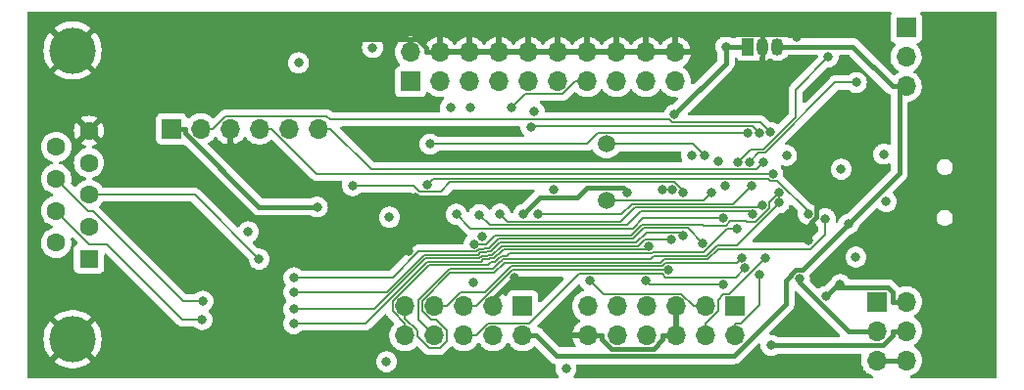
<source format=gbr>
G04 #@! TF.GenerationSoftware,KiCad,Pcbnew,6.99.0-unknown-1140fd0fb0~148~ubuntu20.04.1*
G04 #@! TF.CreationDate,2022-07-29T19:56:23-04:00*
G04 #@! TF.ProjectId,bug-o-matic,6275672d-6f2d-46d6-9174-69632e6b6963,rev?*
G04 #@! TF.SameCoordinates,Original*
G04 #@! TF.FileFunction,Copper,L2,Inr*
G04 #@! TF.FilePolarity,Positive*
%FSLAX46Y46*%
G04 Gerber Fmt 4.6, Leading zero omitted, Abs format (unit mm)*
G04 Created by KiCad (PCBNEW 6.99.0-unknown-1140fd0fb0~148~ubuntu20.04.1) date 2022-07-29 19:56:23*
%MOMM*%
%LPD*%
G01*
G04 APERTURE LIST*
G04 #@! TA.AperFunction,ComponentPad*
%ADD10C,1.500000*%
G04 #@! TD*
G04 #@! TA.AperFunction,ComponentPad*
%ADD11R,1.700000X1.700000*%
G04 #@! TD*
G04 #@! TA.AperFunction,ComponentPad*
%ADD12O,1.700000X1.700000*%
G04 #@! TD*
G04 #@! TA.AperFunction,ComponentPad*
%ADD13R,1.050000X1.500000*%
G04 #@! TD*
G04 #@! TA.AperFunction,ComponentPad*
%ADD14O,1.050000X1.500000*%
G04 #@! TD*
G04 #@! TA.AperFunction,ComponentPad*
%ADD15C,4.000000*%
G04 #@! TD*
G04 #@! TA.AperFunction,ComponentPad*
%ADD16R,1.600000X1.600000*%
G04 #@! TD*
G04 #@! TA.AperFunction,ComponentPad*
%ADD17C,1.600000*%
G04 #@! TD*
G04 #@! TA.AperFunction,ViaPad*
%ADD18C,0.800000*%
G04 #@! TD*
G04 #@! TA.AperFunction,Conductor*
%ADD19C,0.450000*%
G04 #@! TD*
G04 #@! TA.AperFunction,Conductor*
%ADD20C,0.200000*%
G04 #@! TD*
G04 APERTURE END LIST*
D10*
X169250000Y-82700000D03*
X169250000Y-77820000D03*
D11*
X131649999Y-76499999D03*
D12*
X134189999Y-76499999D03*
X136729999Y-76499999D03*
X139269999Y-76499999D03*
X141809999Y-76499999D03*
X144349999Y-76499999D03*
D13*
X181479999Y-69359999D03*
D14*
X182749999Y-69359999D03*
X184019999Y-69359999D03*
D11*
X192599999Y-91474999D03*
D12*
X195139999Y-91474999D03*
X192599999Y-94014999D03*
X195139999Y-94014999D03*
X192599999Y-96554999D03*
X195139999Y-96554999D03*
D11*
X195124999Y-67724999D03*
D12*
X195124999Y-70264999D03*
X195124999Y-72804999D03*
D11*
X152324999Y-72399999D03*
D12*
X152324999Y-69859999D03*
X154864999Y-72399999D03*
X154864999Y-69859999D03*
X157404999Y-72399999D03*
X157404999Y-69859999D03*
X159944999Y-72399999D03*
X159944999Y-69859999D03*
X162484999Y-72399999D03*
X162484999Y-69859999D03*
X165024999Y-72399999D03*
X165024999Y-69859999D03*
X167564999Y-72399999D03*
X167564999Y-69859999D03*
X170104999Y-72399999D03*
X170104999Y-69859999D03*
X172644999Y-72399999D03*
X172644999Y-69859999D03*
X175184999Y-72399999D03*
X175184999Y-69859999D03*
X151839999Y-94389999D03*
X151839999Y-91849999D03*
X154379999Y-94389999D03*
X154379999Y-91849999D03*
X156919999Y-94389999D03*
X156919999Y-91849999D03*
X159459999Y-94389999D03*
X159459999Y-91849999D03*
X161999999Y-94389999D03*
D11*
X161999999Y-91849999D03*
X180349999Y-91849999D03*
D12*
X180349999Y-94389999D03*
X177809999Y-91849999D03*
X177809999Y-94389999D03*
X175269999Y-91849999D03*
X175269999Y-94389999D03*
X172729999Y-91849999D03*
X172729999Y-94389999D03*
X170189999Y-91849999D03*
X170189999Y-94389999D03*
X167649999Y-91849999D03*
X167649999Y-94389999D03*
D15*
X123110300Y-69710000D03*
X123110300Y-94710000D03*
D16*
X124530299Y-87749999D03*
D17*
X124530300Y-84980000D03*
X124530300Y-82210000D03*
X124530300Y-79440000D03*
X124530300Y-76670000D03*
X121690300Y-86365000D03*
X121690300Y-83595000D03*
X121690300Y-80825000D03*
X121690300Y-78055000D03*
D18*
X161255100Y-89417400D03*
X143225900Y-85334300D03*
X183462700Y-85150100D03*
X131022200Y-93191000D03*
X185175500Y-93237500D03*
X186713400Y-86188400D03*
X152750000Y-82433100D03*
X164648700Y-81724500D03*
X139275000Y-80238000D03*
X187133700Y-79785400D03*
X185652000Y-68542500D03*
X165738700Y-92163700D03*
X152106700Y-87088700D03*
X145212100Y-68953200D03*
X160250000Y-82427700D03*
X137352400Y-70469800D03*
X156500000Y-82428500D03*
X190787100Y-87597100D03*
X189519000Y-79995000D03*
X190160700Y-84737500D03*
X184802100Y-78790300D03*
X144250000Y-83267100D03*
X162077400Y-83909600D03*
X149030900Y-69455900D03*
X150493200Y-84148300D03*
X185915900Y-89471300D03*
X176592100Y-78790300D03*
X171060100Y-82024700D03*
X175119800Y-75266700D03*
X179572300Y-69376500D03*
X189435400Y-89988400D03*
X188195800Y-91029500D03*
X155750200Y-74674800D03*
X157500200Y-74674800D03*
X161002900Y-74672100D03*
X162999100Y-75030300D03*
X178342300Y-82000000D03*
X177686800Y-78829000D03*
X175847000Y-82018200D03*
X147301300Y-81412400D03*
X142636200Y-70775000D03*
X181409700Y-76831600D03*
X154009600Y-77809100D03*
X153750000Y-81337900D03*
X186653300Y-83870500D03*
X181874400Y-83916200D03*
X158256500Y-83931500D03*
X179360500Y-84254600D03*
X156272300Y-83897300D03*
X160042000Y-83871100D03*
X182684500Y-83107300D03*
X182452500Y-76847100D03*
X162704000Y-76305900D03*
X163305200Y-83907900D03*
X181753500Y-81425300D03*
X157780900Y-86507400D03*
X184152900Y-81999200D03*
X172648200Y-89660200D03*
X179304100Y-89945900D03*
X138285900Y-85415900D03*
X139223400Y-87780600D03*
X134293400Y-93014900D03*
X134364100Y-91423700D03*
X178886800Y-79328600D03*
X174587300Y-88717100D03*
X179519900Y-81459200D03*
X181167900Y-88561900D03*
X180973400Y-87654000D03*
X184165000Y-82899600D03*
X188134700Y-84282500D03*
X180500000Y-85167300D03*
X181582200Y-79356000D03*
X190825000Y-72478700D03*
X180626300Y-79356500D03*
X188419600Y-70255400D03*
X182500000Y-89146100D03*
X183000000Y-87663400D03*
X183402300Y-76798700D03*
X183618500Y-80409100D03*
X182837600Y-79354000D03*
X167831100Y-89656100D03*
X158500000Y-85845300D03*
X157739700Y-89814700D03*
X172927600Y-86667700D03*
X142210000Y-93368000D03*
X142217300Y-92129900D03*
X174852600Y-86056200D03*
X142215800Y-90655000D03*
X175877300Y-85705700D03*
X142228100Y-89385000D03*
X177584300Y-86412500D03*
X183475000Y-95249500D03*
X193200000Y-78694100D03*
X193411100Y-82800000D03*
X174036200Y-81799300D03*
X150238000Y-96665000D03*
X174937600Y-81802400D03*
X165747800Y-97285300D03*
D19*
X159945000Y-69860000D02*
X158769700Y-69860000D01*
X152881800Y-68684700D02*
X153689700Y-69492600D01*
X168825300Y-94757300D02*
X169633300Y-95565300D01*
X170105000Y-69860000D02*
X168929700Y-69860000D01*
X173286800Y-95565300D02*
X174094700Y-94757400D01*
X186399400Y-85150100D02*
X183462700Y-85150100D01*
X159460000Y-91212500D02*
X161255100Y-89417400D01*
X185652000Y-68542500D02*
X185394200Y-68284700D01*
X165025000Y-69860000D02*
X163849700Y-69860000D01*
X145212100Y-68953200D02*
X145480600Y-68684700D01*
X136730000Y-77675300D02*
X139275000Y-80220300D01*
X167565000Y-69860000D02*
X165025000Y-69860000D01*
X177935600Y-68284700D02*
X176360300Y-69860000D01*
X170105000Y-69860000D02*
X172645000Y-69860000D01*
X159945000Y-69860000D02*
X162485000Y-69860000D01*
X167650000Y-94390000D02*
X168825300Y-94390000D01*
X156500000Y-82428500D02*
X160249200Y-82428500D01*
X159460000Y-91850000D02*
X159460000Y-91212500D01*
X175270000Y-94390000D02*
X174094700Y-94390000D01*
X175185000Y-69860000D02*
X176360300Y-69860000D01*
X160249200Y-82428500D02*
X160250000Y-82427700D01*
X153689700Y-69492600D02*
X153689700Y-69860000D01*
X169633300Y-95565300D02*
X173286800Y-95565300D01*
X175185000Y-69860000D02*
X174009700Y-69860000D01*
X182750000Y-68284700D02*
X177935600Y-68284700D01*
X154865000Y-69860000D02*
X153689700Y-69860000D01*
X187383100Y-80034800D02*
X187133700Y-79785400D01*
X168929700Y-69860000D02*
X167565000Y-69860000D01*
X156495400Y-82433100D02*
X156500000Y-82428500D01*
X136730000Y-76500000D02*
X136730000Y-77675300D01*
X158769700Y-69860000D02*
X157405000Y-69860000D01*
X152750000Y-82433100D02*
X156495400Y-82433100D01*
X186399400Y-85874400D02*
X186399400Y-85150100D01*
X174094700Y-94757400D02*
X174094700Y-94390000D01*
X186713400Y-86188400D02*
X186399400Y-85874400D01*
X139275000Y-80220300D02*
X139275000Y-80238000D01*
X186399400Y-85150100D02*
X187383100Y-84166400D01*
X182750000Y-69360000D02*
X182750000Y-68284700D01*
X168825300Y-94390000D02*
X168825300Y-94757300D01*
X154865000Y-69860000D02*
X156229700Y-69860000D01*
X185394200Y-68284700D02*
X182750000Y-68284700D01*
X187383100Y-84166400D02*
X187383100Y-80034800D01*
X157405000Y-69860000D02*
X156229700Y-69860000D01*
X162485000Y-69860000D02*
X163849700Y-69860000D01*
X145480600Y-68684700D02*
X152881800Y-68684700D01*
X172645000Y-69860000D02*
X174009700Y-69860000D01*
X184736600Y-89625000D02*
X184736600Y-91684500D01*
X180275300Y-96145800D02*
X164931100Y-96145800D01*
X186152200Y-88746000D02*
X185615600Y-88746000D01*
X194537400Y-72805000D02*
X193949700Y-72805000D01*
X164931100Y-96145800D02*
X163175300Y-94390000D01*
X194537400Y-72805000D02*
X194537400Y-80360800D01*
X194537400Y-80360800D02*
X190160700Y-84737500D01*
X190160700Y-84737500D02*
X186152200Y-88746000D01*
X162000000Y-94390000D02*
X163175300Y-94390000D01*
X184736600Y-91684500D02*
X180275300Y-96145800D01*
X195125000Y-72805000D02*
X194537400Y-72805000D01*
X184020000Y-69360000D02*
X190504700Y-69360000D01*
X185615600Y-88746000D02*
X184736600Y-89625000D01*
X190504700Y-69360000D02*
X193949700Y-72805000D01*
X132825300Y-76867300D02*
X139225100Y-83267100D01*
X167558800Y-81613400D02*
X170648800Y-81613400D01*
X162077400Y-83909600D02*
X163525100Y-82461900D01*
X166710300Y-82461900D02*
X167558800Y-81613400D01*
X163525100Y-82461900D02*
X166710300Y-82461900D01*
X131650000Y-76500000D02*
X132825300Y-76500000D01*
X132825300Y-76500000D02*
X132825300Y-76867300D01*
X185915900Y-89794300D02*
X190136600Y-94015000D01*
X185915900Y-89471300D02*
X185915900Y-89794300D01*
X139225100Y-83267100D02*
X144250000Y-83267100D01*
X170648800Y-81613400D02*
X171060100Y-82024700D01*
X190136600Y-94015000D02*
X192600000Y-94015000D01*
X179588800Y-69360000D02*
X180629700Y-69360000D01*
X179572300Y-69376500D02*
X179588800Y-69360000D01*
X179572300Y-70814200D02*
X179572300Y-69376500D01*
X175119800Y-75266700D02*
X179572300Y-70814200D01*
X181480000Y-69360000D02*
X180629700Y-69360000D01*
X193542900Y-90245200D02*
X189435400Y-90245200D01*
X193964700Y-90667000D02*
X193542900Y-90245200D01*
X189435400Y-90245200D02*
X188980100Y-90245200D01*
X188980100Y-90245200D02*
X188195800Y-91029500D01*
X195140000Y-91475000D02*
X193964700Y-91475000D01*
X189435400Y-90245200D02*
X189435400Y-89988400D01*
X193964700Y-91475000D02*
X193964700Y-90667000D01*
D20*
X165464400Y-73450300D02*
X162224700Y-73450300D01*
X166514700Y-72400000D02*
X165464400Y-73450300D01*
X167565000Y-72400000D02*
X166514700Y-72400000D01*
X162224700Y-73450300D02*
X161002900Y-74672100D01*
X177642300Y-82700000D02*
X178342300Y-82000000D01*
X169250000Y-82700000D02*
X177642300Y-82700000D01*
X176677800Y-77820000D02*
X177686800Y-78829000D01*
X169250000Y-77820000D02*
X176677800Y-77820000D01*
X153104400Y-81938300D02*
X152578500Y-81412400D01*
X175847000Y-81862900D02*
X175108300Y-81124200D01*
X154918800Y-81938300D02*
X153104400Y-81938300D01*
X152578500Y-81412400D02*
X147301300Y-81412400D01*
X175108300Y-81124200D02*
X155732900Y-81124200D01*
X175847000Y-82018200D02*
X175847000Y-81862900D01*
X155732900Y-81124200D02*
X154918800Y-81938300D01*
X154009600Y-77809100D02*
X167543800Y-77809100D01*
X168521300Y-76831600D02*
X181409700Y-76831600D01*
X167543800Y-77809100D02*
X168521300Y-76831600D01*
X184012000Y-81009400D02*
X186653300Y-83650700D01*
X183184500Y-80823900D02*
X183370000Y-81009400D01*
X153750000Y-81337900D02*
X154264000Y-80823900D01*
X183370000Y-81009400D02*
X184012000Y-81009400D01*
X186653300Y-83650700D02*
X186653300Y-83870500D01*
X154264000Y-80823900D02*
X183184500Y-80823900D01*
X158256500Y-83931500D02*
X159152100Y-84827100D01*
X170995700Y-84827100D02*
X172188500Y-83634300D01*
X181592500Y-83634300D02*
X181874400Y-83916200D01*
X159152100Y-84827100D02*
X170995700Y-84827100D01*
X172188500Y-83634300D02*
X181592500Y-83634300D01*
X157502500Y-85127500D02*
X171501700Y-85127500D01*
X172374500Y-84254700D02*
X179360500Y-84254700D01*
X156272300Y-83897300D02*
X157502500Y-85127500D01*
X171501700Y-85127500D02*
X172374500Y-84254700D01*
X179360500Y-84254700D02*
X179360500Y-84254600D01*
X160697600Y-84526700D02*
X160042000Y-83871100D01*
X182684500Y-83107300D02*
X182491000Y-83300800D01*
X170462100Y-84526700D02*
X160697600Y-84526700D01*
X171688000Y-83300800D02*
X170462100Y-84526700D01*
X182491000Y-83300800D02*
X171688000Y-83300800D01*
X162704000Y-76305900D02*
X162787600Y-76222300D01*
X162787600Y-76222300D02*
X181827700Y-76222300D01*
X181827700Y-76222300D02*
X182452500Y-76847100D01*
X170506000Y-83907900D02*
X171413500Y-83000400D01*
X180178400Y-83000400D02*
X181753500Y-81425300D01*
X163305200Y-83907900D02*
X170506000Y-83907900D01*
X171413500Y-83000400D02*
X180178400Y-83000400D01*
X171338800Y-85733500D02*
X172273900Y-84798400D01*
X181386100Y-84516500D02*
X182124200Y-84516500D01*
X158799300Y-86507400D02*
X159573200Y-85733500D01*
X183284800Y-82867300D02*
X184152900Y-81999200D01*
X177617400Y-84798400D02*
X177673900Y-84854900D01*
X177673900Y-84854900D02*
X179609100Y-84854900D01*
X179609100Y-84854900D02*
X179959300Y-84504700D01*
X182124200Y-84516500D02*
X183284800Y-83355900D01*
X179959300Y-84504700D02*
X181374300Y-84504700D01*
X159573200Y-85733500D02*
X171338800Y-85733500D01*
X183284800Y-83355900D02*
X183284800Y-82867300D01*
X172273900Y-84798400D02*
X177617400Y-84798400D01*
X181374300Y-84504700D02*
X181386100Y-84516500D01*
X157780900Y-86507400D02*
X158799300Y-86507400D01*
X172933900Y-89945900D02*
X172648200Y-89660200D01*
X179304100Y-89945900D02*
X172933900Y-89945900D01*
X133652800Y-82210000D02*
X139223400Y-87780600D01*
X124530300Y-82210000D02*
X133652800Y-82210000D01*
X124566600Y-86471300D02*
X126069800Y-86471300D01*
X132613400Y-93014900D02*
X134293400Y-93014900D01*
X126069800Y-86471300D02*
X132613400Y-93014900D01*
X121690300Y-83595000D02*
X124566600Y-86471300D01*
X124877700Y-83635300D02*
X132666100Y-91423700D01*
X124500600Y-83635300D02*
X124877700Y-83635300D01*
X121690300Y-80825000D02*
X124500600Y-83635300D01*
X132666100Y-91423700D02*
X134364100Y-91423700D01*
D19*
X192600000Y-96555000D02*
X195140000Y-96555000D01*
D20*
X161106500Y-88717100D02*
X174587300Y-88717100D01*
X156920000Y-91850000D02*
X157973600Y-91850000D01*
X157973600Y-91850000D02*
X161106500Y-88717100D01*
X159020600Y-93339700D02*
X162570000Y-93339700D01*
X174366900Y-89345500D02*
X180384300Y-89345500D01*
X156920000Y-94390000D02*
X157970300Y-94390000D01*
X162570000Y-93339700D02*
X166864900Y-89044800D01*
X157970300Y-94390000D02*
X159020600Y-93339700D01*
X166864900Y-89044800D02*
X174066200Y-89044800D01*
X180384300Y-89345500D02*
X181167900Y-88561900D01*
X174066200Y-89044800D02*
X174366900Y-89345500D01*
X158723400Y-90675300D02*
X156604900Y-90675300D01*
X180510600Y-88116800D02*
X174338800Y-88116800D01*
X180973400Y-87654000D02*
X180510600Y-88116800D01*
X154380000Y-91850000D02*
X155430300Y-91850000D01*
X161009200Y-88389500D02*
X158723400Y-90675300D01*
X174066100Y-88389500D02*
X161009200Y-88389500D01*
X156604900Y-90675300D02*
X156604900Y-90675400D01*
X174338800Y-88116800D02*
X174066100Y-88389500D01*
X156604900Y-90675400D02*
X155430300Y-91850000D01*
X160760600Y-87788900D02*
X173079900Y-87788900D01*
X174090200Y-87516200D02*
X177850500Y-87516200D01*
X177850500Y-87516200D02*
X178798700Y-86568000D01*
X152983500Y-91317400D02*
X155691700Y-88609200D01*
X160197500Y-87927400D02*
X160308700Y-87816200D01*
X173079900Y-87788900D02*
X173350900Y-87517900D01*
X160308700Y-87816200D02*
X160733300Y-87816200D01*
X178798700Y-86568000D02*
X180516400Y-86568000D01*
X173350900Y-87517900D02*
X174088500Y-87517900D01*
X160733300Y-87816200D02*
X160760600Y-87788900D01*
X154380000Y-94390000D02*
X152983500Y-92993500D01*
X160139200Y-87927400D02*
X160197500Y-87927400D01*
X174088500Y-87517900D02*
X174090200Y-87516200D01*
X155691700Y-88609200D02*
X159457400Y-88609200D01*
X152983500Y-92993500D02*
X152983500Y-91317400D01*
X159457400Y-88609200D02*
X160139200Y-87927400D01*
X184165000Y-82919400D02*
X184165000Y-82899600D01*
X180516400Y-86568000D02*
X184165000Y-82919400D01*
X177974900Y-87816500D02*
X178887300Y-86904100D01*
X174214500Y-87816500D02*
X177974900Y-87816500D01*
X188134700Y-85631600D02*
X188134700Y-84282500D01*
X178887300Y-86904100D02*
X186862200Y-86904100D01*
X153909500Y-95440400D02*
X154843500Y-95440400D01*
X159551100Y-88998400D02*
X160433000Y-88116500D01*
X153298600Y-92258300D02*
X153298600Y-91433800D01*
X160433000Y-88116500D02*
X160857600Y-88116500D01*
X173941800Y-88089200D02*
X174214500Y-87816500D01*
X154843500Y-95440400D02*
X155430400Y-94853500D01*
X155430400Y-93922200D02*
X154547700Y-93039500D01*
X152890300Y-93950600D02*
X152890300Y-94421200D01*
X186862200Y-86904100D02*
X188134700Y-85631600D01*
X155734000Y-88998400D02*
X159551100Y-88998400D01*
X160884900Y-88089200D02*
X173941800Y-88089200D01*
X151840000Y-91850000D02*
X151840000Y-92900300D01*
X154547700Y-93039500D02*
X154079800Y-93039500D01*
X155430400Y-94853500D02*
X155430400Y-93922200D01*
X160857600Y-88116500D02*
X160884900Y-88089200D01*
X154079800Y-93039500D02*
X153298600Y-92258300D01*
X152890300Y-94421200D02*
X153909500Y-95440400D01*
X153298600Y-91433800D02*
X155734000Y-88998400D01*
X151840000Y-92900300D02*
X152890300Y-93950600D01*
X160073200Y-87627100D02*
X160014900Y-87627100D01*
X160856900Y-87268000D02*
X160609000Y-87515900D01*
X150769400Y-91431900D02*
X150769400Y-92269100D01*
X160609000Y-87515900D02*
X160184400Y-87515900D01*
X177634100Y-87215900D02*
X173965900Y-87215900D01*
X150769400Y-92269100D02*
X151840000Y-93339700D01*
X151840000Y-94390000D02*
X151840000Y-93339700D01*
X160184400Y-87515900D02*
X160073200Y-87627100D01*
X179682700Y-85167300D02*
X177634100Y-87215900D01*
X173965900Y-87215900D02*
X173964200Y-87217600D01*
X159619800Y-88022200D02*
X159253500Y-88022200D01*
X173964200Y-87217600D02*
X173226600Y-87217600D01*
X153892400Y-88308900D02*
X150769400Y-91431900D01*
X158966800Y-88308900D02*
X153892400Y-88308900D01*
X159253500Y-88022200D02*
X158966800Y-88308900D01*
X180500000Y-85167300D02*
X179682700Y-85167300D01*
X173226600Y-87217600D02*
X173176200Y-87268000D01*
X173176200Y-87268000D02*
X160856900Y-87268000D01*
X160014900Y-87627100D02*
X159619800Y-88022200D01*
X189009000Y-72478800D02*
X189009000Y-72478700D01*
X182387900Y-78550300D02*
X182937500Y-78550300D01*
X189009000Y-72478700D02*
X190825000Y-72478700D01*
X182937500Y-78550300D02*
X189009000Y-72478800D01*
X181582200Y-79356000D02*
X182387900Y-78550300D01*
X180626300Y-79356500D02*
X181732800Y-78250000D01*
X185589200Y-75474000D02*
X185589200Y-73085800D01*
X182813200Y-78250000D02*
X185589200Y-75474000D01*
X181732800Y-78250000D02*
X182813200Y-78250000D01*
X185589200Y-73085800D02*
X188419600Y-70255400D01*
X180350000Y-94390000D02*
X180350000Y-93339700D01*
X182500000Y-91714800D02*
X182500000Y-89146100D01*
X180350000Y-93339700D02*
X180875100Y-93339700D01*
X180875100Y-93339700D02*
X182500000Y-91714800D01*
X177810000Y-93339700D02*
X178860300Y-92289400D01*
X179355100Y-90799600D02*
X179863800Y-90799600D01*
X178860300Y-92289400D02*
X178860300Y-91294400D01*
X179863800Y-90799600D02*
X183000000Y-87663400D01*
X178860300Y-91294400D02*
X179355100Y-90799600D01*
X177810000Y-94390000D02*
X177810000Y-93339700D01*
X134190000Y-76500000D02*
X135240300Y-76500000D01*
X145336400Y-75686200D02*
X174690200Y-75686200D01*
X182525500Y-75921900D02*
X183402300Y-76798700D01*
X136344900Y-75395400D02*
X145045600Y-75395400D01*
X174690200Y-75686200D02*
X174925900Y-75921900D01*
X145045600Y-75395400D02*
X145336400Y-75686200D01*
X135240300Y-76500000D02*
X136344900Y-75395400D01*
X174925900Y-75921900D02*
X182525500Y-75921900D01*
X139270000Y-76500000D02*
X140320300Y-76500000D01*
X183618500Y-80409100D02*
X144229400Y-80409100D01*
X144229400Y-80409100D02*
X140320300Y-76500000D01*
X182197200Y-79994400D02*
X148894700Y-79994400D01*
X148894700Y-79994400D02*
X145400300Y-76500000D01*
X182837600Y-79354000D02*
X182197200Y-79994400D01*
X144350000Y-76500000D02*
X145400300Y-76500000D01*
X175709400Y-90799700D02*
X168974700Y-90799700D01*
X176759700Y-91850000D02*
X175709400Y-90799700D01*
X168974700Y-90799700D02*
X167831100Y-89656100D01*
X177810000Y-91850000D02*
X176759700Y-91850000D01*
X158402400Y-88008600D02*
X158613800Y-87797200D01*
X159890600Y-87326800D02*
X159948900Y-87326800D01*
X158613800Y-87797200D02*
X159053900Y-87797200D01*
X159053900Y-87797200D02*
X159129200Y-87721900D01*
X148393400Y-93368000D02*
X153752800Y-88008600D01*
X159948900Y-87326800D02*
X160341000Y-86934700D01*
X142210000Y-93368000D02*
X148393400Y-93368000D01*
X160341000Y-86934700D02*
X172660600Y-86934700D01*
X159129200Y-87721900D02*
X159495500Y-87721900D01*
X153752800Y-88008600D02*
X158402400Y-88008600D01*
X172660600Y-86934700D02*
X172927600Y-86667700D01*
X159495500Y-87721900D02*
X159890600Y-87326800D01*
X158278100Y-87708300D02*
X158489500Y-87496900D01*
X142217300Y-92129900D02*
X149206800Y-92129900D01*
X160158400Y-86634400D02*
X171980700Y-86634400D01*
X172558900Y-86056200D02*
X174852600Y-86056200D01*
X158929600Y-87496900D02*
X159004900Y-87421600D01*
X171980700Y-86634400D02*
X172558900Y-86056200D01*
X158489500Y-87496900D02*
X158929600Y-87496900D01*
X159004900Y-87421600D02*
X159371200Y-87421600D01*
X153628400Y-87708300D02*
X158278100Y-87708300D01*
X149206800Y-92129900D02*
X153628400Y-87708300D01*
X159371200Y-87421600D02*
X160158400Y-86634400D01*
X175627400Y-85455800D02*
X175877300Y-85705700D01*
X158153800Y-87408000D02*
X158365200Y-87196600D01*
X172691200Y-85455800D02*
X175627400Y-85455800D01*
X159246900Y-87121300D02*
X160034100Y-86334100D01*
X158805300Y-87196600D02*
X158880600Y-87121300D01*
X153503800Y-87408000D02*
X158153800Y-87408000D01*
X160034100Y-86334100D02*
X171812900Y-86334100D01*
X142215800Y-90655000D02*
X150256800Y-90655000D01*
X150256800Y-90655000D02*
X153503800Y-87408000D01*
X171812900Y-86334100D02*
X172691200Y-85455800D01*
X158880600Y-87121300D02*
X159246900Y-87121300D01*
X158365200Y-87196600D02*
X158805300Y-87196600D01*
X158029500Y-87107700D02*
X158241000Y-86896200D01*
X171520000Y-86033800D02*
X172448500Y-85105300D01*
X159122600Y-86821000D02*
X159909800Y-86033800D01*
X159909800Y-86033800D02*
X171520000Y-86033800D01*
X176277100Y-85105300D02*
X177584300Y-86412500D01*
X172448500Y-85105300D02*
X176277100Y-85105300D01*
X158698000Y-86821000D02*
X159122600Y-86821000D01*
X150757600Y-89385000D02*
X153034900Y-87107700D01*
X153034900Y-87107700D02*
X158029500Y-87107700D01*
X158241000Y-86896200D02*
X158622800Y-86896200D01*
X142228100Y-89385000D02*
X150757600Y-89385000D01*
X158622800Y-86896200D02*
X158698000Y-86821000D01*
D19*
X193097500Y-95249500D02*
X183475000Y-95249500D01*
X195140000Y-94015000D02*
X193964700Y-94015000D01*
X193964700Y-94015000D02*
X193964700Y-94382300D01*
X193964700Y-94382300D02*
X193097500Y-95249500D01*
G04 #@! TA.AperFunction,Conductor*
G36*
X193841360Y-66380502D02*
G01*
X193887853Y-66434158D01*
X193897957Y-66504432D01*
X193874107Y-66562009D01*
X193824111Y-66628796D01*
X193773011Y-66765799D01*
X193766500Y-66826362D01*
X193766500Y-68623638D01*
X193773011Y-68684201D01*
X193824111Y-68821204D01*
X193829510Y-68828416D01*
X193829511Y-68828418D01*
X193867465Y-68879118D01*
X193911739Y-68938261D01*
X193918950Y-68943659D01*
X194019862Y-69019201D01*
X194028796Y-69025889D01*
X194143808Y-69068787D01*
X194200642Y-69111333D01*
X194225453Y-69177853D01*
X194210361Y-69247227D01*
X194192475Y-69272180D01*
X194052806Y-69423899D01*
X194052803Y-69423903D01*
X194049278Y-69427732D01*
X194046427Y-69432096D01*
X193932810Y-69606000D01*
X193926140Y-69616209D01*
X193924048Y-69620978D01*
X193924046Y-69620982D01*
X193889202Y-69700420D01*
X193835704Y-69822384D01*
X193834422Y-69827445D01*
X193834422Y-69827446D01*
X193791295Y-69997752D01*
X193780436Y-70040632D01*
X193780006Y-70045823D01*
X193780005Y-70045828D01*
X193766289Y-70211358D01*
X193761844Y-70265000D01*
X193762274Y-70270189D01*
X193779549Y-70478659D01*
X193780436Y-70489368D01*
X193781717Y-70494426D01*
X193781717Y-70494427D01*
X193833084Y-70697268D01*
X193835704Y-70707616D01*
X193837800Y-70712394D01*
X193920062Y-70899934D01*
X193926140Y-70913791D01*
X193928990Y-70918153D01*
X193928992Y-70918157D01*
X193959549Y-70964928D01*
X194049278Y-71102268D01*
X194052803Y-71106097D01*
X194052806Y-71106101D01*
X194148824Y-71210403D01*
X194201760Y-71267906D01*
X194205879Y-71271112D01*
X194372669Y-71400931D01*
X194379424Y-71406189D01*
X194384005Y-71408668D01*
X194412680Y-71424186D01*
X194463071Y-71474199D01*
X194478423Y-71543516D01*
X194453863Y-71610129D01*
X194412681Y-71645813D01*
X194379424Y-71663811D01*
X194375313Y-71667010D01*
X194375311Y-71667012D01*
X194354128Y-71683500D01*
X194201760Y-71802094D01*
X194198228Y-71805931D01*
X194186380Y-71818801D01*
X194125527Y-71855372D01*
X194054562Y-71853237D01*
X194004584Y-71822558D01*
X191067640Y-68885614D01*
X191055668Y-68871761D01*
X191046244Y-68859102D01*
X191046238Y-68859095D01*
X191041860Y-68853215D01*
X191004936Y-68822232D01*
X190996832Y-68814806D01*
X190993157Y-68811131D01*
X190969445Y-68792382D01*
X190966613Y-68790074D01*
X190916138Y-68747720D01*
X190916131Y-68747715D01*
X190910509Y-68742998D01*
X190903949Y-68739703D01*
X190901847Y-68738321D01*
X190901278Y-68737910D01*
X190900903Y-68737671D01*
X190900305Y-68737337D01*
X190898145Y-68736005D01*
X190892392Y-68731456D01*
X190825991Y-68700493D01*
X190822700Y-68698899D01*
X190812450Y-68693751D01*
X190757279Y-68666044D01*
X190750130Y-68664350D01*
X190747784Y-68663496D01*
X190747132Y-68663226D01*
X190746688Y-68663071D01*
X190746042Y-68662888D01*
X190743637Y-68662091D01*
X190736989Y-68658991D01*
X190665260Y-68644181D01*
X190661723Y-68643396D01*
X190590434Y-68626500D01*
X190583091Y-68626500D01*
X190580576Y-68626206D01*
X190579908Y-68626098D01*
X190579443Y-68626050D01*
X190578748Y-68626020D01*
X190576247Y-68625801D01*
X190569064Y-68624318D01*
X190561736Y-68624531D01*
X190561734Y-68624531D01*
X190495894Y-68626447D01*
X190492229Y-68626500D01*
X184995596Y-68626500D01*
X184927475Y-68606498D01*
X184891515Y-68567526D01*
X184889839Y-68568646D01*
X184886400Y-68563499D01*
X184883482Y-68558040D01*
X184754331Y-68400669D01*
X184596960Y-68271518D01*
X184417417Y-68175550D01*
X184352853Y-68155965D01*
X184228527Y-68118251D01*
X184228521Y-68118250D01*
X184222601Y-68116454D01*
X184020000Y-68096499D01*
X183817399Y-68116454D01*
X183811479Y-68118250D01*
X183811473Y-68118251D01*
X183687147Y-68155965D01*
X183622583Y-68175550D01*
X183499497Y-68241341D01*
X183443865Y-68271077D01*
X183374359Y-68285549D01*
X183325073Y-68271077D01*
X183152683Y-68178932D01*
X183141301Y-68174218D01*
X183021337Y-68137827D01*
X183007235Y-68137701D01*
X183004000Y-68144620D01*
X183004000Y-68910301D01*
X183002000Y-68930598D01*
X183001454Y-68932399D01*
X183000848Y-68938552D01*
X183000847Y-68938557D01*
X182987052Y-69078621D01*
X182986500Y-69084225D01*
X182986500Y-69635775D01*
X182986803Y-69638849D01*
X182986803Y-69638854D01*
X182998123Y-69753779D01*
X183001454Y-69787601D01*
X183002000Y-69789402D01*
X183004000Y-69809699D01*
X183004000Y-70569317D01*
X183007973Y-70582848D01*
X183015530Y-70583934D01*
X183141301Y-70545782D01*
X183152683Y-70541068D01*
X183325073Y-70448923D01*
X183394579Y-70434451D01*
X183443865Y-70448923D01*
X183622583Y-70544450D01*
X183657435Y-70555022D01*
X183811473Y-70601749D01*
X183811479Y-70601750D01*
X183817399Y-70603546D01*
X184020000Y-70623501D01*
X184222601Y-70603546D01*
X184228521Y-70601750D01*
X184228527Y-70601749D01*
X184382565Y-70555022D01*
X184417417Y-70544450D01*
X184578809Y-70458184D01*
X184591501Y-70451400D01*
X184591502Y-70451400D01*
X184596960Y-70448482D01*
X184754331Y-70319331D01*
X184883482Y-70161960D01*
X184886400Y-70156501D01*
X184889839Y-70151354D01*
X184891790Y-70152657D01*
X184934224Y-70109457D01*
X184995596Y-70093500D01*
X187383175Y-70093500D01*
X187451296Y-70113502D01*
X187497789Y-70167158D01*
X187508485Y-70232670D01*
X187506096Y-70255400D01*
X187506284Y-70257186D01*
X187486784Y-70323596D01*
X187469881Y-70344570D01*
X185192966Y-72621485D01*
X185180575Y-72632352D01*
X185155213Y-72651813D01*
X185130726Y-72683725D01*
X185130723Y-72683728D01*
X185057676Y-72778924D01*
X184996362Y-72926949D01*
X184996362Y-72926950D01*
X184994614Y-72940226D01*
X184982878Y-73029368D01*
X184980700Y-73045915D01*
X184980700Y-73045920D01*
X184975450Y-73085800D01*
X184978268Y-73107202D01*
X184979622Y-73117490D01*
X184980700Y-73133936D01*
X184980700Y-75169761D01*
X184960698Y-75237882D01*
X184943795Y-75258856D01*
X184129765Y-76072886D01*
X184067453Y-76106912D01*
X183996638Y-76101847D01*
X183966609Y-76085727D01*
X183864394Y-76011463D01*
X183864393Y-76011462D01*
X183859052Y-76007582D01*
X183853024Y-76004898D01*
X183853022Y-76004897D01*
X183690619Y-75932591D01*
X183690618Y-75932591D01*
X183684588Y-75929906D01*
X183591188Y-75910053D01*
X183504244Y-75891572D01*
X183504239Y-75891572D01*
X183497787Y-75890200D01*
X183406539Y-75890200D01*
X183338418Y-75870198D01*
X183317444Y-75853295D01*
X182989815Y-75525666D01*
X182978948Y-75513275D01*
X182964513Y-75494463D01*
X182959487Y-75487913D01*
X182927575Y-75463426D01*
X182927572Y-75463423D01*
X182890223Y-75434764D01*
X182838929Y-75395404D01*
X182838927Y-75395403D01*
X182832376Y-75390376D01*
X182684351Y-75329062D01*
X182676164Y-75327984D01*
X182676163Y-75327984D01*
X182664958Y-75326509D01*
X182633762Y-75322402D01*
X182565385Y-75313400D01*
X182565382Y-75313400D01*
X182565374Y-75313399D01*
X182533689Y-75309228D01*
X182525500Y-75308150D01*
X182493807Y-75312322D01*
X182477364Y-75313400D01*
X176414616Y-75313400D01*
X176346495Y-75293398D01*
X176300002Y-75239742D01*
X176289898Y-75169468D01*
X176319392Y-75104888D01*
X176325521Y-75098305D01*
X180046686Y-71377140D01*
X180060539Y-71365168D01*
X180073198Y-71355744D01*
X180073205Y-71355738D01*
X180079085Y-71351360D01*
X180110068Y-71314436D01*
X180117494Y-71306332D01*
X180121169Y-71302657D01*
X180139918Y-71278945D01*
X180142226Y-71276113D01*
X180184580Y-71225638D01*
X180184585Y-71225631D01*
X180189302Y-71220009D01*
X180192597Y-71213449D01*
X180193979Y-71211347D01*
X180194390Y-71210778D01*
X180194629Y-71210403D01*
X180194963Y-71209805D01*
X180196295Y-71207645D01*
X180200844Y-71201892D01*
X180231807Y-71135491D01*
X180233401Y-71132200D01*
X180260342Y-71078556D01*
X180266256Y-71066779D01*
X180267950Y-71059630D01*
X180268804Y-71057284D01*
X180269074Y-71056632D01*
X180269229Y-71056188D01*
X180269412Y-71055542D01*
X180270209Y-71053137D01*
X180273309Y-71046489D01*
X180288119Y-70974760D01*
X180288904Y-70971223D01*
X180305800Y-70899934D01*
X180305800Y-70892591D01*
X180306094Y-70890076D01*
X180306202Y-70889408D01*
X180306250Y-70888943D01*
X180306280Y-70888248D01*
X180306499Y-70885747D01*
X180307982Y-70878564D01*
X180307527Y-70862906D01*
X180305853Y-70805394D01*
X180305800Y-70801729D01*
X180305800Y-70469861D01*
X180325802Y-70401740D01*
X180379458Y-70355247D01*
X180449732Y-70345143D01*
X180514312Y-70374637D01*
X180532668Y-70394352D01*
X180573520Y-70448923D01*
X180591739Y-70473261D01*
X180598950Y-70478659D01*
X180700959Y-70555022D01*
X180708796Y-70560889D01*
X180845799Y-70611989D01*
X180882705Y-70615957D01*
X180903012Y-70618140D01*
X180903015Y-70618140D01*
X180906362Y-70618500D01*
X182053638Y-70618500D01*
X182056985Y-70618140D01*
X182056988Y-70618140D01*
X182077295Y-70615957D01*
X182114201Y-70611989D01*
X182251204Y-70560889D01*
X182258412Y-70555493D01*
X182259275Y-70555022D01*
X182328649Y-70539930D01*
X182356236Y-70545035D01*
X182478663Y-70582173D01*
X182492765Y-70582299D01*
X182496000Y-70575380D01*
X182496000Y-70271395D01*
X182502689Y-70234319D01*
X182502421Y-70234256D01*
X182503605Y-70229247D01*
X182503945Y-70227361D01*
X182504233Y-70226590D01*
X182506989Y-70219201D01*
X182512584Y-70167158D01*
X182513140Y-70161988D01*
X182513140Y-70161985D01*
X182513500Y-70158638D01*
X182513500Y-68561362D01*
X182512629Y-68553255D01*
X182510152Y-68530223D01*
X182506989Y-68500799D01*
X182503945Y-68492637D01*
X182503605Y-68490753D01*
X182502421Y-68485744D01*
X182502689Y-68485681D01*
X182496000Y-68448605D01*
X182496000Y-68150683D01*
X182492027Y-68137152D01*
X182484470Y-68136066D01*
X182356236Y-68174965D01*
X182285242Y-68175599D01*
X182259275Y-68164978D01*
X182258412Y-68164507D01*
X182251204Y-68159111D01*
X182114201Y-68108011D01*
X182077295Y-68104043D01*
X182056988Y-68101860D01*
X182056985Y-68101860D01*
X182053638Y-68101500D01*
X180906362Y-68101500D01*
X180903015Y-68101860D01*
X180903012Y-68101860D01*
X180882705Y-68104043D01*
X180845799Y-68108011D01*
X180708796Y-68159111D01*
X180701584Y-68164510D01*
X180701582Y-68164511D01*
X180682318Y-68178932D01*
X180591739Y-68246739D01*
X180504111Y-68363796D01*
X180453011Y-68500799D01*
X180452169Y-68508631D01*
X180451595Y-68513971D01*
X180424425Y-68579562D01*
X180366106Y-68620053D01*
X180326317Y-68626500D01*
X180126586Y-68626500D01*
X180052525Y-68602436D01*
X180034394Y-68589263D01*
X180034393Y-68589262D01*
X180029052Y-68585382D01*
X180023024Y-68582698D01*
X180023022Y-68582697D01*
X179860619Y-68510391D01*
X179860618Y-68510391D01*
X179854588Y-68507706D01*
X179761187Y-68487853D01*
X179674244Y-68469372D01*
X179674239Y-68469372D01*
X179667787Y-68468000D01*
X179476813Y-68468000D01*
X179470361Y-68469372D01*
X179470356Y-68469372D01*
X179383413Y-68487853D01*
X179290012Y-68507706D01*
X179283982Y-68510391D01*
X179283981Y-68510391D01*
X179121578Y-68582697D01*
X179121576Y-68582698D01*
X179115548Y-68585382D01*
X179110207Y-68589262D01*
X179110206Y-68589263D01*
X179075334Y-68614599D01*
X178961047Y-68697634D01*
X178956626Y-68702544D01*
X178956625Y-68702545D01*
X178924412Y-68738321D01*
X178833260Y-68839556D01*
X178737773Y-69004944D01*
X178678758Y-69186572D01*
X178678068Y-69193133D01*
X178678068Y-69193135D01*
X178659486Y-69369935D01*
X178658796Y-69376500D01*
X178678758Y-69566428D01*
X178737773Y-69748056D01*
X178741076Y-69753778D01*
X178741077Y-69753779D01*
X178821919Y-69893801D01*
X178838800Y-69956801D01*
X178838800Y-70458184D01*
X178818798Y-70526305D01*
X178801895Y-70547279D01*
X176754974Y-72594200D01*
X176692662Y-72628226D01*
X176621847Y-72623161D01*
X176565011Y-72580614D01*
X176540200Y-72514094D01*
X176540309Y-72494700D01*
X176547726Y-72405189D01*
X176548156Y-72400000D01*
X176529564Y-72175632D01*
X176525854Y-72160982D01*
X176475578Y-71962446D01*
X176475578Y-71962445D01*
X176474296Y-71957384D01*
X176428613Y-71853237D01*
X176385954Y-71755982D01*
X176385952Y-71755978D01*
X176383860Y-71751209D01*
X176379629Y-71744732D01*
X176263573Y-71567096D01*
X176260722Y-71562732D01*
X176257197Y-71558903D01*
X176257194Y-71558899D01*
X176118895Y-71408668D01*
X176108240Y-71397094D01*
X176082603Y-71377140D01*
X175934689Y-71262012D01*
X175934687Y-71262010D01*
X175930576Y-71258811D01*
X175896792Y-71240528D01*
X175846403Y-71190515D01*
X175831051Y-71121198D01*
X175855612Y-71054585D01*
X175896794Y-71018901D01*
X175925719Y-71003248D01*
X175934411Y-70997569D01*
X176103789Y-70865737D01*
X176111432Y-70858700D01*
X176256790Y-70700799D01*
X176263177Y-70692593D01*
X176380569Y-70512913D01*
X176385512Y-70503778D01*
X176471730Y-70307223D01*
X176475100Y-70297408D01*
X176517097Y-70131561D01*
X176516567Y-70117470D01*
X176508145Y-70114000D01*
X154737000Y-70114000D01*
X154668879Y-70093998D01*
X154622386Y-70040342D01*
X154611000Y-69988000D01*
X154611000Y-69587885D01*
X155119000Y-69587885D01*
X155123475Y-69603124D01*
X155124865Y-69604329D01*
X155132548Y-69606000D01*
X157132885Y-69606000D01*
X157148124Y-69601525D01*
X157149329Y-69600135D01*
X157151000Y-69592452D01*
X157151000Y-69587885D01*
X157659000Y-69587885D01*
X157663475Y-69603124D01*
X157664865Y-69604329D01*
X157672548Y-69606000D01*
X159672885Y-69606000D01*
X159688124Y-69601525D01*
X159689329Y-69600135D01*
X159691000Y-69592452D01*
X159691000Y-69587885D01*
X160199000Y-69587885D01*
X160203475Y-69603124D01*
X160204865Y-69604329D01*
X160212548Y-69606000D01*
X162212885Y-69606000D01*
X162228124Y-69601525D01*
X162229329Y-69600135D01*
X162231000Y-69592452D01*
X162231000Y-69587885D01*
X162739000Y-69587885D01*
X162743475Y-69603124D01*
X162744865Y-69604329D01*
X162752548Y-69606000D01*
X164752885Y-69606000D01*
X164768124Y-69601525D01*
X164769329Y-69600135D01*
X164771000Y-69592452D01*
X164771000Y-69587885D01*
X165279000Y-69587885D01*
X165283475Y-69603124D01*
X165284865Y-69604329D01*
X165292548Y-69606000D01*
X167292885Y-69606000D01*
X167308124Y-69601525D01*
X167309329Y-69600135D01*
X167311000Y-69592452D01*
X167311000Y-69587885D01*
X167819000Y-69587885D01*
X167823475Y-69603124D01*
X167824865Y-69604329D01*
X167832548Y-69606000D01*
X169832885Y-69606000D01*
X169848124Y-69601525D01*
X169849329Y-69600135D01*
X169851000Y-69592452D01*
X169851000Y-69587885D01*
X170359000Y-69587885D01*
X170363475Y-69603124D01*
X170364865Y-69604329D01*
X170372548Y-69606000D01*
X172372885Y-69606000D01*
X172388124Y-69601525D01*
X172389329Y-69600135D01*
X172391000Y-69592452D01*
X172391000Y-69587885D01*
X172899000Y-69587885D01*
X172903475Y-69603124D01*
X172904865Y-69604329D01*
X172912548Y-69606000D01*
X174912885Y-69606000D01*
X174928124Y-69601525D01*
X174929329Y-69600135D01*
X174931000Y-69592452D01*
X174931000Y-69587885D01*
X175439000Y-69587885D01*
X175443475Y-69603124D01*
X175444865Y-69604329D01*
X175452548Y-69606000D01*
X176503429Y-69606000D01*
X176516960Y-69602027D01*
X176518256Y-69593014D01*
X176475100Y-69422592D01*
X176471730Y-69412777D01*
X176385512Y-69216222D01*
X176380569Y-69207087D01*
X176263177Y-69027407D01*
X176256790Y-69019201D01*
X176111432Y-68861300D01*
X176103789Y-68854263D01*
X175934411Y-68722431D01*
X175925718Y-68716752D01*
X175736957Y-68614599D01*
X175727440Y-68610425D01*
X175524443Y-68540736D01*
X175514373Y-68538185D01*
X175456867Y-68528589D01*
X175443352Y-68530223D01*
X175439000Y-68544449D01*
X175439000Y-69587885D01*
X174931000Y-69587885D01*
X174931000Y-68543723D01*
X174927164Y-68530660D01*
X174912416Y-68528709D01*
X174855627Y-68538185D01*
X174845557Y-68540736D01*
X174642560Y-68610425D01*
X174633043Y-68614599D01*
X174444282Y-68716752D01*
X174435589Y-68722431D01*
X174266211Y-68854263D01*
X174258568Y-68861300D01*
X174113210Y-69019201D01*
X174106823Y-69027407D01*
X174020483Y-69159559D01*
X173966479Y-69205647D01*
X173896131Y-69215222D01*
X173831774Y-69185244D01*
X173809517Y-69159559D01*
X173723177Y-69027407D01*
X173716790Y-69019201D01*
X173571432Y-68861300D01*
X173563789Y-68854263D01*
X173394411Y-68722431D01*
X173385718Y-68716752D01*
X173196957Y-68614599D01*
X173187440Y-68610425D01*
X172984443Y-68540736D01*
X172974373Y-68538185D01*
X172916867Y-68528589D01*
X172903352Y-68530223D01*
X172899000Y-68544449D01*
X172899000Y-69587885D01*
X172391000Y-69587885D01*
X172391000Y-68543723D01*
X172387164Y-68530660D01*
X172372416Y-68528709D01*
X172315627Y-68538185D01*
X172305557Y-68540736D01*
X172102560Y-68610425D01*
X172093043Y-68614599D01*
X171904282Y-68716752D01*
X171895589Y-68722431D01*
X171726211Y-68854263D01*
X171718568Y-68861300D01*
X171573210Y-69019201D01*
X171566823Y-69027407D01*
X171480483Y-69159559D01*
X171426479Y-69205647D01*
X171356131Y-69215222D01*
X171291774Y-69185244D01*
X171269517Y-69159559D01*
X171183177Y-69027407D01*
X171176790Y-69019201D01*
X171031432Y-68861300D01*
X171023789Y-68854263D01*
X170854411Y-68722431D01*
X170845718Y-68716752D01*
X170656957Y-68614599D01*
X170647440Y-68610425D01*
X170444443Y-68540736D01*
X170434373Y-68538185D01*
X170376867Y-68528589D01*
X170363352Y-68530223D01*
X170359000Y-68544449D01*
X170359000Y-69587885D01*
X169851000Y-69587885D01*
X169851000Y-68543723D01*
X169847164Y-68530660D01*
X169832416Y-68528709D01*
X169775627Y-68538185D01*
X169765557Y-68540736D01*
X169562560Y-68610425D01*
X169553043Y-68614599D01*
X169364282Y-68716752D01*
X169355589Y-68722431D01*
X169186211Y-68854263D01*
X169178568Y-68861300D01*
X169033210Y-69019201D01*
X169026823Y-69027407D01*
X168940483Y-69159559D01*
X168886479Y-69205647D01*
X168816131Y-69215222D01*
X168751774Y-69185244D01*
X168729517Y-69159559D01*
X168643177Y-69027407D01*
X168636790Y-69019201D01*
X168491432Y-68861300D01*
X168483789Y-68854263D01*
X168314411Y-68722431D01*
X168305718Y-68716752D01*
X168116957Y-68614599D01*
X168107440Y-68610425D01*
X167904443Y-68540736D01*
X167894373Y-68538185D01*
X167836867Y-68528589D01*
X167823352Y-68530223D01*
X167819000Y-68544449D01*
X167819000Y-69587885D01*
X167311000Y-69587885D01*
X167311000Y-68543723D01*
X167307164Y-68530660D01*
X167292416Y-68528709D01*
X167235627Y-68538185D01*
X167225557Y-68540736D01*
X167022560Y-68610425D01*
X167013043Y-68614599D01*
X166824282Y-68716752D01*
X166815589Y-68722431D01*
X166646211Y-68854263D01*
X166638568Y-68861300D01*
X166493210Y-69019201D01*
X166486823Y-69027407D01*
X166400483Y-69159559D01*
X166346479Y-69205647D01*
X166276131Y-69215222D01*
X166211774Y-69185244D01*
X166189517Y-69159559D01*
X166103177Y-69027407D01*
X166096790Y-69019201D01*
X165951432Y-68861300D01*
X165943789Y-68854263D01*
X165774411Y-68722431D01*
X165765718Y-68716752D01*
X165576957Y-68614599D01*
X165567440Y-68610425D01*
X165364443Y-68540736D01*
X165354373Y-68538185D01*
X165296867Y-68528589D01*
X165283352Y-68530223D01*
X165279000Y-68544449D01*
X165279000Y-69587885D01*
X164771000Y-69587885D01*
X164771000Y-68543723D01*
X164767164Y-68530660D01*
X164752416Y-68528709D01*
X164695627Y-68538185D01*
X164685557Y-68540736D01*
X164482560Y-68610425D01*
X164473043Y-68614599D01*
X164284282Y-68716752D01*
X164275589Y-68722431D01*
X164106211Y-68854263D01*
X164098568Y-68861300D01*
X163953210Y-69019201D01*
X163946823Y-69027407D01*
X163860483Y-69159559D01*
X163806479Y-69205647D01*
X163736131Y-69215222D01*
X163671774Y-69185244D01*
X163649517Y-69159559D01*
X163563177Y-69027407D01*
X163556790Y-69019201D01*
X163411432Y-68861300D01*
X163403789Y-68854263D01*
X163234411Y-68722431D01*
X163225718Y-68716752D01*
X163036957Y-68614599D01*
X163027440Y-68610425D01*
X162824443Y-68540736D01*
X162814373Y-68538185D01*
X162756867Y-68528589D01*
X162743352Y-68530223D01*
X162739000Y-68544449D01*
X162739000Y-69587885D01*
X162231000Y-69587885D01*
X162231000Y-68543723D01*
X162227164Y-68530660D01*
X162212416Y-68528709D01*
X162155627Y-68538185D01*
X162145557Y-68540736D01*
X161942560Y-68610425D01*
X161933043Y-68614599D01*
X161744282Y-68716752D01*
X161735589Y-68722431D01*
X161566211Y-68854263D01*
X161558568Y-68861300D01*
X161413210Y-69019201D01*
X161406823Y-69027407D01*
X161320483Y-69159559D01*
X161266479Y-69205647D01*
X161196131Y-69215222D01*
X161131774Y-69185244D01*
X161109517Y-69159559D01*
X161023177Y-69027407D01*
X161016790Y-69019201D01*
X160871432Y-68861300D01*
X160863789Y-68854263D01*
X160694411Y-68722431D01*
X160685718Y-68716752D01*
X160496957Y-68614599D01*
X160487440Y-68610425D01*
X160284443Y-68540736D01*
X160274373Y-68538185D01*
X160216867Y-68528589D01*
X160203352Y-68530223D01*
X160199000Y-68544449D01*
X160199000Y-69587885D01*
X159691000Y-69587885D01*
X159691000Y-68543723D01*
X159687164Y-68530660D01*
X159672416Y-68528709D01*
X159615627Y-68538185D01*
X159605557Y-68540736D01*
X159402560Y-68610425D01*
X159393043Y-68614599D01*
X159204282Y-68716752D01*
X159195589Y-68722431D01*
X159026211Y-68854263D01*
X159018568Y-68861300D01*
X158873210Y-69019201D01*
X158866823Y-69027407D01*
X158780483Y-69159559D01*
X158726479Y-69205647D01*
X158656131Y-69215222D01*
X158591774Y-69185244D01*
X158569517Y-69159559D01*
X158483177Y-69027407D01*
X158476790Y-69019201D01*
X158331432Y-68861300D01*
X158323789Y-68854263D01*
X158154411Y-68722431D01*
X158145718Y-68716752D01*
X157956957Y-68614599D01*
X157947440Y-68610425D01*
X157744443Y-68540736D01*
X157734373Y-68538185D01*
X157676867Y-68528589D01*
X157663352Y-68530223D01*
X157659000Y-68544449D01*
X157659000Y-69587885D01*
X157151000Y-69587885D01*
X157151000Y-68543723D01*
X157147164Y-68530660D01*
X157132416Y-68528709D01*
X157075627Y-68538185D01*
X157065557Y-68540736D01*
X156862560Y-68610425D01*
X156853043Y-68614599D01*
X156664282Y-68716752D01*
X156655589Y-68722431D01*
X156486211Y-68854263D01*
X156478568Y-68861300D01*
X156333210Y-69019201D01*
X156326823Y-69027407D01*
X156240483Y-69159559D01*
X156186479Y-69205647D01*
X156116131Y-69215222D01*
X156051774Y-69185244D01*
X156029517Y-69159559D01*
X155943177Y-69027407D01*
X155936790Y-69019201D01*
X155791432Y-68861300D01*
X155783789Y-68854263D01*
X155614411Y-68722431D01*
X155605718Y-68716752D01*
X155416957Y-68614599D01*
X155407440Y-68610425D01*
X155204443Y-68540736D01*
X155194373Y-68538185D01*
X155136867Y-68528589D01*
X155123352Y-68530223D01*
X155119000Y-68544449D01*
X155119000Y-69587885D01*
X154611000Y-69587885D01*
X154611000Y-68543723D01*
X154607164Y-68530660D01*
X154592416Y-68528709D01*
X154535627Y-68538185D01*
X154525557Y-68540736D01*
X154322560Y-68610425D01*
X154313043Y-68614599D01*
X154124282Y-68716752D01*
X154115589Y-68722431D01*
X153946211Y-68854263D01*
X153938568Y-68861300D01*
X153793210Y-69019201D01*
X153786823Y-69027407D01*
X153700782Y-69159101D01*
X153646778Y-69205189D01*
X153576430Y-69214764D01*
X153512073Y-69184786D01*
X153489816Y-69159101D01*
X153440897Y-69084225D01*
X153400722Y-69022732D01*
X153397197Y-69018903D01*
X153397194Y-69018899D01*
X153251772Y-68860931D01*
X153248240Y-68857094D01*
X153219399Y-68834646D01*
X153074689Y-68722012D01*
X153074687Y-68722010D01*
X153070576Y-68718811D01*
X152967239Y-68662888D01*
X152877159Y-68614139D01*
X152877156Y-68614138D01*
X152872574Y-68611658D01*
X152659635Y-68538556D01*
X152654501Y-68537699D01*
X152654496Y-68537698D01*
X152442706Y-68502357D01*
X152442704Y-68502357D01*
X152437569Y-68501500D01*
X152212431Y-68501500D01*
X152207296Y-68502357D01*
X152207294Y-68502357D01*
X151995504Y-68537698D01*
X151995499Y-68537699D01*
X151990365Y-68538556D01*
X151777426Y-68611658D01*
X151772844Y-68614138D01*
X151772841Y-68614139D01*
X151682761Y-68662888D01*
X151579424Y-68718811D01*
X151575313Y-68722010D01*
X151575311Y-68722012D01*
X151430601Y-68834646D01*
X151401760Y-68857094D01*
X151398228Y-68860931D01*
X151252806Y-69018899D01*
X151252803Y-69018903D01*
X151249278Y-69022732D01*
X151246427Y-69027096D01*
X151129774Y-69205647D01*
X151126140Y-69211209D01*
X151124048Y-69215978D01*
X151124046Y-69215982D01*
X151103820Y-69262094D01*
X151035704Y-69417384D01*
X151034422Y-69422445D01*
X151034422Y-69422446D01*
X150984146Y-69620982D01*
X150980436Y-69635632D01*
X150980006Y-69640823D01*
X150980005Y-69640828D01*
X150964961Y-69822384D01*
X150961844Y-69860000D01*
X150962274Y-69865189D01*
X150979974Y-70078790D01*
X150980436Y-70084368D01*
X150981717Y-70089426D01*
X150981717Y-70089427D01*
X151022305Y-70249703D01*
X151035704Y-70302616D01*
X151051542Y-70338723D01*
X151101057Y-70451606D01*
X151126140Y-70508791D01*
X151128990Y-70513153D01*
X151128992Y-70513157D01*
X151194113Y-70612831D01*
X151249278Y-70697268D01*
X151252803Y-70701097D01*
X151252806Y-70701101D01*
X151392475Y-70852820D01*
X151423896Y-70916485D01*
X151415909Y-70987031D01*
X151371051Y-71042060D01*
X151343809Y-71056213D01*
X151228796Y-71099111D01*
X151111739Y-71186739D01*
X151106341Y-71193950D01*
X151035004Y-71289245D01*
X151024111Y-71303796D01*
X150973011Y-71440799D01*
X150966500Y-71501362D01*
X150966500Y-73298638D01*
X150966860Y-73301985D01*
X150966860Y-73301988D01*
X150967679Y-73309608D01*
X150973011Y-73359201D01*
X151024111Y-73496204D01*
X151029510Y-73503416D01*
X151029511Y-73503418D01*
X151055390Y-73537988D01*
X151111739Y-73613261D01*
X151142099Y-73635988D01*
X151212312Y-73688549D01*
X151228796Y-73700889D01*
X151365799Y-73751989D01*
X151402705Y-73755957D01*
X151423012Y-73758140D01*
X151423015Y-73758140D01*
X151426362Y-73758500D01*
X153223638Y-73758500D01*
X153226985Y-73758140D01*
X153226988Y-73758140D01*
X153247295Y-73755957D01*
X153284201Y-73751989D01*
X153421204Y-73700889D01*
X153437689Y-73688549D01*
X153507901Y-73635988D01*
X153538261Y-73613261D01*
X153594610Y-73537988D01*
X153620489Y-73503418D01*
X153620490Y-73503416D01*
X153625889Y-73496204D01*
X153669998Y-73377944D01*
X153712545Y-73321108D01*
X153779065Y-73296297D01*
X153848439Y-73311388D01*
X153880755Y-73336638D01*
X153898708Y-73356140D01*
X153941760Y-73402906D01*
X153945879Y-73406112D01*
X154065164Y-73498956D01*
X154119424Y-73541189D01*
X154177085Y-73572393D01*
X154273843Y-73624756D01*
X154317426Y-73648342D01*
X154530365Y-73721444D01*
X154535499Y-73722301D01*
X154535504Y-73722302D01*
X154747294Y-73757643D01*
X154747296Y-73757643D01*
X154752431Y-73758500D01*
X154977569Y-73758500D01*
X154982701Y-73757644D01*
X154982709Y-73757643D01*
X155084039Y-73740734D01*
X155154523Y-73749252D01*
X155209213Y-73794523D01*
X155230745Y-73862176D01*
X155212283Y-73930730D01*
X155178840Y-73966950D01*
X155138947Y-73995934D01*
X155134526Y-74000844D01*
X155134525Y-74000845D01*
X155022411Y-74125361D01*
X155011160Y-74137856D01*
X154915673Y-74303244D01*
X154856658Y-74484872D01*
X154855968Y-74491433D01*
X154855968Y-74491435D01*
X154845836Y-74587834D01*
X154836696Y-74674800D01*
X154837386Y-74681365D01*
X154848040Y-74782728D01*
X154856658Y-74864728D01*
X154858698Y-74871006D01*
X154872266Y-74912764D01*
X154874294Y-74983731D01*
X154837631Y-75044529D01*
X154773919Y-75075855D01*
X154752433Y-75077700D01*
X145640639Y-75077700D01*
X145572518Y-75057698D01*
X145551544Y-75040795D01*
X145509915Y-74999166D01*
X145499048Y-74986775D01*
X145484613Y-74967963D01*
X145479587Y-74961413D01*
X145447675Y-74936926D01*
X145447672Y-74936923D01*
X145361768Y-74871006D01*
X145359029Y-74868904D01*
X145359027Y-74868903D01*
X145352476Y-74863876D01*
X145204451Y-74802562D01*
X145196264Y-74801484D01*
X145196263Y-74801484D01*
X145185058Y-74800009D01*
X145153862Y-74795902D01*
X145085485Y-74786900D01*
X145085482Y-74786900D01*
X145085474Y-74786899D01*
X145053789Y-74782728D01*
X145045600Y-74781650D01*
X145013907Y-74785822D01*
X144997464Y-74786900D01*
X136393036Y-74786900D01*
X136376590Y-74785822D01*
X136353088Y-74782728D01*
X136344900Y-74781650D01*
X136336712Y-74782728D01*
X136305029Y-74786899D01*
X136305020Y-74786900D01*
X136305015Y-74786900D01*
X136186050Y-74802562D01*
X136038025Y-74863876D01*
X136038023Y-74863877D01*
X136038024Y-74863877D01*
X135942828Y-74936923D01*
X135942825Y-74936926D01*
X135910913Y-74961413D01*
X135905883Y-74967968D01*
X135891448Y-74986779D01*
X135880581Y-74999170D01*
X135335234Y-75544517D01*
X135272922Y-75578543D01*
X135202107Y-75573478D01*
X135153438Y-75540760D01*
X135139543Y-75525666D01*
X135113240Y-75497094D01*
X135037972Y-75438510D01*
X134939689Y-75362012D01*
X134939687Y-75362010D01*
X134935576Y-75358811D01*
X134843954Y-75309228D01*
X134742159Y-75254139D01*
X134742156Y-75254138D01*
X134737574Y-75251658D01*
X134524635Y-75178556D01*
X134519501Y-75177699D01*
X134519496Y-75177698D01*
X134307706Y-75142357D01*
X134307704Y-75142357D01*
X134302569Y-75141500D01*
X134077431Y-75141500D01*
X134072296Y-75142357D01*
X134072294Y-75142357D01*
X133860504Y-75177698D01*
X133860499Y-75177699D01*
X133855365Y-75178556D01*
X133642426Y-75251658D01*
X133637844Y-75254138D01*
X133637841Y-75254139D01*
X133536046Y-75309228D01*
X133444424Y-75358811D01*
X133440313Y-75362010D01*
X133440311Y-75362012D01*
X133342028Y-75438510D01*
X133266760Y-75497094D01*
X133263228Y-75500931D01*
X133205755Y-75563362D01*
X133144901Y-75599933D01*
X133073937Y-75597798D01*
X133015392Y-75557636D01*
X132994998Y-75522056D01*
X132962440Y-75434764D01*
X132950889Y-75403796D01*
X132938478Y-75387216D01*
X132868659Y-75293950D01*
X132863261Y-75286739D01*
X132746204Y-75199111D01*
X132609201Y-75148011D01*
X132572295Y-75144043D01*
X132551988Y-75141860D01*
X132551985Y-75141860D01*
X132548638Y-75141500D01*
X130751362Y-75141500D01*
X130748015Y-75141860D01*
X130748012Y-75141860D01*
X130727705Y-75144043D01*
X130690799Y-75148011D01*
X130553796Y-75199111D01*
X130436739Y-75286739D01*
X130431341Y-75293950D01*
X130361523Y-75387216D01*
X130349111Y-75403796D01*
X130298011Y-75540799D01*
X130291500Y-75601362D01*
X130291500Y-77398638D01*
X130291860Y-77401985D01*
X130291860Y-77401988D01*
X130294043Y-77422295D01*
X130298011Y-77459201D01*
X130349111Y-77596204D01*
X130354510Y-77603416D01*
X130354511Y-77603418D01*
X130408639Y-77675724D01*
X130436739Y-77713261D01*
X130443950Y-77718659D01*
X130541289Y-77791526D01*
X130553796Y-77800889D01*
X130690799Y-77851989D01*
X130727705Y-77855957D01*
X130748012Y-77858140D01*
X130748015Y-77858140D01*
X130751362Y-77858500D01*
X132548638Y-77858500D01*
X132551985Y-77858140D01*
X132551988Y-77858140D01*
X132572295Y-77855957D01*
X132609201Y-77851989D01*
X132652388Y-77835881D01*
X132723204Y-77830816D01*
X132785516Y-77864842D01*
X138662160Y-83741486D01*
X138674132Y-83755339D01*
X138683556Y-83767998D01*
X138683562Y-83768005D01*
X138687940Y-83773885D01*
X138711251Y-83793445D01*
X138724864Y-83804868D01*
X138732968Y-83812294D01*
X138736643Y-83815969D01*
X138739523Y-83818246D01*
X138760346Y-83834711D01*
X138763187Y-83837026D01*
X138813662Y-83879380D01*
X138813669Y-83879385D01*
X138819291Y-83884102D01*
X138825851Y-83887397D01*
X138827953Y-83888779D01*
X138828522Y-83889190D01*
X138828897Y-83889429D01*
X138829495Y-83889763D01*
X138831655Y-83891095D01*
X138837408Y-83895644D01*
X138885780Y-83918200D01*
X138903802Y-83926604D01*
X138907093Y-83928197D01*
X138972521Y-83961056D01*
X138979670Y-83962750D01*
X138982016Y-83963604D01*
X138982668Y-83963874D01*
X138983112Y-83964029D01*
X138983758Y-83964212D01*
X138986163Y-83965009D01*
X138992811Y-83968109D01*
X138999998Y-83969593D01*
X139012410Y-83972156D01*
X139064540Y-83982919D01*
X139068077Y-83983704D01*
X139139366Y-84000600D01*
X139146709Y-84000600D01*
X139149224Y-84000894D01*
X139149892Y-84001002D01*
X139150357Y-84001050D01*
X139151052Y-84001080D01*
X139153553Y-84001299D01*
X139160736Y-84002782D01*
X139168064Y-84002569D01*
X139168066Y-84002569D01*
X139233906Y-84000653D01*
X139237571Y-84000600D01*
X143673004Y-84000600D01*
X143741125Y-84020602D01*
X143747065Y-84024664D01*
X143787257Y-84053865D01*
X143793248Y-84058218D01*
X143799276Y-84060902D01*
X143799278Y-84060903D01*
X143958523Y-84131803D01*
X143967712Y-84135894D01*
X144056963Y-84154865D01*
X144148056Y-84174228D01*
X144148061Y-84174228D01*
X144154513Y-84175600D01*
X144345487Y-84175600D01*
X144351939Y-84174228D01*
X144351944Y-84174228D01*
X144443037Y-84154865D01*
X144473923Y-84148300D01*
X149579696Y-84148300D01*
X149580386Y-84154865D01*
X149591043Y-84256257D01*
X149599658Y-84338228D01*
X149658673Y-84519856D01*
X149661976Y-84525578D01*
X149661977Y-84525579D01*
X149688348Y-84571255D01*
X149754160Y-84685244D01*
X149758578Y-84690151D01*
X149758579Y-84690152D01*
X149874994Y-84819444D01*
X149881947Y-84827166D01*
X150036448Y-84939418D01*
X150042476Y-84942102D01*
X150042478Y-84942103D01*
X150181300Y-85003910D01*
X150210912Y-85017094D01*
X150304313Y-85036947D01*
X150391256Y-85055428D01*
X150391261Y-85055428D01*
X150397713Y-85056800D01*
X150588687Y-85056800D01*
X150595139Y-85055428D01*
X150595144Y-85055428D01*
X150682088Y-85036947D01*
X150775488Y-85017094D01*
X150805100Y-85003910D01*
X150943922Y-84942103D01*
X150943924Y-84942102D01*
X150949952Y-84939418D01*
X151104453Y-84827166D01*
X151111406Y-84819444D01*
X151227821Y-84690152D01*
X151227822Y-84690151D01*
X151232240Y-84685244D01*
X151298052Y-84571255D01*
X151324423Y-84525579D01*
X151324424Y-84525578D01*
X151327727Y-84519856D01*
X151386742Y-84338228D01*
X151395358Y-84256257D01*
X151406014Y-84154865D01*
X151406704Y-84148300D01*
X151394915Y-84036132D01*
X151387432Y-83964935D01*
X151387432Y-83964933D01*
X151386742Y-83958372D01*
X151327727Y-83776744D01*
X151322678Y-83767998D01*
X151250799Y-83643501D01*
X151232240Y-83611356D01*
X151203570Y-83579514D01*
X151108875Y-83474345D01*
X151108874Y-83474344D01*
X151104453Y-83469434D01*
X150949952Y-83357182D01*
X150943924Y-83354498D01*
X150943922Y-83354497D01*
X150781519Y-83282191D01*
X150781518Y-83282191D01*
X150775488Y-83279506D01*
X150672170Y-83257545D01*
X150595144Y-83241172D01*
X150595139Y-83241172D01*
X150588687Y-83239800D01*
X150397713Y-83239800D01*
X150391261Y-83241172D01*
X150391256Y-83241172D01*
X150314230Y-83257545D01*
X150210912Y-83279506D01*
X150204882Y-83282191D01*
X150204881Y-83282191D01*
X150042478Y-83354497D01*
X150042476Y-83354498D01*
X150036448Y-83357182D01*
X149881947Y-83469434D01*
X149877526Y-83474344D01*
X149877525Y-83474345D01*
X149782831Y-83579514D01*
X149754160Y-83611356D01*
X149735601Y-83643501D01*
X149663723Y-83767998D01*
X149658673Y-83776744D01*
X149599658Y-83958372D01*
X149598968Y-83964933D01*
X149598968Y-83964935D01*
X149591485Y-84036132D01*
X149579696Y-84148300D01*
X144473923Y-84148300D01*
X144532288Y-84135894D01*
X144541477Y-84131803D01*
X144700722Y-84060903D01*
X144700724Y-84060902D01*
X144706752Y-84058218D01*
X144712744Y-84053865D01*
X144830776Y-83968109D01*
X144861253Y-83945966D01*
X144916956Y-83884102D01*
X144984621Y-83808952D01*
X144984622Y-83808951D01*
X144989040Y-83804044D01*
X145063605Y-83674894D01*
X145081223Y-83644379D01*
X145081224Y-83644378D01*
X145084527Y-83638656D01*
X145143542Y-83457028D01*
X145148240Y-83412334D01*
X145162814Y-83273665D01*
X145163504Y-83267100D01*
X145156152Y-83197145D01*
X145144232Y-83083735D01*
X145144232Y-83083733D01*
X145143542Y-83077172D01*
X145084527Y-82895544D01*
X144989040Y-82730156D01*
X144961888Y-82700000D01*
X144865675Y-82593145D01*
X144865674Y-82593144D01*
X144861253Y-82588234D01*
X144706752Y-82475982D01*
X144700724Y-82473298D01*
X144700722Y-82473297D01*
X144538319Y-82400991D01*
X144538318Y-82400991D01*
X144532288Y-82398306D01*
X144433510Y-82377310D01*
X144351944Y-82359972D01*
X144351939Y-82359972D01*
X144345487Y-82358600D01*
X144154513Y-82358600D01*
X144148061Y-82359972D01*
X144148056Y-82359972D01*
X144066490Y-82377310D01*
X143967712Y-82398306D01*
X143961682Y-82400991D01*
X143961681Y-82400991D01*
X143799278Y-82473297D01*
X143799276Y-82473298D01*
X143793248Y-82475982D01*
X143787907Y-82479862D01*
X143787906Y-82479863D01*
X143747065Y-82509536D01*
X143680197Y-82533394D01*
X143673004Y-82533600D01*
X139581116Y-82533600D01*
X139512995Y-82513598D01*
X139492021Y-82496695D01*
X134861013Y-77865687D01*
X134826987Y-77803375D01*
X134832052Y-77732560D01*
X134874599Y-77675724D01*
X134890139Y-77665778D01*
X134930995Y-77643668D01*
X134935576Y-77641189D01*
X134959308Y-77622718D01*
X135109121Y-77506112D01*
X135113240Y-77502906D01*
X135204992Y-77403238D01*
X135262194Y-77341101D01*
X135262197Y-77341097D01*
X135265722Y-77337268D01*
X135354816Y-77200899D01*
X135408820Y-77154811D01*
X135479168Y-77145236D01*
X135543525Y-77175214D01*
X135565782Y-77200899D01*
X135651823Y-77332593D01*
X135658210Y-77340799D01*
X135803568Y-77498700D01*
X135811211Y-77505737D01*
X135980589Y-77637569D01*
X135989282Y-77643248D01*
X136178043Y-77745401D01*
X136187560Y-77749575D01*
X136390557Y-77819264D01*
X136400627Y-77821815D01*
X136458133Y-77831411D01*
X136471648Y-77829777D01*
X136476000Y-77815551D01*
X136476000Y-76372000D01*
X136496002Y-76303879D01*
X136549658Y-76257386D01*
X136602000Y-76246000D01*
X136858000Y-76246000D01*
X136926121Y-76266002D01*
X136972614Y-76319658D01*
X136984000Y-76372000D01*
X136984000Y-77816277D01*
X136987836Y-77829340D01*
X137002584Y-77831291D01*
X137059373Y-77821815D01*
X137069443Y-77819264D01*
X137272440Y-77749575D01*
X137281957Y-77745401D01*
X137470718Y-77643248D01*
X137479411Y-77637569D01*
X137648789Y-77505737D01*
X137656432Y-77498700D01*
X137801790Y-77340799D01*
X137808177Y-77332593D01*
X137894218Y-77200899D01*
X137948222Y-77154811D01*
X138018570Y-77145236D01*
X138082927Y-77175214D01*
X138105183Y-77200898D01*
X138194278Y-77337268D01*
X138197803Y-77341097D01*
X138197806Y-77341101D01*
X138255008Y-77403238D01*
X138346760Y-77502906D01*
X138350879Y-77506112D01*
X138500693Y-77622718D01*
X138524424Y-77641189D01*
X138529005Y-77643668D01*
X138713601Y-77743566D01*
X138722426Y-77748342D01*
X138935365Y-77821444D01*
X138940499Y-77822301D01*
X138940504Y-77822302D01*
X139152294Y-77857643D01*
X139152296Y-77857643D01*
X139157431Y-77858500D01*
X139382569Y-77858500D01*
X139387704Y-77857643D01*
X139387706Y-77857643D01*
X139599496Y-77822302D01*
X139599501Y-77822301D01*
X139604635Y-77821444D01*
X139817574Y-77748342D01*
X139826400Y-77743566D01*
X140010995Y-77643668D01*
X140015576Y-77641189D01*
X140039308Y-77622718D01*
X140189121Y-77506112D01*
X140193240Y-77502906D01*
X140233438Y-77459240D01*
X140294292Y-77422669D01*
X140365256Y-77424804D01*
X140415234Y-77455483D01*
X143765085Y-80805334D01*
X143775952Y-80817725D01*
X143795413Y-80843087D01*
X143801963Y-80848113D01*
X143827325Y-80867574D01*
X143827328Y-80867577D01*
X143907828Y-80929347D01*
X143922524Y-80940624D01*
X143982216Y-80965349D01*
X144062920Y-80998778D01*
X144062923Y-80998779D01*
X144070550Y-81001938D01*
X144189515Y-81017600D01*
X144189520Y-81017600D01*
X144189529Y-81017601D01*
X144221212Y-81021772D01*
X144229400Y-81022850D01*
X144261093Y-81018678D01*
X144277536Y-81017600D01*
X146300901Y-81017600D01*
X146369022Y-81037602D01*
X146415515Y-81091258D01*
X146425619Y-81161532D01*
X146420734Y-81182536D01*
X146407758Y-81222472D01*
X146387796Y-81412400D01*
X146407758Y-81602328D01*
X146466773Y-81783956D01*
X146470076Y-81789678D01*
X146470077Y-81789679D01*
X146481389Y-81809272D01*
X146562260Y-81949344D01*
X146566678Y-81954251D01*
X146566679Y-81954252D01*
X146664226Y-82062589D01*
X146690047Y-82091266D01*
X146755056Y-82138498D01*
X146838016Y-82198772D01*
X146844548Y-82203518D01*
X146850576Y-82206202D01*
X146850578Y-82206203D01*
X146978273Y-82263056D01*
X147019012Y-82281194D01*
X147112413Y-82301047D01*
X147199356Y-82319528D01*
X147199361Y-82319528D01*
X147205813Y-82320900D01*
X147396787Y-82320900D01*
X147403239Y-82319528D01*
X147403244Y-82319528D01*
X147490187Y-82301047D01*
X147583588Y-82281194D01*
X147624327Y-82263056D01*
X147752022Y-82206203D01*
X147752024Y-82206202D01*
X147758052Y-82203518D01*
X147764585Y-82198772D01*
X147894798Y-82104166D01*
X147912553Y-82091266D01*
X147918500Y-82084662D01*
X147938374Y-82062589D01*
X147998820Y-82025350D01*
X148032010Y-82020900D01*
X152274260Y-82020900D01*
X152342381Y-82040902D01*
X152363355Y-82057804D01*
X152640081Y-82334529D01*
X152650949Y-82346921D01*
X152670413Y-82372287D01*
X152676959Y-82377310D01*
X152709229Y-82402072D01*
X152785548Y-82460634D01*
X152797524Y-82469824D01*
X152805150Y-82472983D01*
X152805152Y-82472984D01*
X152831236Y-82483788D01*
X152945549Y-82531138D01*
X152953734Y-82532216D01*
X152953736Y-82532216D01*
X152962686Y-82533394D01*
X152964251Y-82533600D01*
X153064515Y-82546800D01*
X153064516Y-82546800D01*
X153064526Y-82546801D01*
X153096211Y-82550972D01*
X153104400Y-82552050D01*
X153136093Y-82547878D01*
X153152536Y-82546800D01*
X154870664Y-82546800D01*
X154887107Y-82547878D01*
X154918800Y-82552050D01*
X154926989Y-82550972D01*
X154958674Y-82546801D01*
X154958684Y-82546800D01*
X154958685Y-82546800D01*
X155058949Y-82533600D01*
X155060514Y-82533394D01*
X155069464Y-82532216D01*
X155069466Y-82532216D01*
X155077651Y-82531138D01*
X155225676Y-82469824D01*
X155254199Y-82447938D01*
X155320872Y-82396777D01*
X155320875Y-82396774D01*
X155346234Y-82377315D01*
X155352787Y-82372287D01*
X155357817Y-82365732D01*
X155372252Y-82346921D01*
X155383119Y-82334530D01*
X155948044Y-81769605D01*
X156010356Y-81735579D01*
X156037139Y-81732700D01*
X162912543Y-81732700D01*
X162980664Y-81752702D01*
X163027157Y-81806358D01*
X163037261Y-81876632D01*
X163004194Y-81945164D01*
X163000139Y-81949462D01*
X162997618Y-81952056D01*
X161965967Y-82983707D01*
X161903070Y-83017859D01*
X161795112Y-83040806D01*
X161789082Y-83043491D01*
X161789081Y-83043491D01*
X161626678Y-83115797D01*
X161626676Y-83115798D01*
X161620648Y-83118482D01*
X161615307Y-83122362D01*
X161615306Y-83122363D01*
X161601929Y-83132082D01*
X161466147Y-83230734D01*
X161461726Y-83235644D01*
X161461725Y-83235645D01*
X161348317Y-83361598D01*
X161338360Y-83372656D01*
X161301474Y-83436544D01*
X161253279Y-83520021D01*
X161242873Y-83538044D01*
X161183858Y-83719672D01*
X161182521Y-83719237D01*
X161152308Y-83775189D01*
X161090156Y-83809505D01*
X161019317Y-83804771D01*
X160962283Y-83762491D01*
X160937487Y-83699679D01*
X160936232Y-83687736D01*
X160936232Y-83687735D01*
X160935542Y-83681172D01*
X160876527Y-83499544D01*
X160871354Y-83490583D01*
X160797811Y-83363205D01*
X160781040Y-83334156D01*
X160714752Y-83260535D01*
X160657675Y-83197145D01*
X160657674Y-83197144D01*
X160653253Y-83192234D01*
X160554157Y-83120236D01*
X160504094Y-83083863D01*
X160504093Y-83083862D01*
X160498752Y-83079982D01*
X160492724Y-83077298D01*
X160492722Y-83077297D01*
X160330319Y-83004991D01*
X160330318Y-83004991D01*
X160324288Y-83002306D01*
X160230887Y-82982453D01*
X160143944Y-82963972D01*
X160143939Y-82963972D01*
X160137487Y-82962600D01*
X159946513Y-82962600D01*
X159940061Y-82963972D01*
X159940056Y-82963972D01*
X159853113Y-82982453D01*
X159759712Y-83002306D01*
X159753682Y-83004991D01*
X159753681Y-83004991D01*
X159591278Y-83077297D01*
X159591276Y-83077298D01*
X159585248Y-83079982D01*
X159579907Y-83083862D01*
X159579906Y-83083863D01*
X159529843Y-83120236D01*
X159430747Y-83192234D01*
X159426326Y-83197144D01*
X159426325Y-83197145D01*
X159369249Y-83260535D01*
X159302960Y-83334156D01*
X159240933Y-83441590D01*
X159189551Y-83490583D01*
X159119837Y-83504019D01*
X159053926Y-83477633D01*
X159022695Y-83441590D01*
X159019782Y-83436544D01*
X158995540Y-83394556D01*
X158975585Y-83372393D01*
X158872175Y-83257545D01*
X158872174Y-83257544D01*
X158867753Y-83252634D01*
X158733138Y-83154830D01*
X158718594Y-83144263D01*
X158718593Y-83144262D01*
X158713252Y-83140382D01*
X158707224Y-83137698D01*
X158707222Y-83137697D01*
X158544819Y-83065391D01*
X158544818Y-83065391D01*
X158538788Y-83062706D01*
X158435757Y-83040806D01*
X158358444Y-83024372D01*
X158358439Y-83024372D01*
X158351987Y-83023000D01*
X158161013Y-83023000D01*
X158154561Y-83024372D01*
X158154556Y-83024372D01*
X158077243Y-83040806D01*
X157974212Y-83062706D01*
X157968182Y-83065391D01*
X157968181Y-83065391D01*
X157805778Y-83137697D01*
X157805776Y-83137698D01*
X157799748Y-83140382D01*
X157794407Y-83144262D01*
X157794406Y-83144263D01*
X157779862Y-83154830D01*
X157645247Y-83252634D01*
X157640826Y-83257544D01*
X157640825Y-83257545D01*
X157537416Y-83372393D01*
X157517460Y-83394556D01*
X157421973Y-83559944D01*
X157394824Y-83643501D01*
X157389789Y-83658996D01*
X157349715Y-83717601D01*
X157284318Y-83745238D01*
X157214362Y-83733131D01*
X157162056Y-83685125D01*
X157150124Y-83658997D01*
X157106827Y-83525744D01*
X157091701Y-83499544D01*
X157042142Y-83413706D01*
X157011340Y-83360356D01*
X156987750Y-83334156D01*
X156887975Y-83223345D01*
X156887974Y-83223344D01*
X156883553Y-83218434D01*
X156764692Y-83132076D01*
X156734394Y-83110063D01*
X156734393Y-83110062D01*
X156729052Y-83106182D01*
X156723024Y-83103498D01*
X156723022Y-83103497D01*
X156560619Y-83031191D01*
X156560618Y-83031191D01*
X156554588Y-83028506D01*
X156461187Y-83008653D01*
X156374244Y-82990172D01*
X156374239Y-82990172D01*
X156367787Y-82988800D01*
X156176813Y-82988800D01*
X156170361Y-82990172D01*
X156170356Y-82990172D01*
X156083413Y-83008653D01*
X155990012Y-83028506D01*
X155983982Y-83031191D01*
X155983981Y-83031191D01*
X155821578Y-83103497D01*
X155821576Y-83103498D01*
X155815548Y-83106182D01*
X155810207Y-83110062D01*
X155810206Y-83110063D01*
X155779908Y-83132076D01*
X155661047Y-83218434D01*
X155656626Y-83223344D01*
X155656625Y-83223345D01*
X155556851Y-83334156D01*
X155533260Y-83360356D01*
X155502458Y-83413706D01*
X155452900Y-83499544D01*
X155437773Y-83525744D01*
X155378758Y-83707372D01*
X155378068Y-83713933D01*
X155378068Y-83713935D01*
X155361801Y-83868706D01*
X155358796Y-83897300D01*
X155359486Y-83903865D01*
X155375345Y-84054751D01*
X155378758Y-84087228D01*
X155437773Y-84268856D01*
X155533260Y-84434244D01*
X155537678Y-84439151D01*
X155537679Y-84439152D01*
X155636916Y-84549366D01*
X155661047Y-84576166D01*
X155815548Y-84688418D01*
X155821576Y-84691102D01*
X155821578Y-84691103D01*
X155932899Y-84740666D01*
X155990012Y-84766094D01*
X156050730Y-84779000D01*
X156170356Y-84804428D01*
X156170361Y-84804428D01*
X156176813Y-84805800D01*
X156268061Y-84805800D01*
X156336182Y-84825802D01*
X156357156Y-84842705D01*
X157038185Y-85523734D01*
X157049052Y-85536125D01*
X157068513Y-85561487D01*
X157100425Y-85585974D01*
X157100429Y-85585978D01*
X157163608Y-85634457D01*
X157205474Y-85691794D01*
X157209695Y-85762665D01*
X157171888Y-85826906D01*
X157169647Y-85828534D01*
X157041860Y-85970456D01*
X156946373Y-86135844D01*
X156887358Y-86317472D01*
X156880307Y-86384566D01*
X156880117Y-86386370D01*
X156853104Y-86452027D01*
X156794883Y-86492657D01*
X156754807Y-86499200D01*
X153083044Y-86499200D01*
X153066598Y-86498122D01*
X153043088Y-86495027D01*
X153034900Y-86493949D01*
X152876049Y-86514862D01*
X152728024Y-86576176D01*
X152704861Y-86593950D01*
X152632837Y-86649215D01*
X152632821Y-86649229D01*
X152607466Y-86668684D01*
X152607463Y-86668687D01*
X152600913Y-86673713D01*
X152595883Y-86680268D01*
X152581448Y-86699079D01*
X152570581Y-86711470D01*
X150542456Y-88739595D01*
X150480144Y-88773621D01*
X150453361Y-88776500D01*
X142958810Y-88776500D01*
X142890689Y-88756498D01*
X142865174Y-88734811D01*
X142843768Y-88711037D01*
X142843766Y-88711036D01*
X142839353Y-88706134D01*
X142763146Y-88650766D01*
X142690194Y-88597763D01*
X142690193Y-88597762D01*
X142684852Y-88593882D01*
X142678824Y-88591198D01*
X142678822Y-88591197D01*
X142516419Y-88518891D01*
X142516418Y-88518891D01*
X142510388Y-88516206D01*
X142416988Y-88496353D01*
X142330044Y-88477872D01*
X142330039Y-88477872D01*
X142323587Y-88476500D01*
X142132613Y-88476500D01*
X142126161Y-88477872D01*
X142126156Y-88477872D01*
X142039212Y-88496353D01*
X141945812Y-88516206D01*
X141939782Y-88518891D01*
X141939781Y-88518891D01*
X141777378Y-88591197D01*
X141777376Y-88591198D01*
X141771348Y-88593882D01*
X141766007Y-88597762D01*
X141766006Y-88597763D01*
X141715943Y-88634136D01*
X141616847Y-88706134D01*
X141612426Y-88711044D01*
X141612425Y-88711045D01*
X141556082Y-88773621D01*
X141489060Y-88848056D01*
X141485759Y-88853774D01*
X141400822Y-89000889D01*
X141393573Y-89013444D01*
X141334558Y-89195072D01*
X141333868Y-89201633D01*
X141333868Y-89201635D01*
X141320433Y-89329465D01*
X141314596Y-89385000D01*
X141315286Y-89391565D01*
X141331773Y-89548426D01*
X141334558Y-89574928D01*
X141393573Y-89756556D01*
X141396876Y-89762278D01*
X141396877Y-89762279D01*
X141401805Y-89770814D01*
X141489060Y-89921944D01*
X141495283Y-89928856D01*
X141495961Y-89930268D01*
X141497359Y-89932192D01*
X141497007Y-89932448D01*
X141526003Y-89992859D01*
X141517243Y-90063313D01*
X141495288Y-90097479D01*
X141476760Y-90118056D01*
X141473457Y-90123777D01*
X141407290Y-90238382D01*
X141381273Y-90283444D01*
X141322258Y-90465072D01*
X141321568Y-90471633D01*
X141321568Y-90471635D01*
X141309311Y-90588254D01*
X141302296Y-90655000D01*
X141302986Y-90661565D01*
X141320291Y-90826209D01*
X141322258Y-90844928D01*
X141381273Y-91026556D01*
X141476760Y-91191944D01*
X141481178Y-91196851D01*
X141481179Y-91196852D01*
X141582133Y-91308973D01*
X141612851Y-91372980D01*
X141604086Y-91443434D01*
X141582133Y-91477593D01*
X141542689Y-91521400D01*
X141478260Y-91592956D01*
X141382773Y-91758344D01*
X141323758Y-91939972D01*
X141323068Y-91946533D01*
X141323068Y-91946535D01*
X141307185Y-92097655D01*
X141303796Y-92129900D01*
X141304486Y-92136465D01*
X141322565Y-92308474D01*
X141323758Y-92319828D01*
X141382773Y-92501456D01*
X141386076Y-92507178D01*
X141386077Y-92507179D01*
X141405041Y-92540025D01*
X141478260Y-92666844D01*
X141481709Y-92670674D01*
X141505385Y-92737033D01*
X141489305Y-92806185D01*
X141478951Y-92820580D01*
X141479261Y-92820805D01*
X141475379Y-92826148D01*
X141470960Y-92831056D01*
X141467658Y-92836775D01*
X141467656Y-92836778D01*
X141399548Y-92954745D01*
X141375473Y-92996444D01*
X141316458Y-93178072D01*
X141315768Y-93184633D01*
X141315768Y-93184635D01*
X141309023Y-93248811D01*
X141296496Y-93368000D01*
X141297186Y-93374565D01*
X141315218Y-93546126D01*
X141316458Y-93557928D01*
X141375473Y-93739556D01*
X141378776Y-93745278D01*
X141378777Y-93745279D01*
X141397507Y-93777720D01*
X141470960Y-93904944D01*
X141475378Y-93909851D01*
X141475379Y-93909852D01*
X141570055Y-94015000D01*
X141598747Y-94046866D01*
X141753248Y-94159118D01*
X141759276Y-94161802D01*
X141759278Y-94161803D01*
X141866763Y-94209658D01*
X141927712Y-94236794D01*
X142021113Y-94256647D01*
X142108056Y-94275128D01*
X142108061Y-94275128D01*
X142114513Y-94276500D01*
X142305487Y-94276500D01*
X142311939Y-94275128D01*
X142311944Y-94275128D01*
X142398888Y-94256647D01*
X142492288Y-94236794D01*
X142553237Y-94209658D01*
X142660722Y-94161803D01*
X142660724Y-94161802D01*
X142666752Y-94159118D01*
X142821253Y-94046866D01*
X142847074Y-94018189D01*
X142907520Y-93980950D01*
X142940710Y-93976500D01*
X148345264Y-93976500D01*
X148361707Y-93977578D01*
X148393400Y-93981750D01*
X148401589Y-93980672D01*
X148433274Y-93976501D01*
X148433284Y-93976500D01*
X148433285Y-93976500D01*
X148537932Y-93962723D01*
X148544064Y-93961916D01*
X148544066Y-93961916D01*
X148552251Y-93960838D01*
X148700276Y-93899524D01*
X148713859Y-93889102D01*
X148795472Y-93826477D01*
X148795475Y-93826474D01*
X148802287Y-93821247D01*
X148827387Y-93801987D01*
X148837590Y-93788691D01*
X148846852Y-93776621D01*
X148857719Y-93764230D01*
X150052963Y-92568986D01*
X150115275Y-92534960D01*
X150186090Y-92540025D01*
X150242019Y-92581375D01*
X150310923Y-92671172D01*
X150310926Y-92671175D01*
X150335413Y-92703087D01*
X150341968Y-92708117D01*
X150360779Y-92722552D01*
X150373170Y-92733419D01*
X150884039Y-93244288D01*
X150918065Y-93306600D01*
X150913000Y-93377415D01*
X150887645Y-93418721D01*
X150767806Y-93548899D01*
X150767803Y-93548903D01*
X150764278Y-93552732D01*
X150761427Y-93557096D01*
X150645372Y-93734732D01*
X150641140Y-93741209D01*
X150639048Y-93745978D01*
X150639046Y-93745982D01*
X150593992Y-93848696D01*
X150550704Y-93947384D01*
X150549422Y-93952445D01*
X150549422Y-93952446D01*
X150496717Y-94160573D01*
X150495436Y-94165632D01*
X150495006Y-94170823D01*
X150495005Y-94170828D01*
X150487008Y-94267342D01*
X150476844Y-94390000D01*
X150477274Y-94395189D01*
X150491788Y-94570342D01*
X150495436Y-94614368D01*
X150496717Y-94619426D01*
X150496717Y-94619427D01*
X150518903Y-94707035D01*
X150550704Y-94832616D01*
X150570000Y-94876607D01*
X150636782Y-95028855D01*
X150641140Y-95038791D01*
X150643990Y-95043153D01*
X150643992Y-95043157D01*
X150715749Y-95152989D01*
X150764278Y-95227268D01*
X150767803Y-95231097D01*
X150767806Y-95231101D01*
X150819714Y-95287487D01*
X150916760Y-95392906D01*
X150920879Y-95396112D01*
X150926539Y-95400517D01*
X151094424Y-95531189D01*
X151099005Y-95533668D01*
X151245576Y-95612988D01*
X151292426Y-95638342D01*
X151505365Y-95711444D01*
X151510499Y-95712301D01*
X151510504Y-95712302D01*
X151722294Y-95747643D01*
X151722296Y-95747643D01*
X151727431Y-95748500D01*
X151952569Y-95748500D01*
X151957704Y-95747643D01*
X151957706Y-95747643D01*
X152169496Y-95712302D01*
X152169501Y-95712301D01*
X152174635Y-95711444D01*
X152387574Y-95638342D01*
X152434425Y-95612988D01*
X152580995Y-95533668D01*
X152585576Y-95531189D01*
X152753462Y-95400517D01*
X152759121Y-95396112D01*
X152763240Y-95392906D01*
X152788483Y-95365485D01*
X152849336Y-95328914D01*
X152920301Y-95331049D01*
X152970279Y-95361728D01*
X153445185Y-95836634D01*
X153456050Y-95849023D01*
X153475513Y-95874387D01*
X153507425Y-95898874D01*
X153507428Y-95898877D01*
X153521936Y-95910009D01*
X153602625Y-95971924D01*
X153750650Y-96033238D01*
X153869615Y-96048900D01*
X153869620Y-96048900D01*
X153869629Y-96048901D01*
X153901312Y-96053072D01*
X153909500Y-96054150D01*
X153941193Y-96049978D01*
X153957636Y-96048900D01*
X154795364Y-96048900D01*
X154811807Y-96049978D01*
X154843500Y-96054150D01*
X154851689Y-96053072D01*
X154883374Y-96048901D01*
X154883384Y-96048900D01*
X154883385Y-96048900D01*
X154883401Y-96048898D01*
X154982957Y-96035791D01*
X154994164Y-96034316D01*
X154994166Y-96034315D01*
X155002351Y-96033238D01*
X155150376Y-95971924D01*
X155207142Y-95928366D01*
X155245572Y-95898877D01*
X155245575Y-95898874D01*
X155270937Y-95879413D01*
X155277487Y-95874387D01*
X155296950Y-95849022D01*
X155307817Y-95836631D01*
X155786365Y-95358083D01*
X155848677Y-95324057D01*
X155919492Y-95329122D01*
X155968160Y-95361839D01*
X155971517Y-95365485D01*
X155996760Y-95392906D01*
X156000879Y-95396112D01*
X156006539Y-95400517D01*
X156174424Y-95531189D01*
X156179005Y-95533668D01*
X156325576Y-95612988D01*
X156372426Y-95638342D01*
X156585365Y-95711444D01*
X156590499Y-95712301D01*
X156590504Y-95712302D01*
X156802294Y-95747643D01*
X156802296Y-95747643D01*
X156807431Y-95748500D01*
X157032569Y-95748500D01*
X157037704Y-95747643D01*
X157037706Y-95747643D01*
X157249496Y-95712302D01*
X157249501Y-95712301D01*
X157254635Y-95711444D01*
X157467574Y-95638342D01*
X157514425Y-95612988D01*
X157660995Y-95533668D01*
X157665576Y-95531189D01*
X157833462Y-95400517D01*
X157839121Y-95396112D01*
X157843240Y-95392906D01*
X157940286Y-95287487D01*
X157992194Y-95231101D01*
X157992197Y-95231097D01*
X157995722Y-95227268D01*
X158084517Y-95091357D01*
X158138521Y-95045268D01*
X158208868Y-95035693D01*
X158273226Y-95065670D01*
X158295483Y-95091357D01*
X158384278Y-95227268D01*
X158387803Y-95231097D01*
X158387806Y-95231101D01*
X158439714Y-95287487D01*
X158536760Y-95392906D01*
X158540879Y-95396112D01*
X158546539Y-95400517D01*
X158714424Y-95531189D01*
X158719005Y-95533668D01*
X158865576Y-95612988D01*
X158912426Y-95638342D01*
X159125365Y-95711444D01*
X159130499Y-95712301D01*
X159130504Y-95712302D01*
X159342294Y-95747643D01*
X159342296Y-95747643D01*
X159347431Y-95748500D01*
X159572569Y-95748500D01*
X159577704Y-95747643D01*
X159577706Y-95747643D01*
X159789496Y-95712302D01*
X159789501Y-95712301D01*
X159794635Y-95711444D01*
X160007574Y-95638342D01*
X160054425Y-95612988D01*
X160200995Y-95533668D01*
X160205576Y-95531189D01*
X160373462Y-95400517D01*
X160379121Y-95396112D01*
X160383240Y-95392906D01*
X160480286Y-95287487D01*
X160532194Y-95231101D01*
X160532197Y-95231097D01*
X160535722Y-95227268D01*
X160624517Y-95091357D01*
X160678521Y-95045268D01*
X160748868Y-95035693D01*
X160813226Y-95065670D01*
X160835483Y-95091357D01*
X160924278Y-95227268D01*
X160927803Y-95231097D01*
X160927806Y-95231101D01*
X160979714Y-95287487D01*
X161076760Y-95392906D01*
X161080879Y-95396112D01*
X161086539Y-95400517D01*
X161254424Y-95531189D01*
X161259005Y-95533668D01*
X161405576Y-95612988D01*
X161452426Y-95638342D01*
X161665365Y-95711444D01*
X161670499Y-95712301D01*
X161670504Y-95712302D01*
X161882294Y-95747643D01*
X161882296Y-95747643D01*
X161887431Y-95748500D01*
X162112569Y-95748500D01*
X162117704Y-95747643D01*
X162117706Y-95747643D01*
X162329496Y-95712302D01*
X162329501Y-95712301D01*
X162334635Y-95711444D01*
X162547574Y-95638342D01*
X162594425Y-95612988D01*
X162740995Y-95533668D01*
X162745576Y-95531189D01*
X162913462Y-95400517D01*
X162919121Y-95396112D01*
X162923240Y-95392906D01*
X162938620Y-95376199D01*
X162999473Y-95339628D01*
X163070438Y-95341763D01*
X163120416Y-95372442D01*
X164368160Y-96620186D01*
X164380132Y-96634039D01*
X164389556Y-96646698D01*
X164389562Y-96646705D01*
X164393940Y-96652585D01*
X164430864Y-96683568D01*
X164438968Y-96690994D01*
X164442643Y-96694669D01*
X164445523Y-96696946D01*
X164466346Y-96713411D01*
X164469187Y-96715726D01*
X164519662Y-96758080D01*
X164519669Y-96758085D01*
X164525291Y-96762802D01*
X164531851Y-96766097D01*
X164533953Y-96767479D01*
X164534522Y-96767890D01*
X164534897Y-96768129D01*
X164535495Y-96768463D01*
X164537655Y-96769795D01*
X164543408Y-96774344D01*
X164550058Y-96777445D01*
X164609802Y-96805304D01*
X164613093Y-96806897D01*
X164678521Y-96839756D01*
X164685670Y-96841450D01*
X164688016Y-96842304D01*
X164688668Y-96842574D01*
X164689112Y-96842729D01*
X164689758Y-96842912D01*
X164692163Y-96843709D01*
X164698811Y-96846809D01*
X164770540Y-96861619D01*
X164774070Y-96862402D01*
X164785796Y-96865181D01*
X164847466Y-96900356D01*
X164880328Y-96963289D01*
X164876565Y-97026718D01*
X164854258Y-97095372D01*
X164834296Y-97285300D01*
X164834986Y-97291865D01*
X164852532Y-97458803D01*
X164854258Y-97475228D01*
X164913273Y-97656856D01*
X165008760Y-97822244D01*
X165060036Y-97879192D01*
X165090752Y-97943198D01*
X165081987Y-98013651D01*
X165036524Y-98068182D01*
X164966398Y-98089500D01*
X119299040Y-98089500D01*
X119230919Y-98069498D01*
X119184426Y-98015842D01*
X119173040Y-97963500D01*
X119173040Y-96655987D01*
X121529021Y-96655987D01*
X121537848Y-96667605D01*
X121760581Y-96829430D01*
X121767261Y-96833670D01*
X122036872Y-96981890D01*
X122044007Y-96985247D01*
X122330070Y-97098508D01*
X122337596Y-97100953D01*
X122635579Y-97177462D01*
X122643350Y-97178945D01*
X122948578Y-97217503D01*
X122956469Y-97218000D01*
X123264131Y-97218000D01*
X123272022Y-97217503D01*
X123577250Y-97178945D01*
X123585021Y-97177462D01*
X123883004Y-97100953D01*
X123890530Y-97098508D01*
X124176593Y-96985247D01*
X124183728Y-96981890D01*
X124453339Y-96833670D01*
X124460019Y-96829430D01*
X124683123Y-96667336D01*
X124684924Y-96665000D01*
X149324496Y-96665000D01*
X149325186Y-96671565D01*
X149343761Y-96848293D01*
X149344458Y-96854928D01*
X149403473Y-97036556D01*
X149406776Y-97042278D01*
X149406777Y-97042279D01*
X149439241Y-97098508D01*
X149498960Y-97201944D01*
X149626747Y-97343866D01*
X149781248Y-97456118D01*
X149787276Y-97458802D01*
X149787278Y-97458803D01*
X149949681Y-97531109D01*
X149955712Y-97533794D01*
X150049113Y-97553647D01*
X150136056Y-97572128D01*
X150136061Y-97572128D01*
X150142513Y-97573500D01*
X150333487Y-97573500D01*
X150339939Y-97572128D01*
X150339944Y-97572128D01*
X150426887Y-97553647D01*
X150520288Y-97533794D01*
X150526319Y-97531109D01*
X150688722Y-97458803D01*
X150688724Y-97458802D01*
X150694752Y-97456118D01*
X150849253Y-97343866D01*
X150977040Y-97201944D01*
X151036759Y-97098508D01*
X151069223Y-97042279D01*
X151069224Y-97042278D01*
X151072527Y-97036556D01*
X151131542Y-96854928D01*
X151132240Y-96848293D01*
X151150814Y-96671565D01*
X151151504Y-96665000D01*
X151131542Y-96475072D01*
X151072527Y-96293444D01*
X150977040Y-96128056D01*
X150868099Y-96007064D01*
X150853675Y-95991045D01*
X150853674Y-95991044D01*
X150849253Y-95986134D01*
X150729155Y-95898877D01*
X150700094Y-95877763D01*
X150700093Y-95877762D01*
X150694752Y-95873882D01*
X150688724Y-95871198D01*
X150688722Y-95871197D01*
X150526319Y-95798891D01*
X150526318Y-95798891D01*
X150520288Y-95796206D01*
X150426887Y-95776353D01*
X150339944Y-95757872D01*
X150339939Y-95757872D01*
X150333487Y-95756500D01*
X150142513Y-95756500D01*
X150136061Y-95757872D01*
X150136056Y-95757872D01*
X150049113Y-95776353D01*
X149955712Y-95796206D01*
X149949682Y-95798891D01*
X149949681Y-95798891D01*
X149787278Y-95871197D01*
X149787276Y-95871198D01*
X149781248Y-95873882D01*
X149775907Y-95877762D01*
X149775906Y-95877763D01*
X149746845Y-95898877D01*
X149626747Y-95986134D01*
X149622326Y-95991044D01*
X149622325Y-95991045D01*
X149607902Y-96007064D01*
X149498960Y-96128056D01*
X149403473Y-96293444D01*
X149344458Y-96475072D01*
X149324496Y-96665000D01*
X124684924Y-96665000D01*
X124691546Y-96656413D01*
X124684642Y-96643552D01*
X123123112Y-95082022D01*
X123109168Y-95074408D01*
X123107335Y-95074539D01*
X123100720Y-95078790D01*
X121535634Y-96643876D01*
X121529021Y-96655987D01*
X119173040Y-96655987D01*
X119173040Y-94713958D01*
X120597590Y-94713958D01*
X120616907Y-95020994D01*
X120617900Y-95028855D01*
X120675546Y-95331046D01*
X120677517Y-95338723D01*
X120772584Y-95631309D01*
X120775499Y-95638672D01*
X120906489Y-95917041D01*
X120910301Y-95923974D01*
X121075151Y-96183736D01*
X121079795Y-96190129D01*
X121154797Y-96280790D01*
X121167314Y-96289245D01*
X121178052Y-96283038D01*
X122738278Y-94722812D01*
X122744656Y-94711132D01*
X123474708Y-94711132D01*
X123474839Y-94712965D01*
X123479090Y-94719580D01*
X125041445Y-96281935D01*
X125054707Y-96289177D01*
X125064812Y-96281988D01*
X125140805Y-96190129D01*
X125145449Y-96183736D01*
X125310299Y-95923974D01*
X125314111Y-95917041D01*
X125445101Y-95638672D01*
X125448016Y-95631309D01*
X125543083Y-95338723D01*
X125545054Y-95331046D01*
X125602700Y-95028855D01*
X125603693Y-95020994D01*
X125623010Y-94713958D01*
X125623010Y-94706042D01*
X125603693Y-94399006D01*
X125602700Y-94391145D01*
X125545054Y-94088954D01*
X125543083Y-94081277D01*
X125448016Y-93788691D01*
X125445101Y-93781328D01*
X125314111Y-93502959D01*
X125310299Y-93496026D01*
X125145449Y-93236264D01*
X125140805Y-93229871D01*
X125065803Y-93139210D01*
X125053286Y-93130755D01*
X125042548Y-93136962D01*
X123482322Y-94697188D01*
X123474708Y-94711132D01*
X122744656Y-94711132D01*
X122745892Y-94708868D01*
X122745761Y-94707035D01*
X122741510Y-94700420D01*
X121179155Y-93138065D01*
X121165893Y-93130823D01*
X121155788Y-93138012D01*
X121079795Y-93229871D01*
X121075151Y-93236264D01*
X120910301Y-93496026D01*
X120906489Y-93502959D01*
X120775499Y-93781328D01*
X120772584Y-93788691D01*
X120677517Y-94081277D01*
X120675546Y-94088954D01*
X120617900Y-94391145D01*
X120616907Y-94399006D01*
X120597590Y-94706042D01*
X120597590Y-94713958D01*
X119173040Y-94713958D01*
X119173040Y-92763587D01*
X121529054Y-92763587D01*
X121535958Y-92776448D01*
X123097488Y-94337978D01*
X123111432Y-94345592D01*
X123113265Y-94345461D01*
X123119880Y-94341210D01*
X124684966Y-92776124D01*
X124691579Y-92764013D01*
X124682752Y-92752395D01*
X124460019Y-92590570D01*
X124453339Y-92586330D01*
X124183728Y-92438110D01*
X124176593Y-92434753D01*
X123890530Y-92321492D01*
X123883004Y-92319047D01*
X123585021Y-92242538D01*
X123577250Y-92241055D01*
X123272022Y-92202497D01*
X123264131Y-92202000D01*
X122956469Y-92202000D01*
X122948578Y-92202497D01*
X122643350Y-92241055D01*
X122635579Y-92242538D01*
X122337596Y-92319047D01*
X122330070Y-92321492D01*
X122044007Y-92434753D01*
X122036872Y-92438110D01*
X121767261Y-92586330D01*
X121760581Y-92590570D01*
X121537477Y-92752664D01*
X121529054Y-92763587D01*
X119173040Y-92763587D01*
X119173040Y-86365000D01*
X120376802Y-86365000D01*
X120396757Y-86593087D01*
X120398181Y-86598400D01*
X120398181Y-86598402D01*
X120433709Y-86730991D01*
X120456016Y-86814243D01*
X120458339Y-86819224D01*
X120458339Y-86819225D01*
X120550451Y-87016762D01*
X120550454Y-87016767D01*
X120552777Y-87021749D01*
X120684102Y-87209300D01*
X120846000Y-87371198D01*
X120850508Y-87374355D01*
X120850511Y-87374357D01*
X120906749Y-87413735D01*
X121033551Y-87502523D01*
X121038533Y-87504846D01*
X121038538Y-87504849D01*
X121222588Y-87590672D01*
X121241057Y-87599284D01*
X121246365Y-87600706D01*
X121246367Y-87600707D01*
X121456898Y-87657119D01*
X121456900Y-87657119D01*
X121462213Y-87658543D01*
X121690300Y-87678498D01*
X121918387Y-87658543D01*
X121923700Y-87657119D01*
X121923702Y-87657119D01*
X122134233Y-87600707D01*
X122134235Y-87600706D01*
X122139543Y-87599284D01*
X122158012Y-87590672D01*
X122342062Y-87504849D01*
X122342067Y-87504846D01*
X122347049Y-87502523D01*
X122473851Y-87413735D01*
X122530089Y-87374357D01*
X122530092Y-87374355D01*
X122534600Y-87371198D01*
X122696498Y-87209300D01*
X122827823Y-87021749D01*
X122830146Y-87016767D01*
X122830149Y-87016762D01*
X122922261Y-86819225D01*
X122922261Y-86819224D01*
X122924584Y-86814243D01*
X122946892Y-86730991D01*
X122982419Y-86598402D01*
X122982419Y-86598400D01*
X122983843Y-86593087D01*
X123003798Y-86365000D01*
X122983843Y-86136913D01*
X122968729Y-86080505D01*
X122963597Y-86061354D01*
X122965287Y-85990378D01*
X123005081Y-85931582D01*
X123070345Y-85903634D01*
X123140359Y-85915407D01*
X123174399Y-85939648D01*
X123527575Y-86292824D01*
X123561601Y-86355136D01*
X123556536Y-86425951D01*
X123513989Y-86482787D01*
X123498869Y-86492505D01*
X123492538Y-86495962D01*
X123484096Y-86499111D01*
X123367039Y-86586739D01*
X123361641Y-86593950D01*
X123289760Y-86689972D01*
X123279411Y-86703796D01*
X123228311Y-86840799D01*
X123221800Y-86901362D01*
X123221800Y-88598638D01*
X123228311Y-88659201D01*
X123279411Y-88796204D01*
X123367039Y-88913261D01*
X123484096Y-89000889D01*
X123621099Y-89051989D01*
X123658005Y-89055957D01*
X123678312Y-89058140D01*
X123678315Y-89058140D01*
X123681662Y-89058500D01*
X125378938Y-89058500D01*
X125382285Y-89058140D01*
X125382288Y-89058140D01*
X125402595Y-89055957D01*
X125439501Y-89051989D01*
X125576504Y-89000889D01*
X125693561Y-88913261D01*
X125781189Y-88796204D01*
X125832289Y-88659201D01*
X125838800Y-88598638D01*
X125838800Y-87405039D01*
X125858802Y-87336918D01*
X125912458Y-87290425D01*
X125982732Y-87280321D01*
X126047312Y-87309815D01*
X126053895Y-87315944D01*
X132149085Y-93411134D01*
X132159952Y-93423525D01*
X132179413Y-93448887D01*
X132185963Y-93453913D01*
X132211321Y-93473371D01*
X132211337Y-93473385D01*
X132260705Y-93511266D01*
X132306524Y-93546424D01*
X132454549Y-93607738D01*
X132462736Y-93608816D01*
X132462737Y-93608816D01*
X132473942Y-93610291D01*
X132505138Y-93614398D01*
X132573515Y-93623400D01*
X132573518Y-93623400D01*
X132573526Y-93623401D01*
X132605211Y-93627572D01*
X132613400Y-93628650D01*
X132645093Y-93624478D01*
X132661536Y-93623400D01*
X133562690Y-93623400D01*
X133630811Y-93643402D01*
X133656326Y-93665089D01*
X133670109Y-93680396D01*
X133682147Y-93693766D01*
X133689819Y-93699340D01*
X133822623Y-93795828D01*
X133836648Y-93806018D01*
X133842676Y-93808702D01*
X133842678Y-93808703D01*
X134005081Y-93881009D01*
X134011112Y-93883694D01*
X134103788Y-93903393D01*
X134191456Y-93922028D01*
X134191461Y-93922028D01*
X134197913Y-93923400D01*
X134388887Y-93923400D01*
X134395339Y-93922028D01*
X134395344Y-93922028D01*
X134483012Y-93903393D01*
X134575688Y-93883694D01*
X134581719Y-93881009D01*
X134744122Y-93808703D01*
X134744124Y-93808702D01*
X134750152Y-93806018D01*
X134764178Y-93795828D01*
X134833752Y-93745279D01*
X134904653Y-93693766D01*
X134910289Y-93687507D01*
X135028021Y-93556752D01*
X135028022Y-93556751D01*
X135032440Y-93551844D01*
X135113679Y-93411134D01*
X135124623Y-93392179D01*
X135124624Y-93392178D01*
X135127927Y-93386456D01*
X135186942Y-93204828D01*
X135187932Y-93195415D01*
X135206214Y-93021465D01*
X135206904Y-93014900D01*
X135197755Y-92927853D01*
X135187632Y-92831535D01*
X135187632Y-92831533D01*
X135186942Y-92824972D01*
X135127927Y-92643344D01*
X135032440Y-92477956D01*
X134999688Y-92441581D01*
X134909077Y-92340947D01*
X134909075Y-92340945D01*
X134904653Y-92336034D01*
X134905182Y-92335558D01*
X134870545Y-92279338D01*
X134871896Y-92208355D01*
X134911410Y-92149370D01*
X134918034Y-92144211D01*
X134959384Y-92114168D01*
X134975353Y-92102566D01*
X134995039Y-92080703D01*
X135098721Y-91965552D01*
X135098722Y-91965551D01*
X135103140Y-91960644D01*
X135164025Y-91855189D01*
X135195323Y-91800979D01*
X135195324Y-91800978D01*
X135198627Y-91795256D01*
X135257642Y-91613628D01*
X135267336Y-91521400D01*
X135276914Y-91430265D01*
X135277604Y-91423700D01*
X135274635Y-91395450D01*
X135258332Y-91240335D01*
X135258332Y-91240333D01*
X135257642Y-91233772D01*
X135198627Y-91052144D01*
X135175873Y-91012732D01*
X135133383Y-90939138D01*
X135103140Y-90886756D01*
X135090380Y-90872584D01*
X134979775Y-90749745D01*
X134979774Y-90749744D01*
X134975353Y-90744834D01*
X134860744Y-90661565D01*
X134826194Y-90636463D01*
X134826193Y-90636462D01*
X134820852Y-90632582D01*
X134814824Y-90629898D01*
X134814822Y-90629897D01*
X134652419Y-90557591D01*
X134652418Y-90557591D01*
X134646388Y-90554906D01*
X134522422Y-90528556D01*
X134466044Y-90516572D01*
X134466039Y-90516572D01*
X134459587Y-90515200D01*
X134268613Y-90515200D01*
X134262161Y-90516572D01*
X134262156Y-90516572D01*
X134205778Y-90528556D01*
X134081812Y-90554906D01*
X134075782Y-90557591D01*
X134075781Y-90557591D01*
X133913378Y-90629897D01*
X133913376Y-90629898D01*
X133907348Y-90632582D01*
X133902007Y-90636462D01*
X133902006Y-90636463D01*
X133805840Y-90706332D01*
X133752847Y-90744834D01*
X133748434Y-90749736D01*
X133748432Y-90749737D01*
X133727026Y-90773511D01*
X133666580Y-90810750D01*
X133633390Y-90815200D01*
X132970338Y-90815200D01*
X132902217Y-90795198D01*
X132881243Y-90778295D01*
X129158196Y-87055248D01*
X125435967Y-83333018D01*
X125401942Y-83270708D01*
X125407007Y-83199893D01*
X125435968Y-83154830D01*
X125536498Y-83054300D01*
X125546908Y-83039434D01*
X125663986Y-82872229D01*
X125719443Y-82827901D01*
X125767199Y-82818500D01*
X133348561Y-82818500D01*
X133416682Y-82838502D01*
X133437656Y-82855405D01*
X138273681Y-87691430D01*
X138307707Y-87753742D01*
X138310241Y-87777316D01*
X138309896Y-87780600D01*
X138310586Y-87787165D01*
X138329001Y-87962371D01*
X138329858Y-87970528D01*
X138388873Y-88152156D01*
X138392176Y-88157878D01*
X138392177Y-88157879D01*
X138408194Y-88185621D01*
X138484360Y-88317544D01*
X138488778Y-88322451D01*
X138488779Y-88322452D01*
X138547995Y-88388218D01*
X138612147Y-88459466D01*
X138675645Y-88505600D01*
X138734488Y-88548352D01*
X138766648Y-88571718D01*
X138772676Y-88574402D01*
X138772678Y-88574403D01*
X138935081Y-88646709D01*
X138941112Y-88649394D01*
X139021970Y-88666581D01*
X139121456Y-88687728D01*
X139121461Y-88687728D01*
X139127913Y-88689100D01*
X139318887Y-88689100D01*
X139325339Y-88687728D01*
X139325344Y-88687728D01*
X139424830Y-88666581D01*
X139505688Y-88649394D01*
X139511719Y-88646709D01*
X139674122Y-88574403D01*
X139674124Y-88574402D01*
X139680152Y-88571718D01*
X139712313Y-88548352D01*
X139771155Y-88505600D01*
X139834653Y-88459466D01*
X139898805Y-88388218D01*
X139958021Y-88322452D01*
X139958022Y-88322451D01*
X139962440Y-88317544D01*
X140038606Y-88185621D01*
X140054623Y-88157879D01*
X140054624Y-88157878D01*
X140057927Y-88152156D01*
X140116942Y-87970528D01*
X140117800Y-87962371D01*
X140136214Y-87787165D01*
X140136904Y-87780600D01*
X140126173Y-87678498D01*
X140117632Y-87597235D01*
X140117632Y-87597233D01*
X140116942Y-87590672D01*
X140057927Y-87409044D01*
X140037901Y-87374357D01*
X140016285Y-87336918D01*
X139962440Y-87243656D01*
X139834653Y-87101734D01*
X139680152Y-86989482D01*
X139674124Y-86986798D01*
X139674122Y-86986797D01*
X139511719Y-86914491D01*
X139511718Y-86914491D01*
X139505688Y-86911806D01*
X139412288Y-86891953D01*
X139325344Y-86873472D01*
X139325339Y-86873472D01*
X139318887Y-86872100D01*
X139227639Y-86872100D01*
X139159518Y-86852098D01*
X139138544Y-86835195D01*
X138710995Y-86407646D01*
X138676969Y-86345334D01*
X138682034Y-86274519D01*
X138724581Y-86217683D01*
X138736798Y-86209624D01*
X138742652Y-86207018D01*
X138747994Y-86203136D01*
X138747997Y-86203135D01*
X138848491Y-86130121D01*
X138897153Y-86094766D01*
X139024940Y-85952844D01*
X139091437Y-85837668D01*
X139117123Y-85793179D01*
X139117124Y-85793178D01*
X139120427Y-85787456D01*
X139179442Y-85605828D01*
X139184103Y-85561487D01*
X139198714Y-85422465D01*
X139199404Y-85415900D01*
X139190098Y-85327361D01*
X139180132Y-85232535D01*
X139180132Y-85232533D01*
X139179442Y-85225972D01*
X139120427Y-85044344D01*
X139091340Y-84993963D01*
X139073674Y-84963366D01*
X139024940Y-84878956D01*
X138992300Y-84842705D01*
X138901575Y-84741945D01*
X138901574Y-84741944D01*
X138897153Y-84737034D01*
X138793352Y-84661618D01*
X138747994Y-84628663D01*
X138747993Y-84628662D01*
X138742652Y-84624782D01*
X138736624Y-84622098D01*
X138736622Y-84622097D01*
X138574219Y-84549791D01*
X138574218Y-84549791D01*
X138568188Y-84547106D01*
X138439988Y-84519856D01*
X138387844Y-84508772D01*
X138387839Y-84508772D01*
X138381387Y-84507400D01*
X138190413Y-84507400D01*
X138183961Y-84508772D01*
X138183956Y-84508772D01*
X138131812Y-84519856D01*
X138003612Y-84547106D01*
X137997582Y-84549791D01*
X137997581Y-84549791D01*
X137835178Y-84622097D01*
X137835176Y-84622098D01*
X137829148Y-84624782D01*
X137823807Y-84628662D01*
X137823806Y-84628663D01*
X137778448Y-84661618D01*
X137674647Y-84737034D01*
X137670226Y-84741944D01*
X137670225Y-84741945D01*
X137579501Y-84842705D01*
X137546860Y-84878956D01*
X137498126Y-84963366D01*
X137495526Y-84967869D01*
X137444143Y-85016862D01*
X137374429Y-85030297D01*
X137308518Y-85003910D01*
X137297312Y-84993963D01*
X134117115Y-81813766D01*
X134106248Y-81801375D01*
X134091813Y-81782563D01*
X134086787Y-81776013D01*
X134054875Y-81751526D01*
X134054872Y-81751523D01*
X133959676Y-81678476D01*
X133811651Y-81617162D01*
X133803464Y-81616084D01*
X133803463Y-81616084D01*
X133792258Y-81614609D01*
X133746660Y-81608606D01*
X133692685Y-81601500D01*
X133692682Y-81601500D01*
X133692674Y-81601499D01*
X133660989Y-81597328D01*
X133652800Y-81596250D01*
X133621107Y-81600422D01*
X133604664Y-81601500D01*
X125767199Y-81601500D01*
X125699078Y-81581498D01*
X125663986Y-81547771D01*
X125539657Y-81370211D01*
X125539655Y-81370208D01*
X125536498Y-81365700D01*
X125374600Y-81203802D01*
X125370092Y-81200645D01*
X125370089Y-81200643D01*
X125289803Y-81144426D01*
X125187049Y-81072477D01*
X125182067Y-81070154D01*
X125182062Y-81070151D01*
X124984525Y-80978039D01*
X124984524Y-80978039D01*
X124979543Y-80975716D01*
X124974235Y-80974294D01*
X124974233Y-80974293D01*
X124871281Y-80946707D01*
X124810658Y-80909755D01*
X124779637Y-80845894D01*
X124788065Y-80775400D01*
X124833268Y-80720653D01*
X124871281Y-80703293D01*
X124974233Y-80675707D01*
X124974235Y-80675706D01*
X124979543Y-80674284D01*
X125096096Y-80619935D01*
X125182062Y-80579849D01*
X125182067Y-80579846D01*
X125187049Y-80577523D01*
X125318985Y-80485140D01*
X125370089Y-80449357D01*
X125370092Y-80449355D01*
X125374600Y-80446198D01*
X125536498Y-80284300D01*
X125667823Y-80096749D01*
X125670146Y-80091767D01*
X125670149Y-80091762D01*
X125762261Y-79894225D01*
X125762261Y-79894224D01*
X125764584Y-79889243D01*
X125767631Y-79877874D01*
X125822419Y-79673402D01*
X125822419Y-79673400D01*
X125823843Y-79668087D01*
X125843798Y-79440000D01*
X125823843Y-79211913D01*
X125819271Y-79194849D01*
X125766007Y-78996067D01*
X125766006Y-78996065D01*
X125764584Y-78990757D01*
X125762261Y-78985775D01*
X125670149Y-78788238D01*
X125670146Y-78788233D01*
X125667823Y-78783251D01*
X125570015Y-78643567D01*
X125539657Y-78600211D01*
X125539655Y-78600208D01*
X125536498Y-78595700D01*
X125374600Y-78433802D01*
X125370092Y-78430645D01*
X125370089Y-78430643D01*
X125241528Y-78340624D01*
X125187049Y-78302477D01*
X125182067Y-78300154D01*
X125182062Y-78300151D01*
X124984525Y-78208039D01*
X124984524Y-78208039D01*
X124979543Y-78205716D01*
X124870314Y-78176448D01*
X124809692Y-78139496D01*
X124778670Y-78075635D01*
X124787099Y-78005141D01*
X124832302Y-77950394D01*
X124870315Y-77933034D01*
X124974061Y-77905236D01*
X124984353Y-77901490D01*
X125181811Y-77809414D01*
X125191306Y-77803931D01*
X125243348Y-77767491D01*
X125251724Y-77757012D01*
X125244656Y-77743566D01*
X124543112Y-77042022D01*
X124529168Y-77034408D01*
X124527335Y-77034539D01*
X124520720Y-77038790D01*
X123815223Y-77744287D01*
X123808793Y-77756062D01*
X123818089Y-77768077D01*
X123869294Y-77803931D01*
X123878789Y-77809414D01*
X124076247Y-77901490D01*
X124086539Y-77905236D01*
X124190285Y-77933034D01*
X124250908Y-77969985D01*
X124281929Y-78033846D01*
X124273501Y-78104340D01*
X124228298Y-78159088D01*
X124190286Y-78176448D01*
X124081057Y-78205716D01*
X124076076Y-78208039D01*
X124076075Y-78208039D01*
X123878538Y-78300151D01*
X123878533Y-78300154D01*
X123873551Y-78302477D01*
X123819072Y-78340624D01*
X123690511Y-78430643D01*
X123690508Y-78430645D01*
X123686000Y-78433802D01*
X123524102Y-78595700D01*
X123520945Y-78600208D01*
X123520943Y-78600211D01*
X123490585Y-78643567D01*
X123392777Y-78783251D01*
X123390454Y-78788233D01*
X123390451Y-78788238D01*
X123298339Y-78985775D01*
X123296016Y-78990757D01*
X123294594Y-78996065D01*
X123294593Y-78996067D01*
X123241329Y-79194849D01*
X123236757Y-79211913D01*
X123216802Y-79440000D01*
X123236757Y-79668087D01*
X123238181Y-79673400D01*
X123238181Y-79673402D01*
X123292970Y-79877874D01*
X123296016Y-79889243D01*
X123298339Y-79894224D01*
X123298339Y-79894225D01*
X123390451Y-80091762D01*
X123390454Y-80091767D01*
X123392777Y-80096749D01*
X123524102Y-80284300D01*
X123686000Y-80446198D01*
X123690508Y-80449355D01*
X123690511Y-80449357D01*
X123741615Y-80485140D01*
X123873551Y-80577523D01*
X123878533Y-80579846D01*
X123878538Y-80579849D01*
X123964504Y-80619935D01*
X124081057Y-80674284D01*
X124086365Y-80675706D01*
X124086367Y-80675707D01*
X124189319Y-80703293D01*
X124249942Y-80740245D01*
X124280963Y-80804106D01*
X124272535Y-80874600D01*
X124227332Y-80929347D01*
X124189319Y-80946707D01*
X124086367Y-80974293D01*
X124086365Y-80974294D01*
X124081057Y-80975716D01*
X124076076Y-80978039D01*
X124076075Y-80978039D01*
X123878538Y-81070151D01*
X123878533Y-81070154D01*
X123873551Y-81072477D01*
X123770797Y-81144426D01*
X123690511Y-81200643D01*
X123690508Y-81200645D01*
X123686000Y-81203802D01*
X123524102Y-81365700D01*
X123520945Y-81370208D01*
X123520943Y-81370211D01*
X123432089Y-81497108D01*
X123376632Y-81541436D01*
X123306013Y-81548745D01*
X123239781Y-81513932D01*
X122991981Y-81266132D01*
X122957955Y-81203820D01*
X122959369Y-81144426D01*
X122982419Y-81058402D01*
X122982419Y-81058400D01*
X122983843Y-81053087D01*
X123003798Y-80825000D01*
X122983843Y-80596913D01*
X122979271Y-80579849D01*
X122926007Y-80381067D01*
X122926006Y-80381065D01*
X122924584Y-80375757D01*
X122902400Y-80328183D01*
X122830149Y-80173238D01*
X122830146Y-80173233D01*
X122827823Y-80168251D01*
X122736301Y-80037544D01*
X122699657Y-79985211D01*
X122699655Y-79985208D01*
X122696498Y-79980700D01*
X122534600Y-79818802D01*
X122530092Y-79815645D01*
X122530089Y-79815643D01*
X122397155Y-79722562D01*
X122347049Y-79687477D01*
X122342067Y-79685154D01*
X122342062Y-79685151D01*
X122144525Y-79593039D01*
X122144524Y-79593039D01*
X122139543Y-79590716D01*
X122134235Y-79589294D01*
X122134233Y-79589293D01*
X122031281Y-79561707D01*
X121970658Y-79524755D01*
X121939637Y-79460894D01*
X121948065Y-79390400D01*
X121993268Y-79335653D01*
X122031281Y-79318293D01*
X122134233Y-79290707D01*
X122134235Y-79290706D01*
X122139543Y-79289284D01*
X122164765Y-79277523D01*
X122342062Y-79194849D01*
X122342067Y-79194846D01*
X122347049Y-79192523D01*
X122503025Y-79083307D01*
X122530089Y-79064357D01*
X122530092Y-79064355D01*
X122534600Y-79061198D01*
X122696498Y-78899300D01*
X122701613Y-78891996D01*
X122763899Y-78803042D01*
X122827823Y-78711749D01*
X122830146Y-78706767D01*
X122830149Y-78706762D01*
X122922261Y-78509225D01*
X122922261Y-78509224D01*
X122924584Y-78504243D01*
X122928946Y-78487966D01*
X122982419Y-78288402D01*
X122982419Y-78288400D01*
X122983843Y-78283087D01*
X123003798Y-78055000D01*
X122983843Y-77826913D01*
X122981924Y-77819751D01*
X122926007Y-77611067D01*
X122926006Y-77611065D01*
X122924584Y-77605757D01*
X122922261Y-77600775D01*
X122830149Y-77403238D01*
X122830146Y-77403233D01*
X122827823Y-77398251D01*
X122739530Y-77272156D01*
X122699657Y-77215211D01*
X122699655Y-77215208D01*
X122696498Y-77210700D01*
X122534600Y-77048802D01*
X122530092Y-77045645D01*
X122530089Y-77045643D01*
X122438890Y-76981785D01*
X122347049Y-76917477D01*
X122342067Y-76915154D01*
X122342062Y-76915151D01*
X122144525Y-76823039D01*
X122144524Y-76823039D01*
X122139543Y-76820716D01*
X122134235Y-76819294D01*
X122134233Y-76819293D01*
X121923702Y-76762881D01*
X121923700Y-76762881D01*
X121918387Y-76761457D01*
X121690300Y-76741502D01*
X121462213Y-76761457D01*
X121456900Y-76762881D01*
X121456898Y-76762881D01*
X121246367Y-76819293D01*
X121246365Y-76819294D01*
X121241057Y-76820716D01*
X121236076Y-76823039D01*
X121236075Y-76823039D01*
X121038538Y-76915151D01*
X121038533Y-76915154D01*
X121033551Y-76917477D01*
X120941710Y-76981785D01*
X120850511Y-77045643D01*
X120850508Y-77045645D01*
X120846000Y-77048802D01*
X120684102Y-77210700D01*
X120680945Y-77215208D01*
X120680943Y-77215211D01*
X120641070Y-77272156D01*
X120552777Y-77398251D01*
X120550454Y-77403233D01*
X120550451Y-77403238D01*
X120458339Y-77600775D01*
X120456016Y-77605757D01*
X120454594Y-77611065D01*
X120454593Y-77611067D01*
X120398676Y-77819751D01*
X120396757Y-77826913D01*
X120376802Y-78055000D01*
X120396757Y-78283087D01*
X120398181Y-78288400D01*
X120398181Y-78288402D01*
X120451655Y-78487966D01*
X120456016Y-78504243D01*
X120458339Y-78509224D01*
X120458339Y-78509225D01*
X120550451Y-78706762D01*
X120550454Y-78706767D01*
X120552777Y-78711749D01*
X120616701Y-78803042D01*
X120678988Y-78891996D01*
X120684102Y-78899300D01*
X120846000Y-79061198D01*
X120850508Y-79064355D01*
X120850511Y-79064357D01*
X120877575Y-79083307D01*
X121033551Y-79192523D01*
X121038533Y-79194846D01*
X121038538Y-79194849D01*
X121215835Y-79277523D01*
X121241057Y-79289284D01*
X121246365Y-79290706D01*
X121246367Y-79290707D01*
X121349319Y-79318293D01*
X121409942Y-79355245D01*
X121440963Y-79419106D01*
X121432535Y-79489600D01*
X121387332Y-79544347D01*
X121349319Y-79561707D01*
X121246367Y-79589293D01*
X121246365Y-79589294D01*
X121241057Y-79590716D01*
X121236076Y-79593039D01*
X121236075Y-79593039D01*
X121038538Y-79685151D01*
X121038533Y-79685154D01*
X121033551Y-79687477D01*
X120983445Y-79722562D01*
X120850511Y-79815643D01*
X120850508Y-79815645D01*
X120846000Y-79818802D01*
X120684102Y-79980700D01*
X120680945Y-79985208D01*
X120680943Y-79985211D01*
X120644299Y-80037544D01*
X120552777Y-80168251D01*
X120550454Y-80173233D01*
X120550451Y-80173238D01*
X120478200Y-80328183D01*
X120456016Y-80375757D01*
X120454594Y-80381065D01*
X120454593Y-80381067D01*
X120401329Y-80579849D01*
X120396757Y-80596913D01*
X120376802Y-80825000D01*
X120396757Y-81053087D01*
X120398181Y-81058400D01*
X120398181Y-81058402D01*
X120453843Y-81266132D01*
X120456016Y-81274243D01*
X120458339Y-81279224D01*
X120458339Y-81279225D01*
X120550451Y-81476762D01*
X120550454Y-81476767D01*
X120552777Y-81481749D01*
X120619005Y-81576332D01*
X120649330Y-81619640D01*
X120684102Y-81669300D01*
X120846000Y-81831198D01*
X120850508Y-81834355D01*
X120850511Y-81834357D01*
X120866468Y-81845530D01*
X121033551Y-81962523D01*
X121038533Y-81964846D01*
X121038538Y-81964849D01*
X121236075Y-82056961D01*
X121241057Y-82059284D01*
X121246365Y-82060706D01*
X121246367Y-82060707D01*
X121349319Y-82088293D01*
X121409942Y-82125245D01*
X121440963Y-82189106D01*
X121432535Y-82259600D01*
X121387332Y-82314347D01*
X121349319Y-82331707D01*
X121246367Y-82359293D01*
X121246365Y-82359294D01*
X121241057Y-82360716D01*
X121236076Y-82363039D01*
X121236075Y-82363039D01*
X121038538Y-82455151D01*
X121038533Y-82455154D01*
X121033551Y-82457477D01*
X120977542Y-82496695D01*
X120850511Y-82585643D01*
X120850508Y-82585645D01*
X120846000Y-82588802D01*
X120684102Y-82750700D01*
X120680945Y-82755208D01*
X120680943Y-82755211D01*
X120649582Y-82800000D01*
X120552777Y-82938251D01*
X120550454Y-82943233D01*
X120550451Y-82943238D01*
X120462393Y-83132082D01*
X120456016Y-83145757D01*
X120454594Y-83151065D01*
X120454593Y-83151067D01*
X120398181Y-83361598D01*
X120396757Y-83366913D01*
X120376802Y-83595000D01*
X120396757Y-83823087D01*
X120398181Y-83828400D01*
X120398181Y-83828402D01*
X120453843Y-84036132D01*
X120456016Y-84044243D01*
X120458339Y-84049224D01*
X120458339Y-84049225D01*
X120550451Y-84246762D01*
X120550454Y-84246767D01*
X120552777Y-84251749D01*
X120617726Y-84344506D01*
X120680562Y-84434244D01*
X120684102Y-84439300D01*
X120846000Y-84601198D01*
X120850508Y-84604355D01*
X120850511Y-84604357D01*
X120921489Y-84654056D01*
X121033551Y-84732523D01*
X121038533Y-84734846D01*
X121038538Y-84734849D01*
X121236075Y-84826961D01*
X121241057Y-84829284D01*
X121246365Y-84830706D01*
X121246367Y-84830707D01*
X121349319Y-84858293D01*
X121409942Y-84895245D01*
X121440963Y-84959106D01*
X121432535Y-85029600D01*
X121387332Y-85084347D01*
X121349319Y-85101707D01*
X121246367Y-85129293D01*
X121246365Y-85129294D01*
X121241057Y-85130716D01*
X121236076Y-85133039D01*
X121236075Y-85133039D01*
X121038538Y-85225151D01*
X121038533Y-85225154D01*
X121033551Y-85227477D01*
X120959466Y-85279352D01*
X120850511Y-85355643D01*
X120850508Y-85355645D01*
X120846000Y-85358802D01*
X120684102Y-85520700D01*
X120680945Y-85525208D01*
X120680943Y-85525211D01*
X120638394Y-85585978D01*
X120552777Y-85708251D01*
X120550454Y-85713233D01*
X120550451Y-85713238D01*
X120483158Y-85857550D01*
X120456016Y-85915757D01*
X120454594Y-85921065D01*
X120454593Y-85921067D01*
X120410108Y-86087088D01*
X120396757Y-86136913D01*
X120376802Y-86365000D01*
X119173040Y-86365000D01*
X119173040Y-76675475D01*
X123217783Y-76675475D01*
X123236772Y-76892519D01*
X123238675Y-76903312D01*
X123295064Y-77113761D01*
X123298810Y-77124053D01*
X123390886Y-77321511D01*
X123396369Y-77331006D01*
X123432809Y-77383048D01*
X123443288Y-77391424D01*
X123456734Y-77384356D01*
X124158278Y-76682812D01*
X124164656Y-76671132D01*
X124894708Y-76671132D01*
X124894839Y-76672965D01*
X124899090Y-76679580D01*
X125604587Y-77385077D01*
X125616362Y-77391507D01*
X125628377Y-77382211D01*
X125664231Y-77331006D01*
X125669714Y-77321511D01*
X125761790Y-77124053D01*
X125765536Y-77113761D01*
X125821925Y-76903312D01*
X125823828Y-76892519D01*
X125842817Y-76675475D01*
X125842817Y-76664525D01*
X125823828Y-76447481D01*
X125821925Y-76436688D01*
X125765536Y-76226239D01*
X125761790Y-76215947D01*
X125669714Y-76018489D01*
X125664231Y-76008994D01*
X125627791Y-75956952D01*
X125617312Y-75948576D01*
X125603866Y-75955644D01*
X124902322Y-76657188D01*
X124894708Y-76671132D01*
X124164656Y-76671132D01*
X124165892Y-76668868D01*
X124165761Y-76667035D01*
X124161510Y-76660420D01*
X123456013Y-75954923D01*
X123444238Y-75948493D01*
X123432223Y-75957789D01*
X123396369Y-76008994D01*
X123390886Y-76018489D01*
X123298810Y-76215947D01*
X123295064Y-76226239D01*
X123238675Y-76436688D01*
X123236772Y-76447481D01*
X123217783Y-76664525D01*
X123217783Y-76675475D01*
X119173040Y-76675475D01*
X119173040Y-75582988D01*
X123808876Y-75582988D01*
X123815944Y-75596434D01*
X124517488Y-76297978D01*
X124531432Y-76305592D01*
X124533265Y-76305461D01*
X124539880Y-76301210D01*
X125245377Y-75595713D01*
X125251807Y-75583938D01*
X125242511Y-75571923D01*
X125191306Y-75536069D01*
X125181811Y-75530586D01*
X124984353Y-75438510D01*
X124974061Y-75434764D01*
X124763612Y-75378375D01*
X124752819Y-75376472D01*
X124535775Y-75357483D01*
X124524825Y-75357483D01*
X124307781Y-75376472D01*
X124296988Y-75378375D01*
X124086539Y-75434764D01*
X124076247Y-75438510D01*
X123878789Y-75530586D01*
X123869294Y-75536069D01*
X123817252Y-75572509D01*
X123808876Y-75582988D01*
X119173040Y-75582988D01*
X119173040Y-71655987D01*
X121529021Y-71655987D01*
X121537848Y-71667605D01*
X121760581Y-71829430D01*
X121767261Y-71833670D01*
X122036872Y-71981890D01*
X122044007Y-71985247D01*
X122330070Y-72098508D01*
X122337596Y-72100953D01*
X122635579Y-72177462D01*
X122643350Y-72178945D01*
X122948578Y-72217503D01*
X122956469Y-72218000D01*
X123264131Y-72218000D01*
X123272022Y-72217503D01*
X123577250Y-72178945D01*
X123585021Y-72177462D01*
X123883004Y-72100953D01*
X123890530Y-72098508D01*
X124176593Y-71985247D01*
X124183728Y-71981890D01*
X124453339Y-71833670D01*
X124460019Y-71829430D01*
X124683123Y-71667336D01*
X124691546Y-71656413D01*
X124684642Y-71643552D01*
X123123112Y-70082022D01*
X123109168Y-70074408D01*
X123107335Y-70074539D01*
X123100720Y-70078790D01*
X121535634Y-71643876D01*
X121529021Y-71655987D01*
X119173040Y-71655987D01*
X119173040Y-69713958D01*
X120597590Y-69713958D01*
X120616907Y-70020994D01*
X120617900Y-70028855D01*
X120675546Y-70331046D01*
X120677517Y-70338723D01*
X120772584Y-70631309D01*
X120775499Y-70638672D01*
X120906489Y-70917041D01*
X120910301Y-70923974D01*
X121075151Y-71183736D01*
X121079795Y-71190129D01*
X121154797Y-71280790D01*
X121167314Y-71289245D01*
X121178052Y-71283038D01*
X122738278Y-69722812D01*
X122744656Y-69711132D01*
X123474708Y-69711132D01*
X123474839Y-69712965D01*
X123479090Y-69719580D01*
X125041445Y-71281935D01*
X125054707Y-71289177D01*
X125064812Y-71281988D01*
X125140805Y-71190129D01*
X125145449Y-71183736D01*
X125310299Y-70923974D01*
X125314111Y-70917041D01*
X125380950Y-70775000D01*
X141722696Y-70775000D01*
X141723386Y-70781565D01*
X141738354Y-70923974D01*
X141742658Y-70964928D01*
X141801673Y-71146556D01*
X141804976Y-71152278D01*
X141804977Y-71152279D01*
X141813349Y-71166779D01*
X141897160Y-71311944D01*
X141901578Y-71316851D01*
X141901579Y-71316852D01*
X141996305Y-71422056D01*
X142024947Y-71453866D01*
X142179448Y-71566118D01*
X142185476Y-71568802D01*
X142185478Y-71568803D01*
X142347881Y-71641109D01*
X142353912Y-71643794D01*
X142447312Y-71663647D01*
X142534256Y-71682128D01*
X142534261Y-71682128D01*
X142540713Y-71683500D01*
X142731687Y-71683500D01*
X142738139Y-71682128D01*
X142738144Y-71682128D01*
X142825088Y-71663647D01*
X142918488Y-71643794D01*
X142924519Y-71641109D01*
X143086922Y-71568803D01*
X143086924Y-71568802D01*
X143092952Y-71566118D01*
X143247453Y-71453866D01*
X143276095Y-71422056D01*
X143370821Y-71316852D01*
X143370822Y-71316851D01*
X143375240Y-71311944D01*
X143459051Y-71166779D01*
X143467423Y-71152279D01*
X143467424Y-71152278D01*
X143470727Y-71146556D01*
X143529742Y-70964928D01*
X143534047Y-70923974D01*
X143549014Y-70781565D01*
X143549704Y-70775000D01*
X143541076Y-70692910D01*
X143530432Y-70591635D01*
X143530432Y-70591633D01*
X143529742Y-70585072D01*
X143470727Y-70403444D01*
X143375240Y-70238056D01*
X143370391Y-70232670D01*
X143251875Y-70101045D01*
X143251874Y-70101044D01*
X143247453Y-70096134D01*
X143144032Y-70020994D01*
X143098294Y-69987763D01*
X143098293Y-69987762D01*
X143092952Y-69983882D01*
X143086924Y-69981198D01*
X143086922Y-69981197D01*
X142924519Y-69908891D01*
X142924518Y-69908891D01*
X142918488Y-69906206D01*
X142825088Y-69886353D01*
X142738144Y-69867872D01*
X142738139Y-69867872D01*
X142731687Y-69866500D01*
X142540713Y-69866500D01*
X142534261Y-69867872D01*
X142534256Y-69867872D01*
X142447312Y-69886353D01*
X142353912Y-69906206D01*
X142347882Y-69908891D01*
X142347881Y-69908891D01*
X142185478Y-69981197D01*
X142185476Y-69981198D01*
X142179448Y-69983882D01*
X142174107Y-69987762D01*
X142174106Y-69987763D01*
X142128368Y-70020994D01*
X142024947Y-70096134D01*
X142020526Y-70101044D01*
X142020525Y-70101045D01*
X141902010Y-70232670D01*
X141897160Y-70238056D01*
X141801673Y-70403444D01*
X141742658Y-70585072D01*
X141741968Y-70591633D01*
X141741968Y-70591635D01*
X141731324Y-70692910D01*
X141722696Y-70775000D01*
X125380950Y-70775000D01*
X125445101Y-70638672D01*
X125448016Y-70631309D01*
X125543083Y-70338723D01*
X125545054Y-70331046D01*
X125602700Y-70028855D01*
X125603693Y-70020994D01*
X125623010Y-69713958D01*
X125623010Y-69706042D01*
X125607272Y-69455900D01*
X148117396Y-69455900D01*
X148118086Y-69462465D01*
X148135755Y-69630573D01*
X148137358Y-69645828D01*
X148196373Y-69827456D01*
X148291860Y-69992844D01*
X148296278Y-69997751D01*
X148296279Y-69997752D01*
X148400501Y-70113502D01*
X148419647Y-70134766D01*
X148463662Y-70166745D01*
X148556583Y-70234256D01*
X148574148Y-70247018D01*
X148580176Y-70249702D01*
X148580178Y-70249703D01*
X148736566Y-70319331D01*
X148748612Y-70324694D01*
X148842012Y-70344547D01*
X148928956Y-70363028D01*
X148928961Y-70363028D01*
X148935413Y-70364400D01*
X149126387Y-70364400D01*
X149132839Y-70363028D01*
X149132844Y-70363028D01*
X149219788Y-70344547D01*
X149313188Y-70324694D01*
X149325234Y-70319331D01*
X149481622Y-70249703D01*
X149481624Y-70249702D01*
X149487652Y-70247018D01*
X149505218Y-70234256D01*
X149598138Y-70166745D01*
X149642153Y-70134766D01*
X149661299Y-70113502D01*
X149765521Y-69997752D01*
X149765522Y-69997751D01*
X149769940Y-69992844D01*
X149865427Y-69827456D01*
X149924442Y-69645828D01*
X149926046Y-69630573D01*
X149943714Y-69462465D01*
X149944404Y-69455900D01*
X149924442Y-69265972D01*
X149865427Y-69084344D01*
X149769940Y-68918956D01*
X149727446Y-68871761D01*
X149646575Y-68781945D01*
X149646574Y-68781944D01*
X149642153Y-68777034D01*
X149514380Y-68684201D01*
X149492994Y-68668663D01*
X149492993Y-68668662D01*
X149487652Y-68664782D01*
X149481624Y-68662098D01*
X149481622Y-68662097D01*
X149319219Y-68589791D01*
X149319218Y-68589791D01*
X149313188Y-68587106D01*
X149219787Y-68567253D01*
X149132844Y-68548772D01*
X149132839Y-68548772D01*
X149126387Y-68547400D01*
X148935413Y-68547400D01*
X148928961Y-68548772D01*
X148928956Y-68548772D01*
X148842013Y-68567253D01*
X148748612Y-68587106D01*
X148742582Y-68589791D01*
X148742581Y-68589791D01*
X148580178Y-68662097D01*
X148580176Y-68662098D01*
X148574148Y-68664782D01*
X148568807Y-68668662D01*
X148568806Y-68668663D01*
X148547420Y-68684201D01*
X148419647Y-68777034D01*
X148415226Y-68781944D01*
X148415225Y-68781945D01*
X148334355Y-68871761D01*
X148291860Y-68918956D01*
X148196373Y-69084344D01*
X148137358Y-69265972D01*
X148117396Y-69455900D01*
X125607272Y-69455900D01*
X125603693Y-69399006D01*
X125602700Y-69391145D01*
X125545054Y-69088954D01*
X125543083Y-69081277D01*
X125448016Y-68788691D01*
X125445101Y-68781328D01*
X125314111Y-68502959D01*
X125310299Y-68496026D01*
X125145449Y-68236264D01*
X125140805Y-68229871D01*
X125065803Y-68139210D01*
X125053286Y-68130755D01*
X125042548Y-68136962D01*
X123482322Y-69697188D01*
X123474708Y-69711132D01*
X122744656Y-69711132D01*
X122745892Y-69708868D01*
X122745761Y-69707035D01*
X122741510Y-69700420D01*
X121179155Y-68138065D01*
X121165893Y-68130823D01*
X121155788Y-68138012D01*
X121079795Y-68229871D01*
X121075151Y-68236264D01*
X120910301Y-68496026D01*
X120906489Y-68502959D01*
X120775499Y-68781328D01*
X120772584Y-68788691D01*
X120677517Y-69081277D01*
X120675546Y-69088954D01*
X120617900Y-69391145D01*
X120616907Y-69399006D01*
X120597590Y-69706042D01*
X120597590Y-69713958D01*
X119173040Y-69713958D01*
X119173040Y-67763587D01*
X121529054Y-67763587D01*
X121535958Y-67776448D01*
X123097488Y-69337978D01*
X123111432Y-69345592D01*
X123113265Y-69345461D01*
X123119880Y-69341210D01*
X124684966Y-67776124D01*
X124691579Y-67764013D01*
X124682752Y-67752395D01*
X124460019Y-67590570D01*
X124453339Y-67586330D01*
X124183728Y-67438110D01*
X124176593Y-67434753D01*
X123890530Y-67321492D01*
X123883004Y-67319047D01*
X123585021Y-67242538D01*
X123577250Y-67241055D01*
X123272022Y-67202497D01*
X123264131Y-67202000D01*
X122956469Y-67202000D01*
X122948578Y-67202497D01*
X122643350Y-67241055D01*
X122635579Y-67242538D01*
X122337596Y-67319047D01*
X122330070Y-67321492D01*
X122044007Y-67434753D01*
X122036872Y-67438110D01*
X121767261Y-67586330D01*
X121760581Y-67590570D01*
X121537477Y-67752664D01*
X121529054Y-67763587D01*
X119173040Y-67763587D01*
X119173040Y-66486500D01*
X119193042Y-66418379D01*
X119246698Y-66371886D01*
X119299040Y-66360500D01*
X193773239Y-66360500D01*
X193841360Y-66380502D01*
G37*
G04 #@! TD.AperFunction*
G04 #@! TA.AperFunction,Conductor*
G36*
X202914161Y-66380502D02*
G01*
X202960654Y-66434158D01*
X202972040Y-66486500D01*
X202972040Y-97963500D01*
X202952038Y-98031621D01*
X202898382Y-98078114D01*
X202846040Y-98089500D01*
X195609101Y-98089500D01*
X195540980Y-98069498D01*
X195494487Y-98015842D01*
X195484383Y-97945568D01*
X195513877Y-97880988D01*
X195568189Y-97844327D01*
X195682642Y-97805035D01*
X195687574Y-97803342D01*
X195885576Y-97696189D01*
X195936111Y-97656856D01*
X196059121Y-97561112D01*
X196063240Y-97557906D01*
X196154472Y-97458803D01*
X196212194Y-97396101D01*
X196212197Y-97396097D01*
X196215722Y-97392268D01*
X196276333Y-97299496D01*
X196336008Y-97208157D01*
X196336010Y-97208153D01*
X196338860Y-97203791D01*
X196342179Y-97196226D01*
X196427200Y-97002394D01*
X196429296Y-96997616D01*
X196459137Y-96879779D01*
X196483283Y-96784427D01*
X196483283Y-96784426D01*
X196484564Y-96779368D01*
X196485496Y-96768129D01*
X196502726Y-96560189D01*
X196503156Y-96555000D01*
X196484564Y-96330632D01*
X196474066Y-96289177D01*
X196430578Y-96117446D01*
X196430578Y-96117445D01*
X196429296Y-96112384D01*
X196395699Y-96035791D01*
X196340954Y-95910982D01*
X196340952Y-95910978D01*
X196338860Y-95906209D01*
X196334066Y-95898870D01*
X196218573Y-95722096D01*
X196215722Y-95717732D01*
X196212197Y-95713903D01*
X196212194Y-95713899D01*
X196066772Y-95555931D01*
X196063240Y-95552094D01*
X196032269Y-95527988D01*
X195889689Y-95417012D01*
X195889687Y-95417010D01*
X195885576Y-95413811D01*
X195852320Y-95395814D01*
X195801929Y-95345801D01*
X195786577Y-95276484D01*
X195811137Y-95209871D01*
X195852320Y-95174186D01*
X195874676Y-95162088D01*
X195885576Y-95156189D01*
X195891272Y-95151756D01*
X196059121Y-95021112D01*
X196063240Y-95017906D01*
X196130194Y-94945175D01*
X196212194Y-94856101D01*
X196212197Y-94856097D01*
X196215722Y-94852268D01*
X196300300Y-94722812D01*
X196336008Y-94668157D01*
X196336010Y-94668153D01*
X196338860Y-94663791D01*
X196345799Y-94647973D01*
X196427200Y-94462394D01*
X196429296Y-94457616D01*
X196457665Y-94345592D01*
X196483283Y-94244427D01*
X196483283Y-94244426D01*
X196484564Y-94239368D01*
X196488070Y-94197068D01*
X196502726Y-94020189D01*
X196503156Y-94015000D01*
X196500401Y-93981750D01*
X196484995Y-93795828D01*
X196484994Y-93795823D01*
X196484564Y-93790632D01*
X196481016Y-93776621D01*
X196430578Y-93577446D01*
X196430578Y-93577445D01*
X196429296Y-93572384D01*
X196395803Y-93496026D01*
X196340954Y-93370982D01*
X196340952Y-93370978D01*
X196338860Y-93366209D01*
X196331574Y-93355056D01*
X196227088Y-93195129D01*
X196215722Y-93177732D01*
X196212197Y-93173903D01*
X196212194Y-93173899D01*
X196077526Y-93027613D01*
X196063240Y-93012094D01*
X196059121Y-93008888D01*
X195889689Y-92877012D01*
X195889687Y-92877010D01*
X195885576Y-92873811D01*
X195852320Y-92855814D01*
X195801929Y-92805801D01*
X195786577Y-92736484D01*
X195811137Y-92669871D01*
X195852320Y-92634186D01*
X195880995Y-92618668D01*
X195885576Y-92616189D01*
X195923939Y-92586330D01*
X196059121Y-92481112D01*
X196063240Y-92477906D01*
X196151967Y-92381524D01*
X196212194Y-92316101D01*
X196212197Y-92316097D01*
X196215722Y-92312268D01*
X196274919Y-92221660D01*
X196336008Y-92128157D01*
X196336010Y-92128153D01*
X196338860Y-92123791D01*
X196341896Y-92116871D01*
X196420759Y-91937079D01*
X196429296Y-91917616D01*
X196431326Y-91909602D01*
X196483283Y-91704427D01*
X196483283Y-91704426D01*
X196484564Y-91699368D01*
X196485287Y-91690651D01*
X196502726Y-91480189D01*
X196503156Y-91475000D01*
X196496361Y-91392995D01*
X196484995Y-91255828D01*
X196484994Y-91255823D01*
X196484564Y-91250632D01*
X196483283Y-91245573D01*
X196430578Y-91037446D01*
X196430578Y-91037445D01*
X196429296Y-91032384D01*
X196384132Y-90929419D01*
X196340954Y-90830982D01*
X196340952Y-90830978D01*
X196338860Y-90826209D01*
X196333542Y-90818068D01*
X196226642Y-90654446D01*
X196215722Y-90637732D01*
X196212197Y-90633903D01*
X196212194Y-90633899D01*
X196088213Y-90499222D01*
X196063240Y-90472094D01*
X196031280Y-90447218D01*
X195889689Y-90337012D01*
X195889687Y-90337010D01*
X195885576Y-90333811D01*
X195785218Y-90279500D01*
X195692159Y-90229139D01*
X195692156Y-90229138D01*
X195687574Y-90226658D01*
X195474635Y-90153556D01*
X195469501Y-90152699D01*
X195469496Y-90152698D01*
X195257706Y-90117357D01*
X195257704Y-90117357D01*
X195252569Y-90116500D01*
X195027431Y-90116500D01*
X195022296Y-90117357D01*
X195022294Y-90117357D01*
X194810504Y-90152698D01*
X194810499Y-90152699D01*
X194805365Y-90153556D01*
X194784538Y-90160706D01*
X194645662Y-90208382D01*
X194574738Y-90211582D01*
X194518284Y-90180858D01*
X194477173Y-90142072D01*
X194474544Y-90139518D01*
X194105840Y-89770814D01*
X194093868Y-89756961D01*
X194084444Y-89744302D01*
X194084438Y-89744295D01*
X194080060Y-89738415D01*
X194043136Y-89707432D01*
X194035032Y-89700006D01*
X194031357Y-89696331D01*
X194007645Y-89677582D01*
X194004813Y-89675274D01*
X193954338Y-89632920D01*
X193954331Y-89632915D01*
X193948709Y-89628198D01*
X193942149Y-89624903D01*
X193940047Y-89623521D01*
X193939478Y-89623110D01*
X193939103Y-89622871D01*
X193938505Y-89622537D01*
X193936345Y-89621205D01*
X193930592Y-89616656D01*
X193864191Y-89585693D01*
X193860900Y-89584099D01*
X193855140Y-89581206D01*
X193795479Y-89551244D01*
X193788330Y-89549550D01*
X193785984Y-89548696D01*
X193785332Y-89548426D01*
X193784888Y-89548271D01*
X193784242Y-89548088D01*
X193781837Y-89547291D01*
X193775189Y-89544191D01*
X193703460Y-89529381D01*
X193699923Y-89528596D01*
X193628634Y-89511700D01*
X193621291Y-89511700D01*
X193618776Y-89511406D01*
X193618108Y-89511298D01*
X193617643Y-89511250D01*
X193616948Y-89511220D01*
X193614447Y-89511001D01*
X193607264Y-89509518D01*
X193599936Y-89509731D01*
X193599934Y-89509731D01*
X193534094Y-89511647D01*
X193530429Y-89511700D01*
X190281557Y-89511700D01*
X190213436Y-89491698D01*
X190179623Y-89459764D01*
X190177741Y-89457174D01*
X190174440Y-89451456D01*
X190114603Y-89385000D01*
X190051075Y-89314445D01*
X190051074Y-89314444D01*
X190046653Y-89309534D01*
X189922307Y-89219191D01*
X189897494Y-89201163D01*
X189897493Y-89201162D01*
X189892152Y-89197282D01*
X189886124Y-89194598D01*
X189886122Y-89194597D01*
X189723719Y-89122291D01*
X189723718Y-89122291D01*
X189717688Y-89119606D01*
X189624287Y-89099753D01*
X189537344Y-89081272D01*
X189537339Y-89081272D01*
X189530887Y-89079900D01*
X189339913Y-89079900D01*
X189333461Y-89081272D01*
X189333456Y-89081272D01*
X189246512Y-89099753D01*
X189153112Y-89119606D01*
X189147082Y-89122291D01*
X189147081Y-89122291D01*
X188984678Y-89194597D01*
X188984676Y-89194598D01*
X188978648Y-89197282D01*
X188973307Y-89201162D01*
X188973306Y-89201163D01*
X188948493Y-89219191D01*
X188824147Y-89309534D01*
X188819726Y-89314444D01*
X188819725Y-89314445D01*
X188757406Y-89383658D01*
X188696360Y-89451456D01*
X188693061Y-89457169D01*
X188693058Y-89457174D01*
X188616364Y-89590012D01*
X188573391Y-89634253D01*
X188542511Y-89653300D01*
X188522060Y-89665914D01*
X188516868Y-89671106D01*
X188514890Y-89672670D01*
X188514334Y-89673071D01*
X188513979Y-89673360D01*
X188513467Y-89673830D01*
X188511537Y-89675449D01*
X188505406Y-89679482D01*
X188500369Y-89684821D01*
X188455172Y-89732727D01*
X188452618Y-89735356D01*
X188084367Y-90103607D01*
X188021470Y-90137759D01*
X187913512Y-90160706D01*
X187907482Y-90163391D01*
X187907481Y-90163391D01*
X187745078Y-90235697D01*
X187745076Y-90235698D01*
X187739048Y-90238382D01*
X187733707Y-90242262D01*
X187733706Y-90242263D01*
X187628176Y-90318935D01*
X187561308Y-90342794D01*
X187492157Y-90326713D01*
X187465020Y-90306094D01*
X186852958Y-89694032D01*
X186818932Y-89631720D01*
X186816743Y-89591767D01*
X186828714Y-89477865D01*
X186829404Y-89471300D01*
X186827318Y-89451456D01*
X186810133Y-89287942D01*
X186810132Y-89287938D01*
X186809442Y-89281372D01*
X186795220Y-89237602D01*
X186793191Y-89166635D01*
X186825957Y-89109569D01*
X188338426Y-87597100D01*
X189873596Y-87597100D01*
X189874286Y-87603665D01*
X189890060Y-87753742D01*
X189893558Y-87787028D01*
X189952573Y-87968656D01*
X189955876Y-87974378D01*
X189955877Y-87974379D01*
X189977610Y-88012021D01*
X190048060Y-88134044D01*
X190052478Y-88138951D01*
X190052479Y-88138952D01*
X190084353Y-88174352D01*
X190175847Y-88275966D01*
X190330348Y-88388218D01*
X190336376Y-88390902D01*
X190336378Y-88390903D01*
X190490374Y-88459466D01*
X190504812Y-88465894D01*
X190598213Y-88485747D01*
X190685156Y-88504228D01*
X190685161Y-88504228D01*
X190691613Y-88505600D01*
X190882587Y-88505600D01*
X190889039Y-88504228D01*
X190889044Y-88504228D01*
X190975987Y-88485747D01*
X191069388Y-88465894D01*
X191083826Y-88459466D01*
X191237822Y-88390903D01*
X191237824Y-88390902D01*
X191243852Y-88388218D01*
X191398353Y-88275966D01*
X191489847Y-88174352D01*
X191521721Y-88138952D01*
X191521722Y-88138951D01*
X191526140Y-88134044D01*
X191596590Y-88012021D01*
X191618323Y-87974379D01*
X191618324Y-87974378D01*
X191621627Y-87968656D01*
X191680642Y-87787028D01*
X191684141Y-87753742D01*
X191699914Y-87603665D01*
X191700604Y-87597100D01*
X191690332Y-87499366D01*
X191681332Y-87413735D01*
X191681332Y-87413733D01*
X191680642Y-87407172D01*
X191621627Y-87225544D01*
X191614499Y-87213197D01*
X191529441Y-87065874D01*
X191526140Y-87060156D01*
X191466000Y-86993363D01*
X191402775Y-86923145D01*
X191402774Y-86923144D01*
X191398353Y-86918234D01*
X191281616Y-86833419D01*
X191249194Y-86809863D01*
X191249193Y-86809862D01*
X191243852Y-86805982D01*
X191237824Y-86803298D01*
X191237822Y-86803297D01*
X191075419Y-86730991D01*
X191075418Y-86730991D01*
X191069388Y-86728306D01*
X190962688Y-86705626D01*
X190889044Y-86689972D01*
X190889039Y-86689972D01*
X190882587Y-86688600D01*
X190691613Y-86688600D01*
X190685161Y-86689972D01*
X190685156Y-86689972D01*
X190611512Y-86705626D01*
X190504812Y-86728306D01*
X190498782Y-86730991D01*
X190498781Y-86730991D01*
X190336378Y-86803297D01*
X190336376Y-86803298D01*
X190330348Y-86805982D01*
X190325007Y-86809862D01*
X190325006Y-86809863D01*
X190292584Y-86833419D01*
X190175847Y-86918234D01*
X190171426Y-86923144D01*
X190171425Y-86923145D01*
X190108201Y-86993363D01*
X190048060Y-87060156D01*
X190044759Y-87065874D01*
X189959702Y-87213197D01*
X189952573Y-87225544D01*
X189893558Y-87407172D01*
X189892868Y-87413733D01*
X189892868Y-87413735D01*
X189883868Y-87499366D01*
X189873596Y-87597100D01*
X188338426Y-87597100D01*
X190272133Y-85663393D01*
X190335030Y-85629241D01*
X190442988Y-85606294D01*
X190449019Y-85603609D01*
X190611422Y-85531303D01*
X190611424Y-85531302D01*
X190617452Y-85528618D01*
X190771953Y-85416366D01*
X190826628Y-85355643D01*
X190895321Y-85279352D01*
X190895322Y-85279351D01*
X190899740Y-85274444D01*
X190958014Y-85173510D01*
X190991923Y-85114779D01*
X190991924Y-85114778D01*
X190995227Y-85109056D01*
X191054242Y-84927428D01*
X191054997Y-84920245D01*
X191055133Y-84919914D01*
X191056305Y-84914400D01*
X191057313Y-84914614D01*
X191082005Y-84854588D01*
X191091212Y-84844314D01*
X191650470Y-84285056D01*
X197774500Y-84285056D01*
X197815210Y-84450225D01*
X197818752Y-84456974D01*
X197818753Y-84456976D01*
X197854759Y-84525579D01*
X197894266Y-84600852D01*
X197899317Y-84606553D01*
X197899318Y-84606555D01*
X197971842Y-84688418D01*
X198007071Y-84728183D01*
X198013343Y-84732512D01*
X198013345Y-84732514D01*
X198139284Y-84819444D01*
X198147070Y-84824818D01*
X198154200Y-84827522D01*
X198298999Y-84882437D01*
X198299004Y-84882438D01*
X198306128Y-84885140D01*
X198313697Y-84886059D01*
X198428845Y-84900041D01*
X198428851Y-84900041D01*
X198432628Y-84900500D01*
X198517372Y-84900500D01*
X198521149Y-84900041D01*
X198521155Y-84900041D01*
X198636303Y-84886059D01*
X198643872Y-84885140D01*
X198650996Y-84882438D01*
X198651001Y-84882437D01*
X198795800Y-84827522D01*
X198802930Y-84824818D01*
X198810716Y-84819444D01*
X198936655Y-84732514D01*
X198936657Y-84732512D01*
X198942929Y-84728183D01*
X198978158Y-84688418D01*
X199050682Y-84606555D01*
X199050683Y-84606553D01*
X199055734Y-84600852D01*
X199095241Y-84525579D01*
X199131247Y-84456976D01*
X199131248Y-84456974D01*
X199134790Y-84450225D01*
X199175500Y-84285056D01*
X199175500Y-84114944D01*
X199134790Y-83949775D01*
X199130214Y-83941055D01*
X199068298Y-83823087D01*
X199055734Y-83799148D01*
X199034509Y-83775189D01*
X198957032Y-83687736D01*
X198942929Y-83671817D01*
X198924354Y-83658995D01*
X198809206Y-83579514D01*
X198802930Y-83575182D01*
X198779315Y-83566226D01*
X198651001Y-83517563D01*
X198650996Y-83517562D01*
X198643872Y-83514860D01*
X198621620Y-83512158D01*
X198521155Y-83499959D01*
X198521149Y-83499959D01*
X198517372Y-83499500D01*
X198432628Y-83499500D01*
X198428851Y-83499959D01*
X198428845Y-83499959D01*
X198328380Y-83512158D01*
X198306128Y-83514860D01*
X198299004Y-83517562D01*
X198298999Y-83517563D01*
X198170685Y-83566226D01*
X198147070Y-83575182D01*
X198140794Y-83579514D01*
X198025647Y-83658995D01*
X198007071Y-83671817D01*
X197992968Y-83687736D01*
X197915492Y-83775189D01*
X197894266Y-83799148D01*
X197881702Y-83823087D01*
X197819787Y-83941055D01*
X197815210Y-83949775D01*
X197774500Y-84114944D01*
X197774500Y-84285056D01*
X191650470Y-84285056D01*
X192543360Y-83392166D01*
X192605672Y-83358140D01*
X192676487Y-83363205D01*
X192726088Y-83396948D01*
X192799847Y-83478866D01*
X192881298Y-83538044D01*
X192942279Y-83582349D01*
X192954348Y-83591118D01*
X192960376Y-83593802D01*
X192960378Y-83593803D01*
X193106803Y-83658995D01*
X193128812Y-83668794D01*
X193205643Y-83685125D01*
X193309156Y-83707128D01*
X193309161Y-83707128D01*
X193315613Y-83708500D01*
X193506587Y-83708500D01*
X193513039Y-83707128D01*
X193513044Y-83707128D01*
X193616557Y-83685125D01*
X193693388Y-83668794D01*
X193715397Y-83658995D01*
X193861822Y-83593803D01*
X193861824Y-83593802D01*
X193867852Y-83591118D01*
X193879922Y-83582349D01*
X193940902Y-83538044D01*
X194022353Y-83478866D01*
X194047925Y-83450465D01*
X194145721Y-83341852D01*
X194145722Y-83341851D01*
X194150140Y-83336944D01*
X194208625Y-83235645D01*
X194242323Y-83177279D01*
X194242324Y-83177278D01*
X194245627Y-83171556D01*
X194304642Y-82989928D01*
X194310074Y-82938251D01*
X194323914Y-82806565D01*
X194324604Y-82800000D01*
X194313518Y-82694525D01*
X194305332Y-82616635D01*
X194305332Y-82616633D01*
X194304642Y-82610072D01*
X194245627Y-82428444D01*
X194150140Y-82263056D01*
X194098950Y-82206203D01*
X194026775Y-82126045D01*
X194026774Y-82126044D01*
X194022353Y-82121134D01*
X194017009Y-82117251D01*
X194012102Y-82112833D01*
X194013913Y-82110822D01*
X193977894Y-82064096D01*
X193971829Y-81993359D01*
X194006221Y-81929305D01*
X195011786Y-80923740D01*
X195025639Y-80911768D01*
X195038298Y-80902344D01*
X195038305Y-80902338D01*
X195044185Y-80897960D01*
X195075168Y-80861036D01*
X195082594Y-80852932D01*
X195086269Y-80849257D01*
X195105014Y-80825550D01*
X195107321Y-80822718D01*
X195141289Y-80782237D01*
X195154402Y-80766609D01*
X195157694Y-80760055D01*
X195159091Y-80757931D01*
X195159488Y-80757381D01*
X195159730Y-80757001D01*
X195160064Y-80756403D01*
X195161395Y-80754244D01*
X195165943Y-80748492D01*
X195196900Y-80682105D01*
X195198450Y-80678900D01*
X195231356Y-80613379D01*
X195233048Y-80606237D01*
X195233912Y-80603864D01*
X195234171Y-80603239D01*
X195234330Y-80602781D01*
X195234520Y-80602112D01*
X195235306Y-80599741D01*
X195238408Y-80593089D01*
X195251034Y-80531944D01*
X195253209Y-80521410D01*
X195254002Y-80517832D01*
X195269209Y-80453670D01*
X195269209Y-80453668D01*
X195270900Y-80446534D01*
X195270900Y-80439197D01*
X195271194Y-80436681D01*
X195271301Y-80436016D01*
X195271350Y-80435543D01*
X195271380Y-80434850D01*
X195271599Y-80432345D01*
X195273082Y-80425164D01*
X195271645Y-80375757D01*
X195270953Y-80351994D01*
X195270900Y-80348329D01*
X195270900Y-79885056D01*
X197774500Y-79885056D01*
X197815210Y-80050225D01*
X197818752Y-80056974D01*
X197818753Y-80056976D01*
X197839628Y-80096749D01*
X197894266Y-80200852D01*
X198007071Y-80328183D01*
X198013343Y-80332512D01*
X198013345Y-80332514D01*
X198075993Y-80375757D01*
X198147070Y-80424818D01*
X198154200Y-80427522D01*
X198298999Y-80482437D01*
X198299004Y-80482438D01*
X198306128Y-80485140D01*
X198313697Y-80486059D01*
X198428845Y-80500041D01*
X198428851Y-80500041D01*
X198432628Y-80500500D01*
X198517372Y-80500500D01*
X198521149Y-80500041D01*
X198521155Y-80500041D01*
X198636303Y-80486059D01*
X198643872Y-80485140D01*
X198650996Y-80482438D01*
X198651001Y-80482437D01*
X198795800Y-80427522D01*
X198802930Y-80424818D01*
X198874007Y-80375757D01*
X198936655Y-80332514D01*
X198936657Y-80332512D01*
X198942929Y-80328183D01*
X199055734Y-80200852D01*
X199110372Y-80096749D01*
X199131247Y-80056976D01*
X199131248Y-80056974D01*
X199134790Y-80050225D01*
X199175500Y-79885056D01*
X199175500Y-79714944D01*
X199134790Y-79549775D01*
X199121659Y-79524755D01*
X199059275Y-79405895D01*
X199055734Y-79399148D01*
X199043998Y-79385900D01*
X198947984Y-79277523D01*
X198942929Y-79271817D01*
X198934349Y-79265894D01*
X198809206Y-79179514D01*
X198802930Y-79175182D01*
X198767792Y-79161856D01*
X198651001Y-79117563D01*
X198650996Y-79117562D01*
X198643872Y-79114860D01*
X198613458Y-79111167D01*
X198521155Y-79099959D01*
X198521149Y-79099959D01*
X198517372Y-79099500D01*
X198432628Y-79099500D01*
X198428851Y-79099959D01*
X198428845Y-79099959D01*
X198336542Y-79111167D01*
X198306128Y-79114860D01*
X198299004Y-79117562D01*
X198298999Y-79117563D01*
X198182208Y-79161856D01*
X198147070Y-79175182D01*
X198140794Y-79179514D01*
X198015652Y-79265894D01*
X198007071Y-79271817D01*
X198002016Y-79277523D01*
X197906003Y-79385900D01*
X197894266Y-79399148D01*
X197890725Y-79405895D01*
X197828342Y-79524755D01*
X197815210Y-79549775D01*
X197774500Y-79714944D01*
X197774500Y-79885056D01*
X195270900Y-79885056D01*
X195270900Y-74264655D01*
X195290902Y-74196534D01*
X195344558Y-74150041D01*
X195376162Y-74140373D01*
X195454494Y-74127302D01*
X195454495Y-74127302D01*
X195459635Y-74126444D01*
X195672574Y-74053342D01*
X195689438Y-74044216D01*
X195865995Y-73948668D01*
X195870576Y-73946189D01*
X195890438Y-73930730D01*
X196044121Y-73811112D01*
X196048240Y-73807906D01*
X196129393Y-73719751D01*
X196197194Y-73646101D01*
X196197197Y-73646097D01*
X196200722Y-73642268D01*
X196249411Y-73567744D01*
X196321008Y-73458157D01*
X196321010Y-73458153D01*
X196323860Y-73453791D01*
X196331381Y-73436646D01*
X196406260Y-73265937D01*
X196414296Y-73247616D01*
X196416917Y-73237268D01*
X196468283Y-73034427D01*
X196468283Y-73034426D01*
X196469564Y-73029368D01*
X196470702Y-73015644D01*
X196487726Y-72810189D01*
X196488156Y-72805000D01*
X196486976Y-72790763D01*
X196469995Y-72585828D01*
X196469994Y-72585823D01*
X196469564Y-72580632D01*
X196414296Y-72362384D01*
X196333833Y-72178945D01*
X196325954Y-72160982D01*
X196325952Y-72160978D01*
X196323860Y-72156209D01*
X196295911Y-72113429D01*
X196203573Y-71972096D01*
X196200722Y-71967732D01*
X196197197Y-71963903D01*
X196197194Y-71963899D01*
X196072559Y-71828511D01*
X196048240Y-71802094D01*
X195895872Y-71683500D01*
X195874689Y-71667012D01*
X195874687Y-71667010D01*
X195870576Y-71663811D01*
X195837320Y-71645814D01*
X195786929Y-71595801D01*
X195771577Y-71526484D01*
X195796137Y-71459871D01*
X195837320Y-71424186D01*
X195865995Y-71408668D01*
X195870576Y-71406189D01*
X195877332Y-71400931D01*
X196044121Y-71271112D01*
X196048240Y-71267906D01*
X196101176Y-71210403D01*
X196197194Y-71106101D01*
X196197197Y-71106097D01*
X196200722Y-71102268D01*
X196290451Y-70964928D01*
X196321008Y-70918157D01*
X196321010Y-70918153D01*
X196323860Y-70913791D01*
X196329939Y-70899934D01*
X196412200Y-70712394D01*
X196414296Y-70707616D01*
X196416917Y-70697268D01*
X196468283Y-70494427D01*
X196468283Y-70494426D01*
X196469564Y-70489368D01*
X196470452Y-70478659D01*
X196487726Y-70270189D01*
X196488156Y-70265000D01*
X196483711Y-70211358D01*
X196469995Y-70045828D01*
X196469994Y-70045823D01*
X196469564Y-70040632D01*
X196458705Y-69997752D01*
X196415578Y-69827446D01*
X196415578Y-69827445D01*
X196414296Y-69822384D01*
X196360798Y-69700420D01*
X196325954Y-69620982D01*
X196325952Y-69620978D01*
X196323860Y-69616209D01*
X196317191Y-69606000D01*
X196203573Y-69432096D01*
X196200722Y-69427732D01*
X196197197Y-69423903D01*
X196197194Y-69423899D01*
X196057525Y-69272180D01*
X196026104Y-69208515D01*
X196034091Y-69137969D01*
X196078949Y-69082940D01*
X196106191Y-69068787D01*
X196221204Y-69025889D01*
X196230139Y-69019201D01*
X196331050Y-68943659D01*
X196338261Y-68938261D01*
X196382535Y-68879118D01*
X196420489Y-68828418D01*
X196420490Y-68828416D01*
X196425889Y-68821204D01*
X196476989Y-68684201D01*
X196483500Y-68623638D01*
X196483500Y-66826362D01*
X196476989Y-66765799D01*
X196425889Y-66628796D01*
X196375893Y-66562009D01*
X196351082Y-66495489D01*
X196366174Y-66426114D01*
X196416376Y-66375912D01*
X196476761Y-66360500D01*
X202846040Y-66360500D01*
X202914161Y-66380502D01*
G37*
G04 #@! TD.AperFunction*
G04 #@! TA.AperFunction,Conductor*
G36*
X182484434Y-95078158D02*
G01*
X182541270Y-95120705D01*
X182566081Y-95187225D01*
X182565712Y-95209383D01*
X182563430Y-95231101D01*
X182561496Y-95249500D01*
X182562186Y-95256065D01*
X182578766Y-95413811D01*
X182581458Y-95439428D01*
X182640473Y-95621056D01*
X182643776Y-95626778D01*
X182643777Y-95626779D01*
X182673100Y-95677568D01*
X182735960Y-95786444D01*
X182740378Y-95791351D01*
X182740379Y-95791352D01*
X182843797Y-95906209D01*
X182863747Y-95928366D01*
X183018248Y-96040618D01*
X183024276Y-96043302D01*
X183024278Y-96043303D01*
X183186681Y-96115609D01*
X183192712Y-96118294D01*
X183286113Y-96138147D01*
X183373056Y-96156628D01*
X183373061Y-96156628D01*
X183379513Y-96158000D01*
X183570487Y-96158000D01*
X183576939Y-96156628D01*
X183576944Y-96156628D01*
X183663887Y-96138147D01*
X183757288Y-96118294D01*
X183763319Y-96115609D01*
X183925722Y-96043303D01*
X183925724Y-96043302D01*
X183931752Y-96040618D01*
X183977935Y-96007064D01*
X184044803Y-95983206D01*
X184051996Y-95983000D01*
X191181584Y-95983000D01*
X191249705Y-96003002D01*
X191296198Y-96056658D01*
X191306302Y-96126932D01*
X191303728Y-96139931D01*
X191265934Y-96289177D01*
X191255436Y-96330632D01*
X191236844Y-96555000D01*
X191237274Y-96560189D01*
X191254505Y-96768129D01*
X191255436Y-96779368D01*
X191256717Y-96784426D01*
X191256717Y-96784427D01*
X191280864Y-96879779D01*
X191310704Y-96997616D01*
X191312800Y-97002394D01*
X191397822Y-97196226D01*
X191401140Y-97203791D01*
X191403990Y-97208153D01*
X191403992Y-97208157D01*
X191463667Y-97299496D01*
X191524278Y-97392268D01*
X191527803Y-97396097D01*
X191527806Y-97396101D01*
X191585528Y-97458803D01*
X191676760Y-97557906D01*
X191680879Y-97561112D01*
X191803890Y-97656856D01*
X191854424Y-97696189D01*
X192052426Y-97803342D01*
X192057358Y-97805035D01*
X192171811Y-97844327D01*
X192229746Y-97885364D01*
X192256298Y-97951209D01*
X192243037Y-98020956D01*
X192194172Y-98072461D01*
X192130899Y-98089500D01*
X166529202Y-98089500D01*
X166461081Y-98069498D01*
X166414588Y-98015842D01*
X166404484Y-97945568D01*
X166435564Y-97879192D01*
X166486840Y-97822244D01*
X166582327Y-97656856D01*
X166641342Y-97475228D01*
X166643069Y-97458803D01*
X166660614Y-97291865D01*
X166661304Y-97285300D01*
X166641342Y-97095372D01*
X166624727Y-97044236D01*
X166622700Y-96973268D01*
X166659362Y-96912470D01*
X166723074Y-96881145D01*
X166744560Y-96879300D01*
X180212684Y-96879300D01*
X180230946Y-96880630D01*
X180246562Y-96882918D01*
X180246566Y-96882918D01*
X180253822Y-96883981D01*
X180261127Y-96883342D01*
X180261132Y-96883342D01*
X180301852Y-96879779D01*
X180312833Y-96879300D01*
X180318018Y-96879300D01*
X180348015Y-96875794D01*
X180351636Y-96875424D01*
X180360369Y-96874660D01*
X180417327Y-96869677D01*
X180417332Y-96869676D01*
X180424636Y-96869037D01*
X180431599Y-96866730D01*
X180434081Y-96866217D01*
X180434750Y-96866109D01*
X180435199Y-96866009D01*
X180435878Y-96865817D01*
X180438316Y-96865239D01*
X180445608Y-96864387D01*
X180452505Y-96861877D01*
X180452512Y-96861875D01*
X180514426Y-96839340D01*
X180517885Y-96838137D01*
X180544608Y-96829281D01*
X180587401Y-96815101D01*
X180593650Y-96811247D01*
X180595929Y-96810184D01*
X180596568Y-96809919D01*
X180596981Y-96809720D01*
X180597580Y-96809385D01*
X180599835Y-96808252D01*
X180606735Y-96805741D01*
X180612866Y-96801708D01*
X180612869Y-96801707D01*
X180667889Y-96765519D01*
X180670982Y-96763549D01*
X180727088Y-96728943D01*
X180727093Y-96728939D01*
X180733340Y-96725086D01*
X180738532Y-96719894D01*
X180740510Y-96718330D01*
X180741069Y-96717926D01*
X180741420Y-96717640D01*
X180741933Y-96717170D01*
X180743863Y-96715551D01*
X180749994Y-96711518D01*
X180800228Y-96658273D01*
X180802782Y-96655644D01*
X182351307Y-95107119D01*
X182413619Y-95073093D01*
X182484434Y-95078158D01*
G37*
G04 #@! TD.AperFunction*
G04 #@! TA.AperFunction,Conductor*
G36*
X166922345Y-89952070D02*
G01*
X166979181Y-89994617D01*
X166993419Y-90018875D01*
X166994532Y-90021375D01*
X166996573Y-90027656D01*
X167092060Y-90193044D01*
X167096478Y-90197951D01*
X167096479Y-90197952D01*
X167205413Y-90318935D01*
X167219847Y-90334966D01*
X167235414Y-90346276D01*
X167278767Y-90402499D01*
X167284841Y-90473235D01*
X167251708Y-90536027D01*
X167202263Y-90567384D01*
X167102426Y-90601658D01*
X167097844Y-90604138D01*
X167097841Y-90604139D01*
X166997025Y-90658698D01*
X166904424Y-90708811D01*
X166900313Y-90712010D01*
X166900311Y-90712012D01*
X166793435Y-90795198D01*
X166726760Y-90847094D01*
X166723228Y-90850931D01*
X166577806Y-91008899D01*
X166577803Y-91008903D01*
X166574278Y-91012732D01*
X166571427Y-91017096D01*
X166460929Y-91186226D01*
X166451140Y-91201209D01*
X166449048Y-91205978D01*
X166449046Y-91205982D01*
X166433978Y-91240335D01*
X166360704Y-91407384D01*
X166359422Y-91412445D01*
X166359422Y-91412446D01*
X166308476Y-91613628D01*
X166305436Y-91625632D01*
X166305006Y-91630823D01*
X166305005Y-91630828D01*
X166294201Y-91761216D01*
X166286844Y-91850000D01*
X166287274Y-91855189D01*
X166304705Y-92065542D01*
X166305436Y-92074368D01*
X166306717Y-92079426D01*
X166306717Y-92079427D01*
X166357342Y-92279338D01*
X166360704Y-92292616D01*
X166372298Y-92319047D01*
X166426046Y-92441581D01*
X166451140Y-92498791D01*
X166453990Y-92503153D01*
X166453992Y-92503157D01*
X166527840Y-92616189D01*
X166574278Y-92687268D01*
X166577803Y-92691097D01*
X166577806Y-92691101D01*
X166656375Y-92776448D01*
X166726760Y-92852906D01*
X166730879Y-92856112D01*
X166811113Y-92918561D01*
X166904424Y-92991189D01*
X166938208Y-93009472D01*
X166988597Y-93059485D01*
X167003949Y-93128802D01*
X166979388Y-93195415D01*
X166938206Y-93231099D01*
X166909281Y-93246752D01*
X166900589Y-93252431D01*
X166731211Y-93384263D01*
X166723568Y-93391300D01*
X166578210Y-93549201D01*
X166571823Y-93557407D01*
X166454431Y-93737087D01*
X166449488Y-93746222D01*
X166363270Y-93942777D01*
X166359900Y-93952592D01*
X166317903Y-94118439D01*
X166318433Y-94132530D01*
X166326855Y-94136000D01*
X167778000Y-94136000D01*
X167846121Y-94156002D01*
X167892614Y-94209658D01*
X167904000Y-94262000D01*
X167904000Y-94518000D01*
X167883998Y-94586121D01*
X167830342Y-94632614D01*
X167778000Y-94644000D01*
X166331571Y-94644000D01*
X166318040Y-94647973D01*
X166316744Y-94656986D01*
X166359900Y-94827408D01*
X166363270Y-94837223D01*
X166449488Y-95033778D01*
X166454431Y-95042913D01*
X166568419Y-95217384D01*
X166588932Y-95285353D01*
X166569443Y-95353622D01*
X166516138Y-95400517D01*
X166462936Y-95412300D01*
X165287116Y-95412300D01*
X165218995Y-95392298D01*
X165198021Y-95375395D01*
X163738240Y-93915614D01*
X163726268Y-93901761D01*
X163716844Y-93889102D01*
X163716838Y-93889095D01*
X163712460Y-93883215D01*
X163675536Y-93852232D01*
X163667432Y-93844806D01*
X163663757Y-93841131D01*
X163640045Y-93822382D01*
X163637213Y-93820074D01*
X163586738Y-93777720D01*
X163586731Y-93777715D01*
X163581109Y-93772998D01*
X163574549Y-93769703D01*
X163572447Y-93768321D01*
X163571878Y-93767910D01*
X163571503Y-93767671D01*
X163570905Y-93767337D01*
X163568745Y-93766005D01*
X163562992Y-93761456D01*
X163496591Y-93730493D01*
X163493300Y-93728899D01*
X163434442Y-93699340D01*
X163427879Y-93696044D01*
X163420730Y-93694350D01*
X163418384Y-93693496D01*
X163417732Y-93693226D01*
X163417288Y-93693071D01*
X163416642Y-93692888D01*
X163414237Y-93692091D01*
X163407589Y-93688991D01*
X163365962Y-93680396D01*
X163303293Y-93647033D01*
X163268610Y-93585084D01*
X163272925Y-93514219D01*
X163302345Y-93467904D01*
X166789218Y-89981031D01*
X166851530Y-89947005D01*
X166922345Y-89952070D01*
G37*
G04 #@! TD.AperFunction*
G04 #@! TA.AperFunction,Conductor*
G36*
X185678612Y-90594792D02*
G01*
X185685195Y-90600921D01*
X189385179Y-94300905D01*
X189419205Y-94363217D01*
X189414140Y-94434032D01*
X189371593Y-94490868D01*
X189305073Y-94515679D01*
X189296084Y-94516000D01*
X184051996Y-94516000D01*
X183983875Y-94495998D01*
X183977935Y-94491936D01*
X183937094Y-94462263D01*
X183937093Y-94462262D01*
X183931752Y-94458382D01*
X183925724Y-94455698D01*
X183925722Y-94455697D01*
X183763319Y-94383391D01*
X183763318Y-94383391D01*
X183757288Y-94380706D01*
X183663888Y-94360853D01*
X183576944Y-94342372D01*
X183576939Y-94342372D01*
X183570487Y-94341000D01*
X183421616Y-94341000D01*
X183353495Y-94320998D01*
X183307002Y-94267342D01*
X183296898Y-94197068D01*
X183326392Y-94132488D01*
X183332521Y-94125905D01*
X185210986Y-92247440D01*
X185224839Y-92235468D01*
X185237498Y-92226044D01*
X185237505Y-92226038D01*
X185243385Y-92221660D01*
X185274368Y-92184736D01*
X185281794Y-92176632D01*
X185285469Y-92172957D01*
X185304218Y-92149245D01*
X185306526Y-92146413D01*
X185348880Y-92095938D01*
X185348885Y-92095931D01*
X185353602Y-92090309D01*
X185356897Y-92083749D01*
X185358279Y-92081647D01*
X185358690Y-92081078D01*
X185358929Y-92080703D01*
X185359263Y-92080105D01*
X185360595Y-92077945D01*
X185365144Y-92072192D01*
X185396107Y-92005791D01*
X185397701Y-92002500D01*
X185401895Y-91994150D01*
X185430556Y-91937079D01*
X185432250Y-91929930D01*
X185433104Y-91927584D01*
X185433374Y-91926932D01*
X185433529Y-91926488D01*
X185433712Y-91925842D01*
X185434509Y-91923437D01*
X185437609Y-91916789D01*
X185452419Y-91845060D01*
X185453210Y-91841494D01*
X185468407Y-91777377D01*
X185470100Y-91770234D01*
X185470100Y-91762891D01*
X185470394Y-91760376D01*
X185470502Y-91759708D01*
X185470550Y-91759243D01*
X185470580Y-91758548D01*
X185470799Y-91756047D01*
X185472282Y-91748864D01*
X185471501Y-91722000D01*
X185470153Y-91675694D01*
X185470100Y-91672029D01*
X185470100Y-90690016D01*
X185490102Y-90621895D01*
X185543758Y-90575402D01*
X185614032Y-90565298D01*
X185678612Y-90594792D01*
G37*
G04 #@! TD.AperFunction*
G04 #@! TA.AperFunction,Conductor*
G36*
X185212866Y-83080339D02*
G01*
X185246367Y-83104316D01*
X185723240Y-83581189D01*
X185757266Y-83643501D01*
X185759455Y-83683454D01*
X185743314Y-83837026D01*
X185739796Y-83870500D01*
X185740486Y-83877065D01*
X185758581Y-84049225D01*
X185759758Y-84060428D01*
X185818773Y-84242056D01*
X185914260Y-84407444D01*
X185918678Y-84412351D01*
X185918679Y-84412352D01*
X186037625Y-84544455D01*
X186042047Y-84549366D01*
X186103625Y-84594105D01*
X186151190Y-84628663D01*
X186196548Y-84661618D01*
X186202576Y-84664302D01*
X186202578Y-84664303D01*
X186361028Y-84734849D01*
X186371012Y-84739294D01*
X186464412Y-84759147D01*
X186551356Y-84777628D01*
X186551361Y-84777628D01*
X186557813Y-84779000D01*
X186748787Y-84779000D01*
X186755239Y-84777628D01*
X186755244Y-84777628D01*
X186842187Y-84759147D01*
X186935588Y-84739294D01*
X186945572Y-84734849D01*
X187104022Y-84664303D01*
X187104024Y-84664302D01*
X187110052Y-84661618D01*
X187115393Y-84657737D01*
X187115399Y-84657734D01*
X187133855Y-84644325D01*
X187200722Y-84620466D01*
X187269874Y-84636547D01*
X187317034Y-84683261D01*
X187392358Y-84813726D01*
X187392361Y-84813731D01*
X187395660Y-84819444D01*
X187400078Y-84824351D01*
X187400079Y-84824352D01*
X187493836Y-84928480D01*
X187524554Y-84992487D01*
X187526200Y-85012790D01*
X187526200Y-85327361D01*
X187506198Y-85395482D01*
X187489295Y-85416456D01*
X186647056Y-86258695D01*
X186584744Y-86292721D01*
X186557961Y-86295600D01*
X181953539Y-86295600D01*
X181885418Y-86275598D01*
X181838925Y-86221942D01*
X181828821Y-86151668D01*
X181858315Y-86087088D01*
X181864444Y-86080505D01*
X184099944Y-83845005D01*
X184162256Y-83810979D01*
X184189039Y-83808100D01*
X184260487Y-83808100D01*
X184266939Y-83806728D01*
X184266944Y-83806728D01*
X184353888Y-83788247D01*
X184447288Y-83768394D01*
X184453319Y-83765709D01*
X184615722Y-83693403D01*
X184615724Y-83693402D01*
X184621752Y-83690718D01*
X184776253Y-83578466D01*
X184865933Y-83478866D01*
X184899621Y-83441452D01*
X184899622Y-83441451D01*
X184904040Y-83436544D01*
X184963810Y-83333020D01*
X184996223Y-83276879D01*
X184996224Y-83276878D01*
X184999527Y-83271156D01*
X185037440Y-83154474D01*
X185077512Y-83095869D01*
X185142909Y-83068232D01*
X185212866Y-83080339D01*
G37*
G04 #@! TD.AperFunction*
G04 #@! TA.AperFunction,Conductor*
G36*
X190216805Y-70113502D02*
G01*
X190237779Y-70130405D01*
X193386757Y-73279382D01*
X193398729Y-73293235D01*
X193408156Y-73305898D01*
X193408162Y-73305905D01*
X193412540Y-73311785D01*
X193418158Y-73316499D01*
X193449476Y-73342778D01*
X193457580Y-73350205D01*
X193461244Y-73353869D01*
X193484930Y-73372598D01*
X193487769Y-73374910D01*
X193543891Y-73422002D01*
X193550449Y-73425295D01*
X193552553Y-73426679D01*
X193553113Y-73427083D01*
X193553512Y-73427337D01*
X193554115Y-73427674D01*
X193556252Y-73428992D01*
X193562008Y-73433544D01*
X193568655Y-73436644D01*
X193568659Y-73436646D01*
X193628402Y-73464504D01*
X193631693Y-73466097D01*
X193697121Y-73498956D01*
X193704270Y-73500650D01*
X193706616Y-73501504D01*
X193707268Y-73501774D01*
X193707703Y-73501926D01*
X193708353Y-73502110D01*
X193710760Y-73502907D01*
X193717411Y-73506009D01*
X193719345Y-73506408D01*
X193775900Y-73545559D01*
X193803159Y-73611114D01*
X193803900Y-73624756D01*
X193803900Y-77774473D01*
X193783898Y-77842594D01*
X193730242Y-77889087D01*
X193659968Y-77899191D01*
X193626652Y-77889580D01*
X193488323Y-77827992D01*
X193488315Y-77827989D01*
X193482288Y-77825306D01*
X193381727Y-77803931D01*
X193301944Y-77786972D01*
X193301939Y-77786972D01*
X193295487Y-77785600D01*
X193104513Y-77785600D01*
X193098061Y-77786972D01*
X193098056Y-77786972D01*
X193018273Y-77803931D01*
X192917712Y-77825306D01*
X192911682Y-77827991D01*
X192911681Y-77827991D01*
X192749278Y-77900297D01*
X192749276Y-77900298D01*
X192743248Y-77902982D01*
X192737907Y-77906862D01*
X192737906Y-77906863D01*
X192717752Y-77921506D01*
X192588747Y-78015234D01*
X192584326Y-78020144D01*
X192584325Y-78020145D01*
X192467283Y-78150134D01*
X192460960Y-78157156D01*
X192451021Y-78174371D01*
X192388254Y-78283087D01*
X192365473Y-78322544D01*
X192306458Y-78504172D01*
X192305768Y-78510733D01*
X192305768Y-78510735D01*
X192288227Y-78677634D01*
X192286496Y-78694100D01*
X192287186Y-78700665D01*
X192296234Y-78786748D01*
X192306458Y-78884028D01*
X192365473Y-79065656D01*
X192368776Y-79071378D01*
X192368777Y-79071379D01*
X192400432Y-79126206D01*
X192460960Y-79231044D01*
X192588747Y-79372966D01*
X192743248Y-79485218D01*
X192749276Y-79487902D01*
X192749278Y-79487903D01*
X192904871Y-79557177D01*
X192917712Y-79562894D01*
X192986602Y-79577537D01*
X193098056Y-79601228D01*
X193098061Y-79601228D01*
X193104513Y-79602600D01*
X193295487Y-79602600D01*
X193301939Y-79601228D01*
X193301944Y-79601228D01*
X193413398Y-79577537D01*
X193482288Y-79562894D01*
X193488315Y-79560211D01*
X193488323Y-79560208D01*
X193626652Y-79498620D01*
X193697019Y-79489186D01*
X193761316Y-79519293D01*
X193799129Y-79579382D01*
X193803900Y-79613727D01*
X193803900Y-80004784D01*
X193783898Y-80072905D01*
X193766995Y-80093879D01*
X190049267Y-83811607D01*
X189986370Y-83845759D01*
X189878412Y-83868706D01*
X189872382Y-83871391D01*
X189872381Y-83871391D01*
X189709978Y-83943697D01*
X189709976Y-83943698D01*
X189703948Y-83946382D01*
X189698607Y-83950262D01*
X189698606Y-83950263D01*
X189687445Y-83958372D01*
X189549447Y-84058634D01*
X189545026Y-84063544D01*
X189545025Y-84063545D01*
X189474623Y-84141735D01*
X189421660Y-84200556D01*
X189326173Y-84365944D01*
X189324131Y-84372229D01*
X189271004Y-84535736D01*
X189230930Y-84594342D01*
X189165534Y-84621979D01*
X189095577Y-84609872D01*
X189043271Y-84561866D01*
X189025222Y-84493202D01*
X189027394Y-84475039D01*
X189028242Y-84472428D01*
X189048204Y-84282500D01*
X189043293Y-84235771D01*
X189028932Y-84099135D01*
X189028932Y-84099133D01*
X189028242Y-84092572D01*
X188969227Y-83910944D01*
X188951515Y-83880265D01*
X188895375Y-83783029D01*
X188873740Y-83745556D01*
X188862553Y-83733131D01*
X188750375Y-83608545D01*
X188750374Y-83608544D01*
X188745953Y-83603634D01*
X188602686Y-83499544D01*
X188596794Y-83495263D01*
X188596793Y-83495262D01*
X188591452Y-83491382D01*
X188585424Y-83488698D01*
X188585422Y-83488697D01*
X188423019Y-83416391D01*
X188423018Y-83416391D01*
X188416988Y-83413706D01*
X188303805Y-83389648D01*
X188236644Y-83375372D01*
X188236639Y-83375372D01*
X188230187Y-83374000D01*
X188039213Y-83374000D01*
X188032761Y-83375372D01*
X188032756Y-83375372D01*
X187965595Y-83389648D01*
X187852412Y-83413706D01*
X187846382Y-83416391D01*
X187846381Y-83416391D01*
X187683978Y-83488697D01*
X187683976Y-83488698D01*
X187677948Y-83491382D01*
X187672607Y-83495263D01*
X187672601Y-83495266D01*
X187654145Y-83508675D01*
X187587278Y-83532534D01*
X187518126Y-83516453D01*
X187470966Y-83469739D01*
X187395642Y-83339274D01*
X187395639Y-83339269D01*
X187392340Y-83333556D01*
X187335752Y-83270708D01*
X187268975Y-83196545D01*
X187268974Y-83196544D01*
X187264553Y-83191634D01*
X187143243Y-83103497D01*
X187115394Y-83083263D01*
X187115393Y-83083262D01*
X187110052Y-83079382D01*
X187104024Y-83076698D01*
X187104022Y-83076697D01*
X186941619Y-83004391D01*
X186941618Y-83004391D01*
X186935588Y-83001706D01*
X186929127Y-83000333D01*
X186929122Y-83000331D01*
X186882267Y-82990371D01*
X186819369Y-82956220D01*
X184549796Y-80686647D01*
X184515770Y-80624335D01*
X184513581Y-80584381D01*
X184514058Y-80579849D01*
X184532004Y-80409100D01*
X184527976Y-80370775D01*
X184512732Y-80225735D01*
X184512732Y-80225733D01*
X184512042Y-80219172D01*
X184453027Y-80037544D01*
X184432255Y-80001565D01*
X184428464Y-79995000D01*
X188605496Y-79995000D01*
X188606186Y-80001565D01*
X188609968Y-80037544D01*
X188625458Y-80184928D01*
X188684473Y-80366556D01*
X188687776Y-80372278D01*
X188687777Y-80372279D01*
X188709036Y-80409100D01*
X188779960Y-80531944D01*
X188784378Y-80536851D01*
X188784379Y-80536852D01*
X188843139Y-80602112D01*
X188907747Y-80673866D01*
X189062248Y-80786118D01*
X189068276Y-80788802D01*
X189068278Y-80788803D01*
X189230517Y-80861036D01*
X189236712Y-80863794D01*
X189330112Y-80883647D01*
X189417056Y-80902128D01*
X189417061Y-80902128D01*
X189423513Y-80903500D01*
X189614487Y-80903500D01*
X189620939Y-80902128D01*
X189620944Y-80902128D01*
X189707887Y-80883647D01*
X189801288Y-80863794D01*
X189807483Y-80861036D01*
X189969722Y-80788803D01*
X189969724Y-80788802D01*
X189975752Y-80786118D01*
X190130253Y-80673866D01*
X190194861Y-80602112D01*
X190253621Y-80536852D01*
X190253622Y-80536851D01*
X190258040Y-80531944D01*
X190328964Y-80409100D01*
X190350223Y-80372279D01*
X190350224Y-80372278D01*
X190353527Y-80366556D01*
X190412542Y-80184928D01*
X190428033Y-80037544D01*
X190431814Y-80001565D01*
X190432504Y-79995000D01*
X190419593Y-79872156D01*
X190413232Y-79811635D01*
X190413232Y-79811633D01*
X190412542Y-79805072D01*
X190353527Y-79623444D01*
X190334632Y-79590716D01*
X190300418Y-79531457D01*
X190258040Y-79458056D01*
X190230030Y-79426947D01*
X190134675Y-79321045D01*
X190134674Y-79321044D01*
X190130253Y-79316134D01*
X189975752Y-79203882D01*
X189969724Y-79201198D01*
X189969722Y-79201197D01*
X189807319Y-79128891D01*
X189807318Y-79128891D01*
X189801288Y-79126206D01*
X189707888Y-79106353D01*
X189620944Y-79087872D01*
X189620939Y-79087872D01*
X189614487Y-79086500D01*
X189423513Y-79086500D01*
X189417061Y-79087872D01*
X189417056Y-79087872D01*
X189330112Y-79106353D01*
X189236712Y-79126206D01*
X189230682Y-79128891D01*
X189230681Y-79128891D01*
X189068278Y-79201197D01*
X189068276Y-79201198D01*
X189062248Y-79203882D01*
X188907747Y-79316134D01*
X188903326Y-79321044D01*
X188903325Y-79321045D01*
X188807971Y-79426947D01*
X188779960Y-79458056D01*
X188737582Y-79531457D01*
X188703369Y-79590716D01*
X188684473Y-79623444D01*
X188625458Y-79805072D01*
X188624768Y-79811633D01*
X188624768Y-79811635D01*
X188618407Y-79872156D01*
X188605496Y-79995000D01*
X184428464Y-79995000D01*
X184415814Y-79973090D01*
X184357540Y-79872156D01*
X184325398Y-79836458D01*
X184294682Y-79772453D01*
X184303445Y-79702000D01*
X184348908Y-79647468D01*
X184416636Y-79626173D01*
X184470283Y-79637043D01*
X184513777Y-79656408D01*
X184513785Y-79656411D01*
X184519812Y-79659094D01*
X184613213Y-79678947D01*
X184700156Y-79697428D01*
X184700161Y-79697428D01*
X184706613Y-79698800D01*
X184897587Y-79698800D01*
X184904039Y-79697428D01*
X184904044Y-79697428D01*
X184990987Y-79678947D01*
X185084388Y-79659094D01*
X185133916Y-79637043D01*
X185252822Y-79584103D01*
X185252824Y-79584102D01*
X185258852Y-79581418D01*
X185413353Y-79469166D01*
X185420801Y-79460894D01*
X185536721Y-79332152D01*
X185536725Y-79332147D01*
X185541140Y-79327244D01*
X185616395Y-79196899D01*
X185633323Y-79167579D01*
X185633324Y-79167578D01*
X185636627Y-79161856D01*
X185695642Y-78980228D01*
X185696694Y-78970225D01*
X185714914Y-78796865D01*
X185714914Y-78796864D01*
X185715604Y-78790300D01*
X185703790Y-78677894D01*
X185696332Y-78606935D01*
X185696332Y-78606933D01*
X185695642Y-78600372D01*
X185636627Y-78418744D01*
X185627547Y-78403016D01*
X185590963Y-78339652D01*
X185541140Y-78253356D01*
X185500337Y-78208039D01*
X185417775Y-78116345D01*
X185417774Y-78116344D01*
X185413353Y-78111434D01*
X185258852Y-77999182D01*
X185252824Y-77996498D01*
X185252822Y-77996497D01*
X185090419Y-77924191D01*
X185090418Y-77924191D01*
X185084388Y-77921506D01*
X184979405Y-77899191D01*
X184904044Y-77883172D01*
X184904039Y-77883172D01*
X184897587Y-77881800D01*
X184770739Y-77881800D01*
X184702618Y-77861798D01*
X184656125Y-77808142D01*
X184646021Y-77737868D01*
X184675515Y-77673288D01*
X184681644Y-77666705D01*
X189224244Y-73124105D01*
X189286556Y-73090079D01*
X189313339Y-73087200D01*
X190094290Y-73087200D01*
X190162411Y-73107202D01*
X190187926Y-73128889D01*
X190213747Y-73157566D01*
X190235329Y-73173246D01*
X190337690Y-73247616D01*
X190368248Y-73269818D01*
X190374276Y-73272502D01*
X190374278Y-73272503D01*
X190536681Y-73344809D01*
X190542712Y-73347494D01*
X190632509Y-73366581D01*
X190723056Y-73385828D01*
X190723061Y-73385828D01*
X190729513Y-73387200D01*
X190920487Y-73387200D01*
X190926939Y-73385828D01*
X190926944Y-73385828D01*
X191017491Y-73366581D01*
X191107288Y-73347494D01*
X191113319Y-73344809D01*
X191275722Y-73272503D01*
X191275724Y-73272502D01*
X191281752Y-73269818D01*
X191436253Y-73157566D01*
X191464963Y-73125680D01*
X191559621Y-73020552D01*
X191559622Y-73020551D01*
X191564040Y-73015644D01*
X191659527Y-72850256D01*
X191718542Y-72668628D01*
X191720310Y-72651813D01*
X191737814Y-72485265D01*
X191738504Y-72478700D01*
X191718542Y-72288772D01*
X191659527Y-72107144D01*
X191564040Y-71941756D01*
X191495854Y-71866027D01*
X191440675Y-71804745D01*
X191440674Y-71804744D01*
X191436253Y-71799834D01*
X191281752Y-71687582D01*
X191275724Y-71684898D01*
X191275722Y-71684897D01*
X191113319Y-71612591D01*
X191113318Y-71612591D01*
X191107288Y-71609906D01*
X191013887Y-71590053D01*
X190926944Y-71571572D01*
X190926939Y-71571572D01*
X190920487Y-71570200D01*
X190729513Y-71570200D01*
X190723061Y-71571572D01*
X190723056Y-71571572D01*
X190636113Y-71590053D01*
X190542712Y-71609906D01*
X190536682Y-71612591D01*
X190536681Y-71612591D01*
X190374278Y-71684897D01*
X190374276Y-71684898D01*
X190368248Y-71687582D01*
X190362907Y-71691462D01*
X190362906Y-71691463D01*
X190280673Y-71751209D01*
X190213747Y-71799834D01*
X190209334Y-71804736D01*
X190209332Y-71804737D01*
X190187926Y-71828511D01*
X190127480Y-71865750D01*
X190094290Y-71870200D01*
X189057143Y-71870200D01*
X189040697Y-71869122D01*
X189017188Y-71866027D01*
X189009000Y-71864949D01*
X188969115Y-71870200D01*
X188850150Y-71885862D01*
X188702125Y-71947176D01*
X188669649Y-71972096D01*
X188581566Y-72039684D01*
X188581563Y-72039687D01*
X188575013Y-72044713D01*
X188569987Y-72051263D01*
X188569986Y-72051264D01*
X188555218Y-72070510D01*
X188544351Y-72082900D01*
X186412795Y-74214456D01*
X186350483Y-74248482D01*
X186279668Y-74243417D01*
X186222832Y-74200870D01*
X186198021Y-74134350D01*
X186197700Y-74125361D01*
X186197700Y-73390039D01*
X186217702Y-73321918D01*
X186234605Y-73300944D01*
X188334744Y-71200805D01*
X188397056Y-71166779D01*
X188423839Y-71163900D01*
X188515087Y-71163900D01*
X188521539Y-71162528D01*
X188521544Y-71162528D01*
X188635849Y-71138231D01*
X188701888Y-71124194D01*
X188707919Y-71121509D01*
X188870322Y-71049203D01*
X188870324Y-71049202D01*
X188876352Y-71046518D01*
X189030853Y-70934266D01*
X189045358Y-70918157D01*
X189154221Y-70797252D01*
X189154222Y-70797251D01*
X189158640Y-70792344D01*
X189254127Y-70626956D01*
X189313142Y-70445328D01*
X189325973Y-70323253D01*
X189332414Y-70261965D01*
X189333104Y-70255400D01*
X189330715Y-70232670D01*
X189343487Y-70162832D01*
X189391989Y-70110985D01*
X189456025Y-70093500D01*
X190148684Y-70093500D01*
X190216805Y-70113502D01*
G37*
G04 #@! TD.AperFunction*
G04 #@! TA.AperFunction,Conductor*
G36*
X161743989Y-76314702D02*
G01*
X161790482Y-76368358D01*
X161801177Y-76407528D01*
X161810458Y-76495828D01*
X161869473Y-76677456D01*
X161964960Y-76842844D01*
X161969378Y-76847751D01*
X161969379Y-76847752D01*
X162069074Y-76958474D01*
X162090063Y-76981785D01*
X162092747Y-76984766D01*
X162092202Y-76985257D01*
X162126796Y-77041410D01*
X162125444Y-77112394D01*
X162085930Y-77171378D01*
X162020800Y-77199636D01*
X162005246Y-77200600D01*
X154740310Y-77200600D01*
X154672189Y-77180598D01*
X154646674Y-77158911D01*
X154625268Y-77135137D01*
X154625266Y-77135136D01*
X154620853Y-77130234D01*
X154559453Y-77085624D01*
X154471694Y-77021863D01*
X154471693Y-77021862D01*
X154466352Y-77017982D01*
X154460324Y-77015298D01*
X154460322Y-77015297D01*
X154297919Y-76942991D01*
X154297918Y-76942991D01*
X154291888Y-76940306D01*
X154173544Y-76915151D01*
X154111544Y-76901972D01*
X154111539Y-76901972D01*
X154105087Y-76900600D01*
X153914113Y-76900600D01*
X153907661Y-76901972D01*
X153907656Y-76901972D01*
X153845656Y-76915151D01*
X153727312Y-76940306D01*
X153721282Y-76942991D01*
X153721281Y-76942991D01*
X153558878Y-77015297D01*
X153558876Y-77015298D01*
X153552848Y-77017982D01*
X153547507Y-77021862D01*
X153547506Y-77021863D01*
X153497443Y-77058236D01*
X153398347Y-77130234D01*
X153393926Y-77135144D01*
X153393925Y-77135145D01*
X153334308Y-77201357D01*
X153270560Y-77272156D01*
X153230929Y-77340799D01*
X153199481Y-77395269D01*
X153175073Y-77437544D01*
X153116058Y-77619172D01*
X153115368Y-77625733D01*
X153115368Y-77625735D01*
X153103622Y-77737492D01*
X153096096Y-77809100D01*
X153096786Y-77815665D01*
X153098082Y-77827991D01*
X153116058Y-77999028D01*
X153175073Y-78180656D01*
X153178376Y-78186378D01*
X153178377Y-78186379D01*
X153192693Y-78211174D01*
X153270560Y-78346044D01*
X153274978Y-78350951D01*
X153274979Y-78350952D01*
X153370865Y-78457444D01*
X153398347Y-78487966D01*
X153497443Y-78559964D01*
X153546630Y-78595700D01*
X153552848Y-78600218D01*
X153558876Y-78602902D01*
X153558878Y-78602903D01*
X153721281Y-78675209D01*
X153727312Y-78677894D01*
X153803555Y-78694100D01*
X153907656Y-78716228D01*
X153907661Y-78716228D01*
X153914113Y-78717600D01*
X154105087Y-78717600D01*
X154111539Y-78716228D01*
X154111544Y-78716228D01*
X154215645Y-78694100D01*
X154291888Y-78677894D01*
X154297919Y-78675209D01*
X154460322Y-78602903D01*
X154460324Y-78602902D01*
X154466352Y-78600218D01*
X154472571Y-78595700D01*
X154615489Y-78491863D01*
X154620853Y-78487966D01*
X154646674Y-78459289D01*
X154707120Y-78422050D01*
X154740310Y-78417600D01*
X167495664Y-78417600D01*
X167512107Y-78418678D01*
X167543800Y-78422850D01*
X167551989Y-78421772D01*
X167583674Y-78417601D01*
X167583684Y-78417600D01*
X167583685Y-78417600D01*
X167683257Y-78404491D01*
X167694464Y-78403016D01*
X167694466Y-78403015D01*
X167702651Y-78401938D01*
X167850676Y-78340624D01*
X167912820Y-78292939D01*
X167979037Y-78267339D01*
X168048586Y-78281603D01*
X168099383Y-78331204D01*
X168103717Y-78339652D01*
X168153618Y-78446667D01*
X168153621Y-78446672D01*
X168155944Y-78451654D01*
X168196256Y-78509225D01*
X168264674Y-78606935D01*
X168282251Y-78632038D01*
X168437962Y-78787749D01*
X168442471Y-78790906D01*
X168442473Y-78790908D01*
X168479816Y-78817056D01*
X168618346Y-78914056D01*
X168817924Y-79007120D01*
X169030629Y-79064115D01*
X169250000Y-79083307D01*
X169469371Y-79064115D01*
X169682076Y-79007120D01*
X169881654Y-78914056D01*
X170020184Y-78817056D01*
X170057527Y-78790908D01*
X170057529Y-78790906D01*
X170062038Y-78787749D01*
X170217749Y-78632038D01*
X170235327Y-78606935D01*
X170322647Y-78482229D01*
X170378104Y-78437901D01*
X170425860Y-78428500D01*
X175580979Y-78428500D01*
X175649100Y-78448502D01*
X175695593Y-78502158D01*
X175705697Y-78572432D01*
X175700811Y-78593439D01*
X175698558Y-78600372D01*
X175697868Y-78606933D01*
X175697868Y-78606935D01*
X175690410Y-78677894D01*
X175678596Y-78790300D01*
X175679286Y-78796864D01*
X175679286Y-78796865D01*
X175697507Y-78970225D01*
X175698558Y-78980228D01*
X175757573Y-79161856D01*
X175777807Y-79196902D01*
X175794544Y-79265894D01*
X175771324Y-79332986D01*
X175715517Y-79376874D01*
X175668687Y-79385900D01*
X149198939Y-79385900D01*
X149130818Y-79365898D01*
X149109844Y-79348995D01*
X146270644Y-76509795D01*
X146236618Y-76447483D01*
X146241683Y-76376668D01*
X146284230Y-76319832D01*
X146350750Y-76295021D01*
X146359739Y-76294700D01*
X161675868Y-76294700D01*
X161743989Y-76314702D01*
G37*
G04 #@! TD.AperFunction*
G04 #@! TA.AperFunction,Conductor*
G36*
X173998226Y-73075670D02*
G01*
X174020483Y-73101357D01*
X174109278Y-73237268D01*
X174112803Y-73241097D01*
X174112806Y-73241101D01*
X174189758Y-73324692D01*
X174261760Y-73402906D01*
X174265879Y-73406112D01*
X174385164Y-73498956D01*
X174439424Y-73541189D01*
X174497085Y-73572393D01*
X174593843Y-73624756D01*
X174637426Y-73648342D01*
X174850365Y-73721444D01*
X174855499Y-73722301D01*
X174855504Y-73722302D01*
X175067294Y-73757643D01*
X175067296Y-73757643D01*
X175072431Y-73758500D01*
X175286484Y-73758500D01*
X175354605Y-73778502D01*
X175401098Y-73832158D01*
X175411202Y-73902432D01*
X175381708Y-73967012D01*
X175375579Y-73973595D01*
X175008367Y-74340807D01*
X174945470Y-74374959D01*
X174837512Y-74397906D01*
X174831482Y-74400591D01*
X174831481Y-74400591D01*
X174669078Y-74472897D01*
X174669076Y-74472898D01*
X174663048Y-74475582D01*
X174657707Y-74479462D01*
X174657706Y-74479463D01*
X174641228Y-74491435D01*
X174508547Y-74587834D01*
X174504126Y-74592744D01*
X174504125Y-74592745D01*
X174430243Y-74674800D01*
X174380760Y-74729756D01*
X174347768Y-74786900D01*
X174304393Y-74862028D01*
X174285273Y-74895144D01*
X174255501Y-74986775D01*
X174254246Y-74990636D01*
X174214173Y-75049242D01*
X174148776Y-75076879D01*
X174134413Y-75077700D01*
X164031037Y-75077700D01*
X163962916Y-75057698D01*
X163916423Y-75004042D01*
X163905727Y-74964870D01*
X163904836Y-74956387D01*
X163895202Y-74864728D01*
X163893332Y-74846935D01*
X163893332Y-74846933D01*
X163892642Y-74840372D01*
X163833627Y-74658744D01*
X163738140Y-74493356D01*
X163610353Y-74351434D01*
X163595727Y-74340807D01*
X163521304Y-74286736D01*
X163477950Y-74230514D01*
X163471875Y-74159777D01*
X163505006Y-74096986D01*
X163566827Y-74062074D01*
X163595365Y-74058800D01*
X165416264Y-74058800D01*
X165432707Y-74059878D01*
X165464400Y-74064050D01*
X165472589Y-74062972D01*
X165504274Y-74058801D01*
X165504284Y-74058800D01*
X165504285Y-74058800D01*
X165545743Y-74053342D01*
X165603857Y-74045691D01*
X165615064Y-74044216D01*
X165615066Y-74044215D01*
X165623251Y-74043138D01*
X165771276Y-73981824D01*
X165782001Y-73973595D01*
X165866472Y-73908777D01*
X165866475Y-73908774D01*
X165891837Y-73889313D01*
X165898387Y-73884287D01*
X165917858Y-73858913D01*
X165928716Y-73846533D01*
X166419766Y-73355483D01*
X166482078Y-73321457D01*
X166552893Y-73326522D01*
X166601562Y-73359240D01*
X166641760Y-73402906D01*
X166645879Y-73406112D01*
X166765164Y-73498956D01*
X166819424Y-73541189D01*
X166877085Y-73572393D01*
X166973843Y-73624756D01*
X167017426Y-73648342D01*
X167230365Y-73721444D01*
X167235499Y-73722301D01*
X167235504Y-73722302D01*
X167447294Y-73757643D01*
X167447296Y-73757643D01*
X167452431Y-73758500D01*
X167677569Y-73758500D01*
X167682704Y-73757643D01*
X167682706Y-73757643D01*
X167894496Y-73722302D01*
X167894501Y-73722301D01*
X167899635Y-73721444D01*
X168112574Y-73648342D01*
X168156158Y-73624756D01*
X168252915Y-73572393D01*
X168310576Y-73541189D01*
X168364837Y-73498956D01*
X168484121Y-73406112D01*
X168488240Y-73402906D01*
X168560242Y-73324692D01*
X168637194Y-73241101D01*
X168637197Y-73241097D01*
X168640722Y-73237268D01*
X168729517Y-73101357D01*
X168783521Y-73055268D01*
X168853868Y-73045693D01*
X168918226Y-73075670D01*
X168940483Y-73101357D01*
X169029278Y-73237268D01*
X169032803Y-73241097D01*
X169032806Y-73241101D01*
X169109758Y-73324692D01*
X169181760Y-73402906D01*
X169185879Y-73406112D01*
X169305164Y-73498956D01*
X169359424Y-73541189D01*
X169417085Y-73572393D01*
X169513843Y-73624756D01*
X169557426Y-73648342D01*
X169770365Y-73721444D01*
X169775499Y-73722301D01*
X169775504Y-73722302D01*
X169987294Y-73757643D01*
X169987296Y-73757643D01*
X169992431Y-73758500D01*
X170217569Y-73758500D01*
X170222704Y-73757643D01*
X170222706Y-73757643D01*
X170434496Y-73722302D01*
X170434501Y-73722301D01*
X170439635Y-73721444D01*
X170652574Y-73648342D01*
X170696158Y-73624756D01*
X170792915Y-73572393D01*
X170850576Y-73541189D01*
X170904837Y-73498956D01*
X171024121Y-73406112D01*
X171028240Y-73402906D01*
X171100242Y-73324692D01*
X171177194Y-73241101D01*
X171177197Y-73241097D01*
X171180722Y-73237268D01*
X171269517Y-73101357D01*
X171323521Y-73055268D01*
X171393868Y-73045693D01*
X171458226Y-73075670D01*
X171480483Y-73101357D01*
X171569278Y-73237268D01*
X171572803Y-73241097D01*
X171572806Y-73241101D01*
X171649758Y-73324692D01*
X171721760Y-73402906D01*
X171725879Y-73406112D01*
X171845164Y-73498956D01*
X171899424Y-73541189D01*
X171957085Y-73572393D01*
X172053843Y-73624756D01*
X172097426Y-73648342D01*
X172310365Y-73721444D01*
X172315499Y-73722301D01*
X172315504Y-73722302D01*
X172527294Y-73757643D01*
X172527296Y-73757643D01*
X172532431Y-73758500D01*
X172757569Y-73758500D01*
X172762704Y-73757643D01*
X172762706Y-73757643D01*
X172974496Y-73722302D01*
X172974501Y-73722301D01*
X172979635Y-73721444D01*
X173192574Y-73648342D01*
X173236158Y-73624756D01*
X173332915Y-73572393D01*
X173390576Y-73541189D01*
X173444837Y-73498956D01*
X173564121Y-73406112D01*
X173568240Y-73402906D01*
X173640242Y-73324692D01*
X173717194Y-73241101D01*
X173717197Y-73241097D01*
X173720722Y-73237268D01*
X173809517Y-73101357D01*
X173863521Y-73055268D01*
X173933868Y-73045693D01*
X173998226Y-73075670D01*
G37*
G04 #@! TD.AperFunction*
G04 #@! TA.AperFunction,NonConductor*
G36*
X165487482Y-89345602D02*
G01*
X165533975Y-89399258D01*
X165544079Y-89469532D01*
X165514585Y-89534112D01*
X165508456Y-89540695D01*
X163573595Y-91475556D01*
X163511283Y-91509582D01*
X163440468Y-91504517D01*
X163383632Y-91461970D01*
X163358821Y-91395450D01*
X163358500Y-91386461D01*
X163358500Y-90951362D01*
X163351989Y-90890799D01*
X163300889Y-90753796D01*
X163295490Y-90746584D01*
X163295489Y-90746582D01*
X163226516Y-90654446D01*
X163213261Y-90636739D01*
X163120614Y-90567384D01*
X163103418Y-90554511D01*
X163103416Y-90554510D01*
X163096204Y-90549111D01*
X162959201Y-90498011D01*
X162922295Y-90494043D01*
X162901988Y-90491860D01*
X162901985Y-90491860D01*
X162898638Y-90491500D01*
X161101362Y-90491500D01*
X161098015Y-90491860D01*
X161098012Y-90491860D01*
X161077705Y-90494043D01*
X161040799Y-90498011D01*
X160903796Y-90549111D01*
X160896584Y-90554510D01*
X160896582Y-90554511D01*
X160879386Y-90567384D01*
X160786739Y-90636739D01*
X160773484Y-90654446D01*
X160704511Y-90746582D01*
X160704510Y-90746584D01*
X160699111Y-90753796D01*
X160683669Y-90795198D01*
X160654805Y-90872584D01*
X160612258Y-90929419D01*
X160545737Y-90954230D01*
X160476363Y-90939138D01*
X160444047Y-90913888D01*
X160386425Y-90851294D01*
X160378789Y-90844263D01*
X160209411Y-90712431D01*
X160196356Y-90703902D01*
X160197600Y-90701999D01*
X160154010Y-90658698D01*
X160138687Y-90589375D01*
X160163275Y-90522772D01*
X160175300Y-90508849D01*
X161321644Y-89362505D01*
X161383956Y-89328479D01*
X161410739Y-89325600D01*
X165419361Y-89325600D01*
X165487482Y-89345602D01*
G37*
G04 #@! TD.AperFunction*
G04 #@! TA.AperFunction,NonConductor*
G36*
X175466121Y-91616002D02*
G01*
X175512614Y-91669658D01*
X175524000Y-91722000D01*
X175524000Y-94518000D01*
X175503998Y-94586121D01*
X175450342Y-94632614D01*
X175398000Y-94644000D01*
X175142000Y-94644000D01*
X175073879Y-94623998D01*
X175027386Y-94570342D01*
X175016000Y-94518000D01*
X175016000Y-91722000D01*
X175036002Y-91653879D01*
X175089658Y-91607386D01*
X175142000Y-91596000D01*
X175398000Y-91596000D01*
X175466121Y-91616002D01*
G37*
G04 #@! TD.AperFunction*
M02*

</source>
